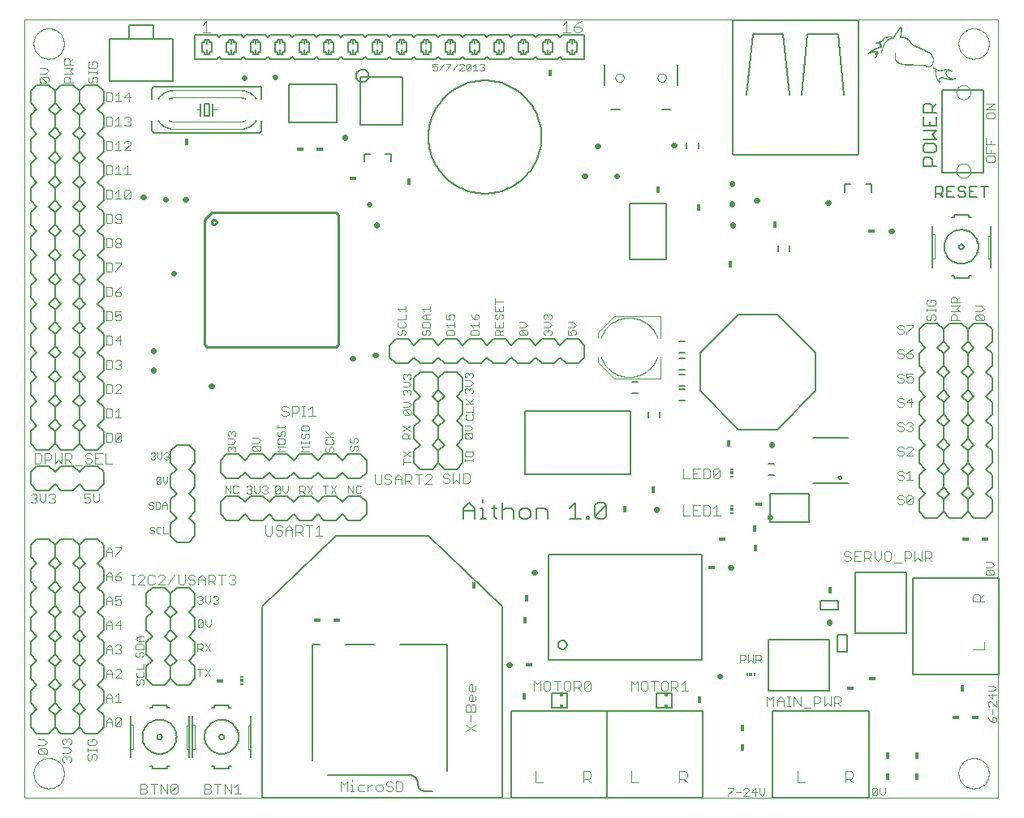
<source format=gto>
G75*
G70*
%OFA0B0*%
%FSLAX24Y24*%
%IPPOS*%
%LPD*%
%AMOC8*
5,1,8,0,0,1.08239X$1,22.5*
%
%ADD10C,0.0000*%
%ADD11C,0.0060*%
%ADD12C,0.0030*%
%ADD13C,0.0040*%
%ADD14C,0.0020*%
%ADD15C,0.0050*%
%ADD16R,0.0004X0.0004*%
%ADD17R,0.0008X0.0004*%
%ADD18R,0.0008X0.0004*%
%ADD19R,0.0012X0.0004*%
%ADD20R,0.0016X0.0004*%
%ADD21R,0.0020X0.0004*%
%ADD22R,0.0024X0.0004*%
%ADD23R,0.0024X0.0004*%
%ADD24R,0.0024X0.0004*%
%ADD25R,0.0028X0.0004*%
%ADD26R,0.0032X0.0004*%
%ADD27R,0.0036X0.0004*%
%ADD28R,0.0036X0.0004*%
%ADD29R,0.0040X0.0004*%
%ADD30R,0.0044X0.0004*%
%ADD31R,0.0044X0.0004*%
%ADD32R,0.0048X0.0004*%
%ADD33R,0.0052X0.0004*%
%ADD34R,0.0028X0.0004*%
%ADD35R,0.0020X0.0004*%
%ADD36R,0.0084X0.0004*%
%ADD37R,0.0140X0.0004*%
%ADD38R,0.0180X0.0004*%
%ADD39R,0.0216X0.0004*%
%ADD40R,0.0244X0.0004*%
%ADD41R,0.0128X0.0004*%
%ADD42R,0.0092X0.0004*%
%ADD43R,0.0108X0.0004*%
%ADD44R,0.0088X0.0004*%
%ADD45R,0.0024X0.0004*%
%ADD46R,0.0100X0.0004*%
%ADD47R,0.0124X0.0004*%
%ADD48R,0.0092X0.0004*%
%ADD49R,0.0148X0.0004*%
%ADD50R,0.0172X0.0004*%
%ADD51R,0.0192X0.0004*%
%ADD52R,0.0084X0.0004*%
%ADD53R,0.0208X0.0004*%
%ADD54R,0.0084X0.0004*%
%ADD55R,0.0076X0.0004*%
%ADD56R,0.0048X0.0004*%
%ADD57R,0.0064X0.0004*%
%ADD58R,0.0060X0.0004*%
%ADD59R,0.0012X0.0004*%
%ADD60R,0.0052X0.0004*%
%ADD61R,0.0092X0.0004*%
%ADD62R,0.0096X0.0004*%
%ADD63R,0.0044X0.0004*%
%ADD64R,0.0056X0.0004*%
%ADD65R,0.0180X0.0004*%
%ADD66R,0.0156X0.0004*%
%ADD67R,0.0136X0.0004*%
%ADD68R,0.0104X0.0004*%
%ADD69R,0.0032X0.0004*%
%ADD70R,0.0032X0.0004*%
%ADD71R,0.0064X0.0004*%
%ADD72R,0.0120X0.0004*%
%ADD73R,0.0040X0.0004*%
%ADD74R,0.0072X0.0004*%
%ADD75R,0.0176X0.0004*%
%ADD76R,0.0164X0.0004*%
%ADD77R,0.0100X0.0004*%
%ADD78R,0.0084X0.0004*%
%ADD79R,0.0132X0.0004*%
%ADD80R,0.0068X0.0004*%
%ADD81R,0.0080X0.0004*%
%ADD82R,0.0112X0.0004*%
%ADD83R,0.0076X0.0004*%
%ADD84R,0.0052X0.0004*%
%ADD85R,0.0080X0.0004*%
%ADD86R,0.0068X0.0004*%
%ADD87R,0.0228X0.0004*%
%ADD88R,0.0204X0.0004*%
%ADD89R,0.0072X0.0004*%
%ADD90R,0.0144X0.0004*%
%ADD91R,0.0012X0.0004*%
%ADD92R,0.0072X0.0004*%
%ADD93R,0.0104X0.0004*%
%ADD94R,0.0052X0.0004*%
%ADD95R,0.0120X0.0004*%
%ADD96R,0.0152X0.0004*%
%ADD97R,0.0200X0.0004*%
%ADD98R,0.0248X0.0004*%
%ADD99R,0.0540X0.0004*%
%ADD100R,0.0640X0.0004*%
%ADD101R,0.0664X0.0004*%
%ADD102R,0.0660X0.0004*%
%ADD103R,0.0620X0.0004*%
%ADD104R,0.0392X0.0004*%
%ADD105R,0.0168X0.0004*%
%ADD106R,0.0144X0.0004*%
%ADD107R,0.0124X0.0004*%
%ADD108R,0.0060X0.0004*%
%ADD109R,0.0064X0.0004*%
%ADD110R,0.0104X0.0004*%
%ADD111R,0.0204X0.0004*%
%ADD112R,0.0184X0.0004*%
%ADD113R,0.0044X0.0004*%
%ADD114R,0.0056X0.0004*%
%ADD115R,0.0032X0.0004*%
%ADD116R,0.0064X0.0004*%
%ADD117R,0.0228X0.0004*%
%ADD118R,0.0144X0.0004*%
%ADD119R,0.0088X0.0004*%
%ADD120R,0.0116X0.0004*%
%ADD121R,0.0188X0.0004*%
%ADD122R,0.0200X0.0004*%
%ADD123R,0.0176X0.0004*%
%ADD124R,0.0016X0.0004*%
%ADD125C,0.0080*%
%ADD126R,0.0100X0.0200*%
%ADD127C,0.0100*%
%ADD128C,0.0220*%
%ADD129R,0.0300X0.0180*%
%ADD130R,0.0180X0.0300*%
%ADD131R,0.0118X0.0059*%
%ADD132R,0.0118X0.0118*%
%ADD133R,0.0059X0.0118*%
%ADD134R,0.0157X0.0138*%
%ADD135C,0.0001*%
D10*
X000247Y001996D02*
X000247Y033996D01*
X040247Y033996D01*
X040247Y001996D01*
X000247Y001996D01*
X000622Y002996D02*
X000624Y003046D01*
X000630Y003095D01*
X000640Y003144D01*
X000653Y003191D01*
X000671Y003238D01*
X000692Y003283D01*
X000716Y003326D01*
X000744Y003367D01*
X000775Y003406D01*
X000809Y003442D01*
X000846Y003476D01*
X000886Y003506D01*
X000927Y003533D01*
X000971Y003557D01*
X001016Y003577D01*
X001063Y003593D01*
X001111Y003606D01*
X001160Y003615D01*
X001210Y003620D01*
X001259Y003621D01*
X001309Y003618D01*
X001358Y003611D01*
X001407Y003600D01*
X001454Y003586D01*
X001500Y003567D01*
X001545Y003545D01*
X001588Y003520D01*
X001628Y003491D01*
X001666Y003459D01*
X001702Y003425D01*
X001735Y003387D01*
X001764Y003347D01*
X001790Y003305D01*
X001813Y003261D01*
X001832Y003215D01*
X001848Y003168D01*
X001860Y003119D01*
X001868Y003070D01*
X001872Y003021D01*
X001872Y002971D01*
X001868Y002922D01*
X001860Y002873D01*
X001848Y002824D01*
X001832Y002777D01*
X001813Y002731D01*
X001790Y002687D01*
X001764Y002645D01*
X001735Y002605D01*
X001702Y002567D01*
X001666Y002533D01*
X001628Y002501D01*
X001588Y002472D01*
X001545Y002447D01*
X001500Y002425D01*
X001454Y002406D01*
X001407Y002392D01*
X001358Y002381D01*
X001309Y002374D01*
X001259Y002371D01*
X001210Y002372D01*
X001160Y002377D01*
X001111Y002386D01*
X001063Y002399D01*
X001016Y002415D01*
X000971Y002435D01*
X000927Y002459D01*
X000886Y002486D01*
X000846Y002516D01*
X000809Y002550D01*
X000775Y002586D01*
X000744Y002625D01*
X000716Y002666D01*
X000692Y002709D01*
X000671Y002754D01*
X000653Y002801D01*
X000640Y002848D01*
X000630Y002897D01*
X000624Y002946D01*
X000622Y002996D01*
X024524Y031596D02*
X024526Y031622D01*
X024532Y031648D01*
X024542Y031673D01*
X024555Y031696D01*
X024571Y031716D01*
X024591Y031734D01*
X024613Y031749D01*
X024636Y031761D01*
X024662Y031769D01*
X024688Y031773D01*
X024714Y031773D01*
X024740Y031769D01*
X024766Y031761D01*
X024790Y031749D01*
X024811Y031734D01*
X024831Y031716D01*
X024847Y031696D01*
X024860Y031673D01*
X024870Y031648D01*
X024876Y031622D01*
X024878Y031596D01*
X024876Y031570D01*
X024870Y031544D01*
X024860Y031519D01*
X024847Y031496D01*
X024831Y031476D01*
X024811Y031458D01*
X024789Y031443D01*
X024766Y031431D01*
X024740Y031423D01*
X024714Y031419D01*
X024688Y031419D01*
X024662Y031423D01*
X024636Y031431D01*
X024612Y031443D01*
X024591Y031458D01*
X024571Y031476D01*
X024555Y031496D01*
X024542Y031519D01*
X024532Y031544D01*
X024526Y031570D01*
X024524Y031596D01*
X026256Y031596D02*
X026258Y031622D01*
X026264Y031648D01*
X026274Y031673D01*
X026287Y031696D01*
X026303Y031716D01*
X026323Y031734D01*
X026345Y031749D01*
X026368Y031761D01*
X026394Y031769D01*
X026420Y031773D01*
X026446Y031773D01*
X026472Y031769D01*
X026498Y031761D01*
X026522Y031749D01*
X026543Y031734D01*
X026563Y031716D01*
X026579Y031696D01*
X026592Y031673D01*
X026602Y031648D01*
X026608Y031622D01*
X026610Y031596D01*
X026608Y031570D01*
X026602Y031544D01*
X026592Y031519D01*
X026579Y031496D01*
X026563Y031476D01*
X026543Y031458D01*
X026521Y031443D01*
X026498Y031431D01*
X026472Y031423D01*
X026446Y031419D01*
X026420Y031419D01*
X026394Y031423D01*
X026368Y031431D01*
X026344Y031443D01*
X026323Y031458D01*
X026303Y031476D01*
X026287Y031496D01*
X026274Y031519D01*
X026264Y031544D01*
X026258Y031570D01*
X026256Y031596D01*
X038528Y031000D02*
X038530Y031034D01*
X038536Y031068D01*
X038546Y031101D01*
X038559Y031132D01*
X038577Y031162D01*
X038597Y031190D01*
X038621Y031215D01*
X038647Y031237D01*
X038675Y031255D01*
X038706Y031271D01*
X038738Y031283D01*
X038772Y031291D01*
X038806Y031295D01*
X038840Y031295D01*
X038874Y031291D01*
X038908Y031283D01*
X038940Y031271D01*
X038970Y031255D01*
X038999Y031237D01*
X039025Y031215D01*
X039049Y031190D01*
X039069Y031162D01*
X039087Y031132D01*
X039100Y031101D01*
X039110Y031068D01*
X039116Y031034D01*
X039118Y031000D01*
X039116Y030966D01*
X039110Y030932D01*
X039100Y030899D01*
X039087Y030868D01*
X039069Y030838D01*
X039049Y030810D01*
X039025Y030785D01*
X038999Y030763D01*
X038971Y030745D01*
X038940Y030729D01*
X038908Y030717D01*
X038874Y030709D01*
X038840Y030705D01*
X038806Y030705D01*
X038772Y030709D01*
X038738Y030717D01*
X038706Y030729D01*
X038675Y030745D01*
X038647Y030763D01*
X038621Y030785D01*
X038597Y030810D01*
X038577Y030838D01*
X038559Y030868D01*
X038546Y030899D01*
X038536Y030932D01*
X038530Y030966D01*
X038528Y031000D01*
X038622Y032996D02*
X038624Y033046D01*
X038630Y033095D01*
X038640Y033144D01*
X038653Y033191D01*
X038671Y033238D01*
X038692Y033283D01*
X038716Y033326D01*
X038744Y033367D01*
X038775Y033406D01*
X038809Y033442D01*
X038846Y033476D01*
X038886Y033506D01*
X038927Y033533D01*
X038971Y033557D01*
X039016Y033577D01*
X039063Y033593D01*
X039111Y033606D01*
X039160Y033615D01*
X039210Y033620D01*
X039259Y033621D01*
X039309Y033618D01*
X039358Y033611D01*
X039407Y033600D01*
X039454Y033586D01*
X039500Y033567D01*
X039545Y033545D01*
X039588Y033520D01*
X039628Y033491D01*
X039666Y033459D01*
X039702Y033425D01*
X039735Y033387D01*
X039764Y033347D01*
X039790Y033305D01*
X039813Y033261D01*
X039832Y033215D01*
X039848Y033168D01*
X039860Y033119D01*
X039868Y033070D01*
X039872Y033021D01*
X039872Y032971D01*
X039868Y032922D01*
X039860Y032873D01*
X039848Y032824D01*
X039832Y032777D01*
X039813Y032731D01*
X039790Y032687D01*
X039764Y032645D01*
X039735Y032605D01*
X039702Y032567D01*
X039666Y032533D01*
X039628Y032501D01*
X039588Y032472D01*
X039545Y032447D01*
X039500Y032425D01*
X039454Y032406D01*
X039407Y032392D01*
X039358Y032381D01*
X039309Y032374D01*
X039259Y032371D01*
X039210Y032372D01*
X039160Y032377D01*
X039111Y032386D01*
X039063Y032399D01*
X039016Y032415D01*
X038971Y032435D01*
X038927Y032459D01*
X038886Y032486D01*
X038846Y032516D01*
X038809Y032550D01*
X038775Y032586D01*
X038744Y032625D01*
X038716Y032666D01*
X038692Y032709D01*
X038671Y032754D01*
X038653Y032801D01*
X038640Y032848D01*
X038630Y032897D01*
X038624Y032946D01*
X038622Y032996D01*
X038528Y027771D02*
X038530Y027805D01*
X038536Y027839D01*
X038546Y027872D01*
X038559Y027903D01*
X038577Y027933D01*
X038597Y027961D01*
X038621Y027986D01*
X038647Y028008D01*
X038675Y028026D01*
X038706Y028042D01*
X038738Y028054D01*
X038772Y028062D01*
X038806Y028066D01*
X038840Y028066D01*
X038874Y028062D01*
X038908Y028054D01*
X038940Y028042D01*
X038970Y028026D01*
X038999Y028008D01*
X039025Y027986D01*
X039049Y027961D01*
X039069Y027933D01*
X039087Y027903D01*
X039100Y027872D01*
X039110Y027839D01*
X039116Y027805D01*
X039118Y027771D01*
X039116Y027737D01*
X039110Y027703D01*
X039100Y027670D01*
X039087Y027639D01*
X039069Y027609D01*
X039049Y027581D01*
X039025Y027556D01*
X038999Y027534D01*
X038971Y027516D01*
X038940Y027500D01*
X038908Y027488D01*
X038874Y027480D01*
X038840Y027476D01*
X038806Y027476D01*
X038772Y027480D01*
X038738Y027488D01*
X038706Y027500D01*
X038675Y027516D01*
X038647Y027534D01*
X038621Y027556D01*
X038597Y027581D01*
X038577Y027609D01*
X038559Y027639D01*
X038546Y027670D01*
X038536Y027703D01*
X038530Y027737D01*
X038528Y027771D01*
X038622Y002996D02*
X038624Y003046D01*
X038630Y003095D01*
X038640Y003144D01*
X038653Y003191D01*
X038671Y003238D01*
X038692Y003283D01*
X038716Y003326D01*
X038744Y003367D01*
X038775Y003406D01*
X038809Y003442D01*
X038846Y003476D01*
X038886Y003506D01*
X038927Y003533D01*
X038971Y003557D01*
X039016Y003577D01*
X039063Y003593D01*
X039111Y003606D01*
X039160Y003615D01*
X039210Y003620D01*
X039259Y003621D01*
X039309Y003618D01*
X039358Y003611D01*
X039407Y003600D01*
X039454Y003586D01*
X039500Y003567D01*
X039545Y003545D01*
X039588Y003520D01*
X039628Y003491D01*
X039666Y003459D01*
X039702Y003425D01*
X039735Y003387D01*
X039764Y003347D01*
X039790Y003305D01*
X039813Y003261D01*
X039832Y003215D01*
X039848Y003168D01*
X039860Y003119D01*
X039868Y003070D01*
X039872Y003021D01*
X039872Y002971D01*
X039868Y002922D01*
X039860Y002873D01*
X039848Y002824D01*
X039832Y002777D01*
X039813Y002731D01*
X039790Y002687D01*
X039764Y002645D01*
X039735Y002605D01*
X039702Y002567D01*
X039666Y002533D01*
X039628Y002501D01*
X039588Y002472D01*
X039545Y002447D01*
X039500Y002425D01*
X039454Y002406D01*
X039407Y002392D01*
X039358Y002381D01*
X039309Y002374D01*
X039259Y002371D01*
X039210Y002372D01*
X039160Y002377D01*
X039111Y002386D01*
X039063Y002399D01*
X039016Y002415D01*
X038971Y002435D01*
X038927Y002459D01*
X038886Y002486D01*
X038846Y002516D01*
X038809Y002550D01*
X038775Y002586D01*
X038744Y002625D01*
X038716Y002666D01*
X038692Y002709D01*
X038671Y002754D01*
X038653Y002801D01*
X038640Y002848D01*
X038630Y002897D01*
X038624Y002946D01*
X038622Y002996D01*
X000622Y032996D02*
X000624Y033046D01*
X000630Y033095D01*
X000640Y033144D01*
X000653Y033191D01*
X000671Y033238D01*
X000692Y033283D01*
X000716Y033326D01*
X000744Y033367D01*
X000775Y033406D01*
X000809Y033442D01*
X000846Y033476D01*
X000886Y033506D01*
X000927Y033533D01*
X000971Y033557D01*
X001016Y033577D01*
X001063Y033593D01*
X001111Y033606D01*
X001160Y033615D01*
X001210Y033620D01*
X001259Y033621D01*
X001309Y033618D01*
X001358Y033611D01*
X001407Y033600D01*
X001454Y033586D01*
X001500Y033567D01*
X001545Y033545D01*
X001588Y033520D01*
X001628Y033491D01*
X001666Y033459D01*
X001702Y033425D01*
X001735Y033387D01*
X001764Y033347D01*
X001790Y033305D01*
X001813Y033261D01*
X001832Y033215D01*
X001848Y033168D01*
X001860Y033119D01*
X001868Y033070D01*
X001872Y033021D01*
X001872Y032971D01*
X001868Y032922D01*
X001860Y032873D01*
X001848Y032824D01*
X001832Y032777D01*
X001813Y032731D01*
X001790Y032687D01*
X001764Y032645D01*
X001735Y032605D01*
X001702Y032567D01*
X001666Y032533D01*
X001628Y032501D01*
X001588Y032472D01*
X001545Y032447D01*
X001500Y032425D01*
X001454Y032406D01*
X001407Y032392D01*
X001358Y032381D01*
X001309Y032374D01*
X001259Y032371D01*
X001210Y032372D01*
X001160Y032377D01*
X001111Y032386D01*
X001063Y032399D01*
X001016Y032415D01*
X000971Y032435D01*
X000927Y032459D01*
X000886Y032486D01*
X000846Y032516D01*
X000809Y032550D01*
X000775Y032586D01*
X000744Y032625D01*
X000716Y032666D01*
X000692Y032709D01*
X000671Y032754D01*
X000653Y032801D01*
X000640Y032848D01*
X000630Y032897D01*
X000624Y032946D01*
X000622Y032996D01*
D11*
X005493Y031138D02*
X005493Y030738D01*
X005493Y031138D02*
X005495Y031155D01*
X005499Y031172D01*
X005506Y031188D01*
X005516Y031202D01*
X005529Y031215D01*
X005543Y031225D01*
X005559Y031232D01*
X005576Y031236D01*
X005593Y031238D01*
X009893Y031238D01*
X009910Y031236D01*
X009927Y031232D01*
X009943Y031225D01*
X009957Y031215D01*
X009970Y031202D01*
X009980Y031188D01*
X009987Y031172D01*
X009991Y031155D01*
X009993Y031138D01*
X009993Y030738D01*
X009993Y029838D02*
X009993Y029438D01*
X009991Y029421D01*
X009987Y029404D01*
X009980Y029388D01*
X009970Y029374D01*
X009957Y029361D01*
X009943Y029351D01*
X009927Y029344D01*
X009910Y029340D01*
X009893Y029338D01*
X005593Y029338D01*
X005576Y029340D01*
X005559Y029344D01*
X005543Y029351D01*
X005529Y029361D01*
X005516Y029374D01*
X005506Y029388D01*
X005499Y029404D01*
X005495Y029421D01*
X005493Y029438D01*
X005493Y029838D01*
X007493Y030038D02*
X007493Y030288D01*
X007493Y030538D01*
X007643Y030538D02*
X007843Y030538D01*
X007843Y030038D01*
X007643Y030038D01*
X007643Y030538D01*
X007993Y030538D02*
X007993Y030288D01*
X007993Y030038D01*
X025222Y019084D02*
X025458Y019084D01*
X025458Y018611D02*
X025222Y018611D01*
X025881Y017864D02*
X025881Y017627D01*
X026353Y017627D02*
X026353Y017864D01*
X027129Y018309D02*
X027365Y018309D01*
X027365Y018782D02*
X027129Y018782D01*
X027129Y018929D02*
X027365Y018929D01*
X027365Y019402D02*
X027129Y019402D01*
X027129Y019579D02*
X027365Y019579D01*
X027365Y020052D02*
X027129Y020052D01*
X027129Y020289D02*
X027365Y020289D01*
X027365Y020762D02*
X027129Y020762D01*
X031208Y024443D02*
X031208Y024680D01*
X031680Y024680D02*
X031680Y024443D01*
X027933Y028677D02*
X027933Y028914D01*
X027461Y028914D02*
X027461Y028677D01*
X037537Y025496D02*
X037537Y025146D01*
X037537Y024146D01*
X037537Y023796D01*
X038337Y023446D02*
X038437Y023446D01*
X038437Y023346D01*
X039037Y023346D01*
X039037Y023446D01*
X039137Y023446D01*
X039937Y023796D02*
X039937Y024146D01*
X039937Y025096D01*
X039937Y025496D01*
X039137Y025846D02*
X039037Y025846D01*
X039037Y025946D01*
X038437Y025946D01*
X038437Y025846D01*
X038337Y025846D01*
X038637Y024646D02*
X038639Y024666D01*
X038645Y024684D01*
X038654Y024702D01*
X038666Y024717D01*
X038681Y024729D01*
X038699Y024738D01*
X038717Y024744D01*
X038737Y024746D01*
X038757Y024744D01*
X038775Y024738D01*
X038793Y024729D01*
X038808Y024717D01*
X038820Y024702D01*
X038829Y024684D01*
X038835Y024666D01*
X038837Y024646D01*
X038835Y024626D01*
X038829Y024608D01*
X038820Y024590D01*
X038808Y024575D01*
X038793Y024563D01*
X038775Y024554D01*
X038757Y024548D01*
X038737Y024546D01*
X038717Y024548D01*
X038699Y024554D01*
X038681Y024563D01*
X038666Y024575D01*
X038654Y024590D01*
X038645Y024608D01*
X038639Y024626D01*
X038637Y024646D01*
X038037Y024646D02*
X038039Y024698D01*
X038045Y024750D01*
X038055Y024802D01*
X038068Y024852D01*
X038085Y024902D01*
X038106Y024950D01*
X038131Y024996D01*
X038159Y025040D01*
X038190Y025082D01*
X038224Y025122D01*
X038261Y025159D01*
X038301Y025193D01*
X038343Y025224D01*
X038387Y025252D01*
X038433Y025277D01*
X038481Y025298D01*
X038531Y025315D01*
X038581Y025328D01*
X038633Y025338D01*
X038685Y025344D01*
X038737Y025346D01*
X038789Y025344D01*
X038841Y025338D01*
X038893Y025328D01*
X038943Y025315D01*
X038993Y025298D01*
X039041Y025277D01*
X039087Y025252D01*
X039131Y025224D01*
X039173Y025193D01*
X039213Y025159D01*
X039250Y025122D01*
X039284Y025082D01*
X039315Y025040D01*
X039343Y024996D01*
X039368Y024950D01*
X039389Y024902D01*
X039406Y024852D01*
X039419Y024802D01*
X039429Y024750D01*
X039435Y024698D01*
X039437Y024646D01*
X039435Y024594D01*
X039429Y024542D01*
X039419Y024490D01*
X039406Y024440D01*
X039389Y024390D01*
X039368Y024342D01*
X039343Y024296D01*
X039315Y024252D01*
X039284Y024210D01*
X039250Y024170D01*
X039213Y024133D01*
X039173Y024099D01*
X039131Y024068D01*
X039087Y024040D01*
X039041Y024015D01*
X038993Y023994D01*
X038943Y023977D01*
X038893Y023964D01*
X038841Y023954D01*
X038789Y023948D01*
X038737Y023946D01*
X038685Y023948D01*
X038633Y023954D01*
X038581Y023964D01*
X038531Y023977D01*
X038481Y023994D01*
X038433Y024015D01*
X038387Y024040D01*
X038343Y024068D01*
X038301Y024099D01*
X038261Y024133D01*
X038224Y024170D01*
X038190Y024210D01*
X038159Y024252D01*
X038131Y024296D01*
X038106Y024342D01*
X038085Y024390D01*
X038068Y024440D01*
X038055Y024490D01*
X038045Y024542D01*
X038039Y024594D01*
X038037Y024646D01*
X034067Y016796D02*
X032647Y016796D01*
X031035Y015722D02*
X030799Y015722D01*
X030799Y015249D02*
X031035Y015249D01*
X032647Y014936D02*
X034067Y014936D01*
X024150Y014016D02*
X024150Y013556D01*
X024035Y013441D01*
X023805Y013441D01*
X023690Y013556D01*
X024150Y014016D01*
X024035Y014131D01*
X023805Y014131D01*
X023690Y014016D01*
X023690Y013556D01*
X023459Y013556D02*
X023459Y013441D01*
X023344Y013441D01*
X023344Y013556D01*
X023459Y013556D01*
X023114Y013441D02*
X022654Y013441D01*
X022884Y013441D02*
X022884Y014131D01*
X022654Y013901D01*
X021733Y013786D02*
X021733Y013441D01*
X021733Y013786D02*
X021618Y013901D01*
X021273Y013901D01*
X021273Y013441D01*
X021042Y013556D02*
X021042Y013786D01*
X020927Y013901D01*
X020697Y013901D01*
X020582Y013786D01*
X020582Y013556D01*
X020697Y013441D01*
X020927Y013441D01*
X021042Y013556D01*
X020352Y013441D02*
X020352Y013786D01*
X020237Y013901D01*
X020006Y013901D01*
X019891Y013786D01*
X019661Y013901D02*
X019431Y013901D01*
X019546Y014016D02*
X019546Y013556D01*
X019661Y013441D01*
X019891Y013441D02*
X019891Y014131D01*
X019086Y014131D02*
X019086Y014246D01*
X019086Y013901D02*
X018971Y013901D01*
X019086Y013901D02*
X019086Y013441D01*
X018971Y013441D02*
X019201Y013441D01*
X018740Y013441D02*
X018740Y013901D01*
X018510Y014131D01*
X018280Y013901D01*
X018280Y013441D01*
X018280Y013786D02*
X018740Y013786D01*
X009547Y005346D02*
X009547Y004946D01*
X009547Y003996D01*
X009547Y003646D01*
X008747Y003296D02*
X008647Y003296D01*
X008647Y003196D01*
X008047Y003196D01*
X008047Y003296D01*
X007947Y003296D01*
X007147Y003646D02*
X007147Y003996D01*
X007147Y004996D01*
X007147Y005346D01*
X006997Y005346D02*
X006997Y004946D01*
X006997Y003996D01*
X006997Y003646D01*
X006197Y003296D02*
X006097Y003296D01*
X006097Y003196D01*
X005497Y003196D01*
X005497Y003296D01*
X005397Y003296D01*
X004597Y003646D02*
X004597Y003996D01*
X004597Y004996D01*
X004597Y005346D01*
X005397Y005696D02*
X005497Y005696D01*
X005497Y005796D01*
X006097Y005796D01*
X006097Y005696D01*
X006197Y005696D01*
X005697Y004496D02*
X005699Y004516D01*
X005705Y004534D01*
X005714Y004552D01*
X005726Y004567D01*
X005741Y004579D01*
X005759Y004588D01*
X005777Y004594D01*
X005797Y004596D01*
X005817Y004594D01*
X005835Y004588D01*
X005853Y004579D01*
X005868Y004567D01*
X005880Y004552D01*
X005889Y004534D01*
X005895Y004516D01*
X005897Y004496D01*
X005895Y004476D01*
X005889Y004458D01*
X005880Y004440D01*
X005868Y004425D01*
X005853Y004413D01*
X005835Y004404D01*
X005817Y004398D01*
X005797Y004396D01*
X005777Y004398D01*
X005759Y004404D01*
X005741Y004413D01*
X005726Y004425D01*
X005714Y004440D01*
X005705Y004458D01*
X005699Y004476D01*
X005697Y004496D01*
X005097Y004496D02*
X005099Y004548D01*
X005105Y004600D01*
X005115Y004652D01*
X005128Y004702D01*
X005145Y004752D01*
X005166Y004800D01*
X005191Y004846D01*
X005219Y004890D01*
X005250Y004932D01*
X005284Y004972D01*
X005321Y005009D01*
X005361Y005043D01*
X005403Y005074D01*
X005447Y005102D01*
X005493Y005127D01*
X005541Y005148D01*
X005591Y005165D01*
X005641Y005178D01*
X005693Y005188D01*
X005745Y005194D01*
X005797Y005196D01*
X005849Y005194D01*
X005901Y005188D01*
X005953Y005178D01*
X006003Y005165D01*
X006053Y005148D01*
X006101Y005127D01*
X006147Y005102D01*
X006191Y005074D01*
X006233Y005043D01*
X006273Y005009D01*
X006310Y004972D01*
X006344Y004932D01*
X006375Y004890D01*
X006403Y004846D01*
X006428Y004800D01*
X006449Y004752D01*
X006466Y004702D01*
X006479Y004652D01*
X006489Y004600D01*
X006495Y004548D01*
X006497Y004496D01*
X006495Y004444D01*
X006489Y004392D01*
X006479Y004340D01*
X006466Y004290D01*
X006449Y004240D01*
X006428Y004192D01*
X006403Y004146D01*
X006375Y004102D01*
X006344Y004060D01*
X006310Y004020D01*
X006273Y003983D01*
X006233Y003949D01*
X006191Y003918D01*
X006147Y003890D01*
X006101Y003865D01*
X006053Y003844D01*
X006003Y003827D01*
X005953Y003814D01*
X005901Y003804D01*
X005849Y003798D01*
X005797Y003796D01*
X005745Y003798D01*
X005693Y003804D01*
X005641Y003814D01*
X005591Y003827D01*
X005541Y003844D01*
X005493Y003865D01*
X005447Y003890D01*
X005403Y003918D01*
X005361Y003949D01*
X005321Y003983D01*
X005284Y004020D01*
X005250Y004060D01*
X005219Y004102D01*
X005191Y004146D01*
X005166Y004192D01*
X005145Y004240D01*
X005128Y004290D01*
X005115Y004340D01*
X005105Y004392D01*
X005099Y004444D01*
X005097Y004496D01*
X007947Y005696D02*
X008047Y005696D01*
X008047Y005796D01*
X008647Y005796D01*
X008647Y005696D01*
X008747Y005696D01*
X008247Y004496D02*
X008249Y004516D01*
X008255Y004534D01*
X008264Y004552D01*
X008276Y004567D01*
X008291Y004579D01*
X008309Y004588D01*
X008327Y004594D01*
X008347Y004596D01*
X008367Y004594D01*
X008385Y004588D01*
X008403Y004579D01*
X008418Y004567D01*
X008430Y004552D01*
X008439Y004534D01*
X008445Y004516D01*
X008447Y004496D01*
X008445Y004476D01*
X008439Y004458D01*
X008430Y004440D01*
X008418Y004425D01*
X008403Y004413D01*
X008385Y004404D01*
X008367Y004398D01*
X008347Y004396D01*
X008327Y004398D01*
X008309Y004404D01*
X008291Y004413D01*
X008276Y004425D01*
X008264Y004440D01*
X008255Y004458D01*
X008249Y004476D01*
X008247Y004496D01*
X007647Y004496D02*
X007649Y004548D01*
X007655Y004600D01*
X007665Y004652D01*
X007678Y004702D01*
X007695Y004752D01*
X007716Y004800D01*
X007741Y004846D01*
X007769Y004890D01*
X007800Y004932D01*
X007834Y004972D01*
X007871Y005009D01*
X007911Y005043D01*
X007953Y005074D01*
X007997Y005102D01*
X008043Y005127D01*
X008091Y005148D01*
X008141Y005165D01*
X008191Y005178D01*
X008243Y005188D01*
X008295Y005194D01*
X008347Y005196D01*
X008399Y005194D01*
X008451Y005188D01*
X008503Y005178D01*
X008553Y005165D01*
X008603Y005148D01*
X008651Y005127D01*
X008697Y005102D01*
X008741Y005074D01*
X008783Y005043D01*
X008823Y005009D01*
X008860Y004972D01*
X008894Y004932D01*
X008925Y004890D01*
X008953Y004846D01*
X008978Y004800D01*
X008999Y004752D01*
X009016Y004702D01*
X009029Y004652D01*
X009039Y004600D01*
X009045Y004548D01*
X009047Y004496D01*
X009045Y004444D01*
X009039Y004392D01*
X009029Y004340D01*
X009016Y004290D01*
X008999Y004240D01*
X008978Y004192D01*
X008953Y004146D01*
X008925Y004102D01*
X008894Y004060D01*
X008860Y004020D01*
X008823Y003983D01*
X008783Y003949D01*
X008741Y003918D01*
X008697Y003890D01*
X008651Y003865D01*
X008603Y003844D01*
X008553Y003827D01*
X008503Y003814D01*
X008451Y003804D01*
X008399Y003798D01*
X008347Y003796D01*
X008295Y003798D01*
X008243Y003804D01*
X008191Y003814D01*
X008141Y003827D01*
X008091Y003844D01*
X008043Y003865D01*
X007997Y003890D01*
X007953Y003918D01*
X007911Y003949D01*
X007871Y003983D01*
X007834Y004020D01*
X007800Y004060D01*
X007769Y004102D01*
X007741Y004146D01*
X007716Y004192D01*
X007695Y004240D01*
X007678Y004290D01*
X007665Y004340D01*
X007655Y004392D01*
X007649Y004444D01*
X007647Y004496D01*
D12*
X005152Y006688D02*
X005099Y006635D01*
X005152Y006688D02*
X005152Y006795D01*
X005099Y006848D01*
X005045Y006848D01*
X004992Y006795D01*
X004992Y006688D01*
X004938Y006635D01*
X004885Y006635D01*
X004832Y006688D01*
X004832Y006795D01*
X004885Y006848D01*
X004885Y006957D02*
X005099Y006957D01*
X005152Y007010D01*
X005152Y007117D01*
X005099Y007171D01*
X005152Y007279D02*
X004832Y007279D01*
X004885Y007171D02*
X004832Y007117D01*
X004832Y007010D01*
X004885Y006957D01*
X005152Y007279D02*
X005152Y007493D01*
X005094Y007777D02*
X005147Y007830D01*
X005147Y007937D01*
X005094Y007990D01*
X005040Y007990D01*
X004987Y007937D01*
X004987Y007830D01*
X004933Y007777D01*
X004880Y007777D01*
X004827Y007830D01*
X004827Y007937D01*
X004880Y007990D01*
X004827Y008099D02*
X005147Y008099D01*
X005147Y008259D01*
X005094Y008313D01*
X004880Y008313D01*
X004827Y008259D01*
X004827Y008099D01*
X004933Y008421D02*
X004827Y008528D01*
X004933Y008635D01*
X005147Y008635D01*
X004987Y008635D02*
X004987Y008421D01*
X004933Y008421D02*
X005147Y008421D01*
X004227Y008219D02*
X004227Y008157D01*
X004165Y008096D01*
X004227Y008034D01*
X004227Y007972D01*
X004165Y007911D01*
X004042Y007911D01*
X003980Y007972D01*
X003859Y007911D02*
X003859Y008157D01*
X003735Y008281D01*
X003612Y008157D01*
X003612Y007911D01*
X003612Y008096D02*
X003859Y008096D01*
X003980Y008219D02*
X004042Y008281D01*
X004165Y008281D01*
X004227Y008219D01*
X004165Y008096D02*
X004104Y008096D01*
X004165Y007281D02*
X004042Y007281D01*
X003980Y007219D01*
X003859Y007157D02*
X003735Y007281D01*
X003612Y007157D01*
X003612Y006911D01*
X003612Y007096D02*
X003859Y007096D01*
X003859Y007157D02*
X003859Y006911D01*
X003980Y006911D02*
X004227Y007157D01*
X004227Y007219D01*
X004165Y007281D01*
X004227Y006911D02*
X003980Y006911D01*
X004104Y006281D02*
X004104Y005911D01*
X004227Y005911D02*
X003980Y005911D01*
X003859Y005911D02*
X003859Y006157D01*
X003735Y006281D01*
X003612Y006157D01*
X003612Y005911D01*
X003612Y006096D02*
X003859Y006096D01*
X003980Y006157D02*
X004104Y006281D01*
X004042Y005281D02*
X004165Y005281D01*
X004227Y005219D01*
X003980Y004972D01*
X004042Y004911D01*
X004165Y004911D01*
X004227Y004972D01*
X004227Y005219D01*
X004042Y005281D02*
X003980Y005219D01*
X003980Y004972D01*
X003859Y004911D02*
X003859Y005157D01*
X003735Y005281D01*
X003612Y005157D01*
X003612Y004911D01*
X003612Y005096D02*
X003859Y005096D01*
X003142Y004397D02*
X003019Y004397D01*
X003019Y004274D01*
X003142Y004397D02*
X003204Y004335D01*
X003204Y004212D01*
X003142Y004150D01*
X002895Y004150D01*
X002834Y004212D01*
X002834Y004335D01*
X002895Y004397D01*
X002834Y004028D02*
X002834Y003905D01*
X002834Y003966D02*
X003204Y003966D01*
X003204Y003905D02*
X003204Y004028D01*
X003142Y003783D02*
X003204Y003722D01*
X003204Y003598D01*
X003142Y003536D01*
X003019Y003598D02*
X003019Y003722D01*
X003081Y003783D01*
X003142Y003783D01*
X003019Y003598D02*
X002957Y003536D01*
X002895Y003536D01*
X002834Y003598D01*
X002834Y003722D01*
X002895Y003783D01*
X002172Y003933D02*
X002049Y004057D01*
X001802Y004057D01*
X001863Y004178D02*
X001802Y004240D01*
X001802Y004363D01*
X001863Y004425D01*
X001925Y004425D01*
X001987Y004363D01*
X002049Y004425D01*
X002110Y004425D01*
X002172Y004363D01*
X002172Y004240D01*
X002110Y004178D01*
X001987Y004302D02*
X001987Y004363D01*
X002172Y003933D02*
X002049Y003810D01*
X001802Y003810D01*
X001863Y003689D02*
X001925Y003689D01*
X001987Y003627D01*
X002049Y003689D01*
X002110Y003689D01*
X002172Y003627D01*
X002172Y003503D01*
X002110Y003442D01*
X001987Y003565D02*
X001987Y003627D01*
X001863Y003689D02*
X001802Y003627D01*
X001802Y003503D01*
X001863Y003442D01*
X001176Y003836D02*
X001114Y003774D01*
X000867Y004021D01*
X001114Y004021D01*
X001176Y003959D01*
X001176Y003836D01*
X001114Y003774D02*
X000867Y003774D01*
X000806Y003836D01*
X000806Y003959D01*
X000867Y004021D01*
X000806Y004142D02*
X001053Y004142D01*
X001176Y004266D01*
X001053Y004389D01*
X000806Y004389D01*
X003612Y008911D02*
X003612Y009157D01*
X003735Y009281D01*
X003859Y009157D01*
X003859Y008911D01*
X003859Y009096D02*
X003612Y009096D01*
X003980Y009096D02*
X004227Y009096D01*
X004165Y008911D02*
X004165Y009281D01*
X003980Y009096D01*
X004042Y009911D02*
X003980Y009972D01*
X004042Y009911D02*
X004165Y009911D01*
X004227Y009972D01*
X004227Y010096D01*
X004165Y010157D01*
X004104Y010157D01*
X003980Y010096D01*
X003980Y010281D01*
X004227Y010281D01*
X003859Y010157D02*
X003859Y009911D01*
X003859Y010096D02*
X003612Y010096D01*
X003612Y010157D02*
X003735Y010281D01*
X003859Y010157D01*
X003612Y010157D02*
X003612Y009911D01*
X003612Y010911D02*
X003612Y011157D01*
X003735Y011281D01*
X003859Y011157D01*
X003859Y010911D01*
X003980Y010972D02*
X004042Y010911D01*
X004165Y010911D01*
X004227Y010972D01*
X004227Y011034D01*
X004165Y011096D01*
X003980Y011096D01*
X003980Y010972D01*
X003980Y011096D02*
X004104Y011219D01*
X004227Y011281D01*
X003859Y011096D02*
X003612Y011096D01*
X003612Y011911D02*
X003612Y012157D01*
X003735Y012281D01*
X003859Y012157D01*
X003859Y011911D01*
X003980Y011911D02*
X003980Y011972D01*
X004227Y012219D01*
X004227Y012281D01*
X003980Y012281D01*
X003859Y012096D02*
X003612Y012096D01*
X003194Y014111D02*
X003317Y014234D01*
X003317Y014481D01*
X003070Y014481D02*
X003070Y014234D01*
X003194Y014111D01*
X002949Y014172D02*
X002887Y014111D01*
X002764Y014111D01*
X002702Y014172D01*
X002702Y014296D02*
X002825Y014357D01*
X002887Y014357D01*
X002949Y014296D01*
X002949Y014172D01*
X002702Y014296D02*
X002702Y014481D01*
X002949Y014481D01*
X001496Y014419D02*
X001496Y014357D01*
X001434Y014296D01*
X001496Y014234D01*
X001496Y014172D01*
X001434Y014111D01*
X001310Y014111D01*
X001249Y014172D01*
X001127Y014234D02*
X001127Y014481D01*
X001249Y014419D02*
X001310Y014481D01*
X001434Y014481D01*
X001496Y014419D01*
X001434Y014296D02*
X001372Y014296D01*
X001127Y014234D02*
X001004Y014111D01*
X000880Y014234D01*
X000880Y014481D01*
X000759Y014419D02*
X000759Y014357D01*
X000697Y014296D01*
X000759Y014234D01*
X000759Y014172D01*
X000697Y014111D01*
X000574Y014111D01*
X000512Y014172D01*
X000635Y014296D02*
X000697Y014296D01*
X000759Y014419D02*
X000697Y014481D01*
X000574Y014481D01*
X000512Y014419D01*
X003612Y016611D02*
X003612Y016981D01*
X003797Y016981D01*
X003859Y016919D01*
X003859Y016672D01*
X003797Y016611D01*
X003612Y016611D01*
X003980Y016672D02*
X003980Y016919D01*
X004042Y016981D01*
X004165Y016981D01*
X004227Y016919D01*
X003980Y016672D01*
X004042Y016611D01*
X004165Y016611D01*
X004227Y016672D01*
X004227Y016919D01*
X004227Y017611D02*
X003980Y017611D01*
X004104Y017611D02*
X004104Y017981D01*
X003980Y017857D01*
X003859Y017919D02*
X003797Y017981D01*
X003612Y017981D01*
X003612Y017611D01*
X003797Y017611D01*
X003859Y017672D01*
X003859Y017919D01*
X003797Y018611D02*
X003612Y018611D01*
X003612Y018981D01*
X003797Y018981D01*
X003859Y018919D01*
X003859Y018672D01*
X003797Y018611D01*
X003980Y018611D02*
X004227Y018857D01*
X004227Y018919D01*
X004165Y018981D01*
X004042Y018981D01*
X003980Y018919D01*
X003980Y018611D02*
X004227Y018611D01*
X004165Y019611D02*
X004042Y019611D01*
X003980Y019672D01*
X003859Y019672D02*
X003859Y019919D01*
X003797Y019981D01*
X003612Y019981D01*
X003612Y019611D01*
X003797Y019611D01*
X003859Y019672D01*
X004104Y019796D02*
X004165Y019796D01*
X004227Y019734D01*
X004227Y019672D01*
X004165Y019611D01*
X004165Y019796D02*
X004227Y019857D01*
X004227Y019919D01*
X004165Y019981D01*
X004042Y019981D01*
X003980Y019919D01*
X003797Y020611D02*
X003612Y020611D01*
X003612Y020981D01*
X003797Y020981D01*
X003859Y020919D01*
X003859Y020672D01*
X003797Y020611D01*
X003980Y020796D02*
X004227Y020796D01*
X004165Y020611D02*
X004165Y020981D01*
X003980Y020796D01*
X004042Y021611D02*
X003980Y021672D01*
X004042Y021611D02*
X004165Y021611D01*
X004227Y021672D01*
X004227Y021796D01*
X004165Y021857D01*
X004104Y021857D01*
X003980Y021796D01*
X003980Y021981D01*
X004227Y021981D01*
X003859Y021919D02*
X003859Y021672D01*
X003797Y021611D01*
X003612Y021611D01*
X003612Y021981D01*
X003797Y021981D01*
X003859Y021919D01*
X003797Y022611D02*
X003612Y022611D01*
X003612Y022981D01*
X003797Y022981D01*
X003859Y022919D01*
X003859Y022672D01*
X003797Y022611D01*
X003980Y022672D02*
X004042Y022611D01*
X004165Y022611D01*
X004227Y022672D01*
X004227Y022734D01*
X004165Y022796D01*
X003980Y022796D01*
X003980Y022672D01*
X003980Y022796D02*
X004104Y022919D01*
X004227Y022981D01*
X003980Y023611D02*
X003980Y023672D01*
X004227Y023919D01*
X004227Y023981D01*
X003980Y023981D01*
X003859Y023919D02*
X003797Y023981D01*
X003612Y023981D01*
X003612Y023611D01*
X003797Y023611D01*
X003859Y023672D01*
X003859Y023919D01*
X003797Y024611D02*
X003612Y024611D01*
X003612Y024981D01*
X003797Y024981D01*
X003859Y024919D01*
X003859Y024672D01*
X003797Y024611D01*
X003980Y024672D02*
X004042Y024611D01*
X004165Y024611D01*
X004227Y024672D01*
X004227Y024734D01*
X004165Y024796D01*
X004042Y024796D01*
X003980Y024857D01*
X003980Y024919D01*
X004042Y024981D01*
X004165Y024981D01*
X004227Y024919D01*
X004227Y024857D01*
X004165Y024796D01*
X004042Y024796D02*
X003980Y024734D01*
X003980Y024672D01*
X004042Y025611D02*
X004165Y025611D01*
X004227Y025672D01*
X004227Y025919D01*
X004165Y025981D01*
X004042Y025981D01*
X003980Y025919D01*
X003980Y025857D01*
X004042Y025796D01*
X004227Y025796D01*
X004042Y025611D02*
X003980Y025672D01*
X003859Y025672D02*
X003859Y025919D01*
X003797Y025981D01*
X003612Y025981D01*
X003612Y025611D01*
X003797Y025611D01*
X003859Y025672D01*
X003797Y026611D02*
X003612Y026611D01*
X003612Y026981D01*
X003797Y026981D01*
X003859Y026919D01*
X003859Y026672D01*
X003797Y026611D01*
X003980Y026611D02*
X004227Y026611D01*
X004104Y026611D02*
X004104Y026981D01*
X003980Y026857D01*
X004349Y026919D02*
X004349Y026672D01*
X004596Y026919D01*
X004596Y026672D01*
X004534Y026611D01*
X004410Y026611D01*
X004349Y026672D01*
X004349Y026919D02*
X004410Y026981D01*
X004534Y026981D01*
X004596Y026919D01*
X004596Y027611D02*
X004349Y027611D01*
X004227Y027611D02*
X003980Y027611D01*
X004104Y027611D02*
X004104Y027981D01*
X003980Y027857D01*
X003859Y027919D02*
X003797Y027981D01*
X003612Y027981D01*
X003612Y027611D01*
X003797Y027611D01*
X003859Y027672D01*
X003859Y027919D01*
X004349Y027857D02*
X004472Y027981D01*
X004472Y027611D01*
X004349Y028611D02*
X004596Y028857D01*
X004596Y028919D01*
X004534Y028981D01*
X004410Y028981D01*
X004349Y028919D01*
X004104Y028981D02*
X004104Y028611D01*
X004227Y028611D02*
X003980Y028611D01*
X003859Y028672D02*
X003859Y028919D01*
X003797Y028981D01*
X003612Y028981D01*
X003612Y028611D01*
X003797Y028611D01*
X003859Y028672D01*
X003980Y028857D02*
X004104Y028981D01*
X004349Y028611D02*
X004596Y028611D01*
X004534Y029611D02*
X004410Y029611D01*
X004349Y029672D01*
X004227Y029611D02*
X003980Y029611D01*
X004104Y029611D02*
X004104Y029981D01*
X003980Y029857D01*
X003859Y029919D02*
X003797Y029981D01*
X003612Y029981D01*
X003612Y029611D01*
X003797Y029611D01*
X003859Y029672D01*
X003859Y029919D01*
X004349Y029919D02*
X004410Y029981D01*
X004534Y029981D01*
X004596Y029919D01*
X004596Y029857D01*
X004534Y029796D01*
X004596Y029734D01*
X004596Y029672D01*
X004534Y029611D01*
X004534Y029796D02*
X004472Y029796D01*
X004534Y030611D02*
X004534Y030981D01*
X004349Y030796D01*
X004596Y030796D01*
X004227Y030611D02*
X003980Y030611D01*
X004104Y030611D02*
X004104Y030981D01*
X003980Y030857D01*
X003859Y030919D02*
X003797Y030981D01*
X003612Y030981D01*
X003612Y030611D01*
X003797Y030611D01*
X003859Y030672D01*
X003859Y030919D01*
X003232Y031452D02*
X003232Y031576D01*
X003170Y031637D01*
X003109Y031637D01*
X003047Y031576D01*
X003047Y031452D01*
X002985Y031391D01*
X002923Y031391D01*
X002862Y031452D01*
X002862Y031576D01*
X002923Y031637D01*
X002862Y031759D02*
X002862Y031882D01*
X002862Y031821D02*
X003232Y031821D01*
X003232Y031882D02*
X003232Y031759D01*
X003170Y032004D02*
X003232Y032066D01*
X003232Y032190D01*
X003170Y032251D01*
X003047Y032251D01*
X003047Y032128D01*
X003170Y032004D02*
X002923Y032004D01*
X002862Y032066D01*
X002862Y032190D01*
X002923Y032251D01*
X002232Y032374D02*
X002109Y032251D01*
X002109Y032312D02*
X002109Y032127D01*
X002232Y032127D02*
X001862Y032127D01*
X001862Y032312D01*
X001923Y032374D01*
X002047Y032374D01*
X002109Y032312D01*
X002232Y032006D02*
X001862Y032006D01*
X001862Y031759D02*
X002232Y031759D01*
X002109Y031882D01*
X002232Y032006D01*
X002047Y031637D02*
X001923Y031637D01*
X001862Y031576D01*
X001862Y031391D01*
X002232Y031391D01*
X002109Y031391D02*
X002109Y031576D01*
X002047Y031637D01*
X001232Y031576D02*
X001232Y031452D01*
X001170Y031391D01*
X000923Y031637D01*
X001170Y031637D01*
X001232Y031576D01*
X001170Y031391D02*
X000923Y031391D01*
X000862Y031452D01*
X000862Y031576D01*
X000923Y031637D01*
X000862Y031759D02*
X001109Y031759D01*
X001232Y031882D01*
X001109Y032006D01*
X000862Y032006D01*
X003170Y031391D02*
X003232Y031452D01*
X015582Y022084D02*
X015902Y022084D01*
X015902Y021977D02*
X015902Y022191D01*
X015688Y021977D02*
X015582Y022084D01*
X015902Y021869D02*
X015902Y021655D01*
X015582Y021655D01*
X015635Y021546D02*
X015582Y021493D01*
X015582Y021386D01*
X015635Y021333D01*
X015849Y021333D01*
X015902Y021386D01*
X015902Y021493D01*
X015849Y021546D01*
X015849Y021224D02*
X015902Y021171D01*
X015902Y021064D01*
X015849Y021011D01*
X015742Y021064D02*
X015742Y021171D01*
X015795Y021224D01*
X015849Y021224D01*
X015742Y021064D02*
X015688Y021011D01*
X015635Y021011D01*
X015582Y021064D01*
X015582Y021171D01*
X015635Y021224D01*
X016582Y021171D02*
X016582Y021064D01*
X016635Y021011D01*
X016688Y021011D01*
X016742Y021064D01*
X016742Y021171D01*
X016795Y021224D01*
X016849Y021224D01*
X016902Y021171D01*
X016902Y021064D01*
X016849Y021011D01*
X016635Y021224D02*
X016582Y021171D01*
X016582Y021333D02*
X016582Y021493D01*
X016635Y021546D01*
X016849Y021546D01*
X016902Y021493D01*
X016902Y021333D01*
X016582Y021333D01*
X016688Y021655D02*
X016582Y021762D01*
X016688Y021869D01*
X016902Y021869D01*
X016902Y021977D02*
X016902Y022191D01*
X016902Y022084D02*
X016582Y022084D01*
X016688Y021977D01*
X016742Y021869D02*
X016742Y021655D01*
X016688Y021655D02*
X016902Y021655D01*
X017582Y021655D02*
X017742Y021655D01*
X017688Y021762D01*
X017688Y021815D01*
X017742Y021869D01*
X017849Y021869D01*
X017902Y021815D01*
X017902Y021709D01*
X017849Y021655D01*
X017902Y021546D02*
X017902Y021333D01*
X017902Y021440D02*
X017582Y021440D01*
X017688Y021333D01*
X017635Y021224D02*
X017582Y021171D01*
X017582Y021011D01*
X017902Y021011D01*
X017902Y021171D01*
X017849Y021224D01*
X017635Y021224D01*
X017582Y021655D02*
X017582Y021869D01*
X018582Y021869D02*
X018635Y021762D01*
X018742Y021655D01*
X018742Y021815D01*
X018795Y021869D01*
X018849Y021869D01*
X018902Y021815D01*
X018902Y021709D01*
X018849Y021655D01*
X018742Y021655D01*
X018902Y021546D02*
X018902Y021333D01*
X018902Y021440D02*
X018582Y021440D01*
X018688Y021333D01*
X018635Y021224D02*
X018582Y021171D01*
X018582Y021011D01*
X018902Y021011D01*
X018902Y021171D01*
X018849Y021224D01*
X018635Y021224D01*
X019582Y021171D02*
X019635Y021224D01*
X019742Y021224D01*
X019795Y021171D01*
X019795Y021011D01*
X019795Y021117D02*
X019902Y021224D01*
X019902Y021333D02*
X019902Y021546D01*
X019849Y021655D02*
X019902Y021709D01*
X019902Y021815D01*
X019849Y021869D01*
X019795Y021869D01*
X019742Y021815D01*
X019742Y021709D01*
X019688Y021655D01*
X019635Y021655D01*
X019582Y021709D01*
X019582Y021815D01*
X019635Y021869D01*
X019582Y021977D02*
X019902Y021977D01*
X019902Y022191D01*
X019742Y022084D02*
X019742Y021977D01*
X019582Y021977D02*
X019582Y022191D01*
X019582Y022300D02*
X019582Y022513D01*
X019582Y022406D02*
X019902Y022406D01*
X019582Y021546D02*
X019582Y021333D01*
X019902Y021333D01*
X019742Y021333D02*
X019742Y021440D01*
X019582Y021171D02*
X019582Y021011D01*
X019902Y021011D01*
X020582Y021064D02*
X020582Y021171D01*
X020635Y021224D01*
X020849Y021011D01*
X020902Y021064D01*
X020902Y021171D01*
X020849Y021224D01*
X020635Y021224D01*
X020582Y021333D02*
X020795Y021333D01*
X020902Y021440D01*
X020795Y021546D01*
X020582Y021546D01*
X020582Y021064D02*
X020635Y021011D01*
X020849Y021011D01*
X021582Y021064D02*
X021582Y021171D01*
X021635Y021224D01*
X021688Y021224D01*
X021742Y021171D01*
X021795Y021224D01*
X021849Y021224D01*
X021902Y021171D01*
X021902Y021064D01*
X021849Y021011D01*
X021742Y021117D02*
X021742Y021171D01*
X021795Y021333D02*
X021902Y021440D01*
X021795Y021546D01*
X021582Y021546D01*
X021635Y021655D02*
X021582Y021709D01*
X021582Y021815D01*
X021635Y021869D01*
X021688Y021869D01*
X021742Y021815D01*
X021795Y021869D01*
X021849Y021869D01*
X021902Y021815D01*
X021902Y021709D01*
X021849Y021655D01*
X021742Y021762D02*
X021742Y021815D01*
X021795Y021333D02*
X021582Y021333D01*
X021582Y021064D02*
X021635Y021011D01*
X022582Y021011D02*
X022742Y021011D01*
X022688Y021117D01*
X022688Y021171D01*
X022742Y021224D01*
X022849Y021224D01*
X022902Y021171D01*
X022902Y021064D01*
X022849Y021011D01*
X022582Y021011D02*
X022582Y021224D01*
X022582Y021333D02*
X022795Y021333D01*
X022902Y021440D01*
X022795Y021546D01*
X022582Y021546D01*
X018662Y019415D02*
X018662Y019309D01*
X018609Y019255D01*
X018555Y019146D02*
X018342Y019146D01*
X018395Y019255D02*
X018342Y019309D01*
X018342Y019415D01*
X018395Y019469D01*
X018448Y019469D01*
X018502Y019415D01*
X018555Y019469D01*
X018609Y019469D01*
X018662Y019415D01*
X018502Y019415D02*
X018502Y019362D01*
X018555Y019146D02*
X018662Y019040D01*
X018555Y018933D01*
X018342Y018933D01*
X018395Y018824D02*
X018448Y018824D01*
X018502Y018771D01*
X018555Y018824D01*
X018609Y018824D01*
X018662Y018771D01*
X018662Y018664D01*
X018609Y018611D01*
X018502Y018717D02*
X018502Y018771D01*
X018395Y018824D02*
X018342Y018771D01*
X018342Y018664D01*
X018395Y018611D01*
X018371Y018392D02*
X018584Y018178D01*
X018531Y018232D02*
X018691Y018392D01*
X018691Y018178D02*
X018371Y018178D01*
X018371Y017856D02*
X018691Y017856D01*
X018691Y018069D01*
X018638Y017747D02*
X018691Y017694D01*
X018691Y017587D01*
X018638Y017534D01*
X018424Y017534D01*
X018371Y017587D01*
X018371Y017694D01*
X018424Y017747D01*
X018332Y017296D02*
X018545Y017296D01*
X018652Y017190D01*
X018545Y017083D01*
X018332Y017083D01*
X018385Y016974D02*
X018599Y016761D01*
X018652Y016814D01*
X018652Y016921D01*
X018599Y016974D01*
X018385Y016974D01*
X018332Y016921D01*
X018332Y016814D01*
X018385Y016761D01*
X018599Y016761D01*
X018609Y016239D02*
X018395Y016239D01*
X018342Y016186D01*
X018342Y016079D01*
X018395Y016025D01*
X018609Y016025D01*
X018662Y016079D01*
X018662Y016186D01*
X018609Y016239D01*
X018662Y015917D02*
X018662Y015811D01*
X018662Y015864D02*
X018342Y015864D01*
X018342Y015811D02*
X018342Y015917D01*
X016122Y016021D02*
X015802Y016235D01*
X015802Y016021D02*
X016122Y016235D01*
X016122Y015806D02*
X015802Y015806D01*
X015802Y015699D02*
X015802Y015913D01*
X015794Y016741D02*
X015794Y016901D01*
X015847Y016955D01*
X015954Y016955D01*
X016007Y016901D01*
X016007Y016741D01*
X016007Y016848D02*
X016114Y016955D01*
X016114Y017063D02*
X015794Y017277D01*
X015794Y017063D02*
X016114Y017277D01*
X016080Y017731D02*
X015866Y017945D01*
X016080Y017945D01*
X016133Y017891D01*
X016133Y017784D01*
X016080Y017731D01*
X015866Y017731D01*
X015813Y017784D01*
X015813Y017891D01*
X015866Y017945D01*
X015813Y018053D02*
X016026Y018053D01*
X016133Y018160D01*
X016026Y018267D01*
X015813Y018267D01*
X015856Y018556D02*
X015803Y018609D01*
X015803Y018716D01*
X015856Y018769D01*
X015909Y018769D01*
X015963Y018716D01*
X016016Y018769D01*
X016070Y018769D01*
X016123Y018716D01*
X016123Y018609D01*
X016070Y018556D01*
X015963Y018663D02*
X015963Y018716D01*
X016016Y018878D02*
X016123Y018985D01*
X016016Y019092D01*
X015803Y019092D01*
X015856Y019200D02*
X015803Y019254D01*
X015803Y019360D01*
X015856Y019414D01*
X015909Y019414D01*
X015963Y019360D01*
X016016Y019414D01*
X016070Y019414D01*
X016123Y019360D01*
X016123Y019254D01*
X016070Y019200D01*
X015963Y019307D02*
X015963Y019360D01*
X016016Y018878D02*
X015803Y018878D01*
X013893Y016790D02*
X013946Y016736D01*
X013946Y016630D01*
X013893Y016576D01*
X013893Y016468D02*
X013946Y016414D01*
X013946Y016307D01*
X013893Y016254D01*
X013786Y016307D02*
X013786Y016414D01*
X013839Y016468D01*
X013893Y016468D01*
X013786Y016307D02*
X013732Y016254D01*
X013679Y016254D01*
X013626Y016307D01*
X013626Y016414D01*
X013679Y016468D01*
X013679Y016576D02*
X013732Y016576D01*
X013786Y016630D01*
X013786Y016736D01*
X013839Y016790D01*
X013893Y016790D01*
X013679Y016790D02*
X013626Y016736D01*
X013626Y016630D01*
X013679Y016576D01*
X012942Y016569D02*
X012942Y016676D01*
X012889Y016730D01*
X012942Y016838D02*
X012622Y016838D01*
X012675Y016730D02*
X012622Y016676D01*
X012622Y016569D01*
X012675Y016516D01*
X012889Y016516D01*
X012942Y016569D01*
X012889Y016407D02*
X012942Y016354D01*
X012942Y016247D01*
X012889Y016194D01*
X012782Y016247D02*
X012782Y016354D01*
X012835Y016407D01*
X012889Y016407D01*
X012782Y016247D02*
X012728Y016194D01*
X012675Y016194D01*
X012622Y016247D01*
X012622Y016354D01*
X012675Y016407D01*
X012835Y016838D02*
X012622Y017052D01*
X012782Y016892D02*
X012942Y017052D01*
X011939Y017133D02*
X011886Y017079D01*
X011672Y017079D01*
X011619Y017133D01*
X011619Y017239D01*
X011672Y017293D01*
X011886Y017293D01*
X011939Y017239D01*
X011939Y017133D01*
X011886Y016971D02*
X011939Y016917D01*
X011939Y016810D01*
X011886Y016757D01*
X011779Y016810D02*
X011779Y016917D01*
X011832Y016971D01*
X011886Y016971D01*
X011779Y016810D02*
X011725Y016757D01*
X011672Y016757D01*
X011619Y016810D01*
X011619Y016917D01*
X011672Y016971D01*
X011619Y016649D02*
X011619Y016542D01*
X011619Y016596D02*
X011939Y016596D01*
X011939Y016649D02*
X011939Y016542D01*
X011939Y016433D02*
X011619Y016433D01*
X011725Y016327D01*
X011619Y016220D01*
X011939Y016220D01*
X010953Y016211D02*
X010633Y016211D01*
X010739Y016318D01*
X010633Y016424D01*
X010953Y016424D01*
X010900Y016533D02*
X010953Y016587D01*
X010953Y016693D01*
X010900Y016747D01*
X010686Y016747D01*
X010633Y016693D01*
X010633Y016587D01*
X010686Y016533D01*
X010900Y016533D01*
X010900Y016855D02*
X010953Y016909D01*
X010953Y017016D01*
X010900Y017069D01*
X010846Y017069D01*
X010793Y017016D01*
X010793Y016909D01*
X010739Y016855D01*
X010686Y016855D01*
X010633Y016909D01*
X010633Y017016D01*
X010686Y017069D01*
X010633Y017178D02*
X010633Y017285D01*
X010633Y017231D02*
X010953Y017231D01*
X010953Y017178D02*
X010953Y017285D01*
X009944Y016679D02*
X009837Y016786D01*
X009624Y016786D01*
X009624Y016572D02*
X009837Y016572D01*
X009944Y016679D01*
X009891Y016464D02*
X009944Y016410D01*
X009944Y016303D01*
X009891Y016250D01*
X009677Y016464D01*
X009891Y016464D01*
X009677Y016464D02*
X009624Y016410D01*
X009624Y016303D01*
X009677Y016250D01*
X009891Y016250D01*
X008921Y016266D02*
X008868Y016213D01*
X008921Y016266D02*
X008921Y016373D01*
X008868Y016426D01*
X008814Y016426D01*
X008761Y016373D01*
X008761Y016320D01*
X008761Y016373D02*
X008707Y016426D01*
X008654Y016426D01*
X008601Y016373D01*
X008601Y016266D01*
X008654Y016213D01*
X008601Y016535D02*
X008814Y016535D01*
X008921Y016642D01*
X008814Y016749D01*
X008601Y016749D01*
X008654Y016857D02*
X008601Y016911D01*
X008601Y017017D01*
X008654Y017071D01*
X008707Y017071D01*
X008761Y017017D01*
X008814Y017071D01*
X008868Y017071D01*
X008921Y017017D01*
X008921Y016911D01*
X008868Y016857D01*
X008761Y016964D02*
X008761Y017017D01*
X008716Y014831D02*
X008716Y014511D01*
X008502Y014831D01*
X008502Y014511D01*
X008824Y014564D02*
X008878Y014511D01*
X008984Y014511D01*
X009038Y014564D01*
X009038Y014778D02*
X008984Y014831D01*
X008878Y014831D01*
X008824Y014778D01*
X008824Y014564D01*
X009372Y014550D02*
X009425Y014497D01*
X009532Y014497D01*
X009586Y014550D01*
X009586Y014603D01*
X009532Y014657D01*
X009479Y014657D01*
X009532Y014657D02*
X009586Y014710D01*
X009586Y014764D01*
X009532Y014817D01*
X009425Y014817D01*
X009372Y014764D01*
X009694Y014817D02*
X009694Y014603D01*
X009801Y014497D01*
X009908Y014603D01*
X009908Y014817D01*
X010017Y014764D02*
X010070Y014817D01*
X010177Y014817D01*
X010230Y014764D01*
X010230Y014710D01*
X010177Y014657D01*
X010230Y014603D01*
X010230Y014550D01*
X010177Y014497D01*
X010070Y014497D01*
X010017Y014550D01*
X010123Y014657D02*
X010177Y014657D01*
X010538Y014557D02*
X010752Y014771D01*
X010752Y014557D01*
X010698Y014504D01*
X010591Y014504D01*
X010538Y014557D01*
X010538Y014771D01*
X010591Y014824D01*
X010698Y014824D01*
X010752Y014771D01*
X010860Y014824D02*
X010860Y014610D01*
X010967Y014504D01*
X011074Y014610D01*
X011074Y014824D01*
X011548Y014817D02*
X011548Y014497D01*
X011548Y014603D02*
X011708Y014603D01*
X011762Y014657D01*
X011762Y014764D01*
X011708Y014817D01*
X011548Y014817D01*
X011655Y014603D02*
X011762Y014497D01*
X011870Y014497D02*
X012084Y014817D01*
X011870Y014817D02*
X012084Y014497D01*
X012512Y014824D02*
X012726Y014824D01*
X012619Y014824D02*
X012619Y014504D01*
X012834Y014504D02*
X013048Y014824D01*
X012834Y014824D02*
X013048Y014504D01*
X013542Y014511D02*
X013542Y014831D01*
X013756Y014511D01*
X013756Y014831D01*
X013864Y014778D02*
X013864Y014564D01*
X013918Y014511D01*
X014024Y014511D01*
X014078Y014564D01*
X014078Y014778D02*
X014024Y014831D01*
X013918Y014831D01*
X013864Y014778D01*
X015794Y016741D02*
X016114Y016741D01*
X008211Y010226D02*
X008211Y010173D01*
X008158Y010120D01*
X008211Y010066D01*
X008211Y010013D01*
X008158Y009960D01*
X008051Y009960D01*
X007998Y010013D01*
X007889Y010066D02*
X007889Y010280D01*
X007998Y010226D02*
X008051Y010280D01*
X008158Y010280D01*
X008211Y010226D01*
X008158Y010120D02*
X008104Y010120D01*
X007889Y010066D02*
X007782Y009960D01*
X007675Y010066D01*
X007675Y010280D01*
X007567Y010226D02*
X007513Y010280D01*
X007406Y010280D01*
X007353Y010226D01*
X007460Y010120D02*
X007513Y010120D01*
X007567Y010066D01*
X007567Y010013D01*
X007513Y009960D01*
X007406Y009960D01*
X007353Y010013D01*
X007513Y010120D02*
X007567Y010173D01*
X007567Y010226D01*
X007528Y009322D02*
X007582Y009269D01*
X007368Y009055D01*
X007421Y009002D01*
X007528Y009002D01*
X007582Y009055D01*
X007582Y009269D01*
X007528Y009322D02*
X007421Y009322D01*
X007368Y009269D01*
X007368Y009055D01*
X007690Y009108D02*
X007690Y009322D01*
X007690Y009108D02*
X007797Y009002D01*
X007904Y009108D01*
X007904Y009322D01*
X007889Y008328D02*
X007675Y008008D01*
X007567Y008008D02*
X007460Y008114D01*
X007513Y008114D02*
X007353Y008114D01*
X007353Y008008D02*
X007353Y008328D01*
X007513Y008328D01*
X007567Y008274D01*
X007567Y008168D01*
X007513Y008114D01*
X007675Y008328D02*
X007889Y008008D01*
X007890Y007300D02*
X007676Y006980D01*
X007890Y006980D02*
X007676Y007300D01*
X007568Y007300D02*
X007354Y007300D01*
X007461Y007300D02*
X007461Y006980D01*
X029151Y002391D02*
X029364Y002391D01*
X029364Y002338D01*
X029151Y002124D01*
X029151Y002071D01*
X029473Y002231D02*
X029686Y002231D01*
X029795Y002338D02*
X029849Y002391D01*
X029955Y002391D01*
X030009Y002338D01*
X030009Y002284D01*
X029795Y002071D01*
X030009Y002071D01*
X030117Y002231D02*
X030331Y002231D01*
X030440Y002177D02*
X030546Y002071D01*
X030653Y002177D01*
X030653Y002391D01*
X030440Y002391D02*
X030440Y002177D01*
X030278Y002071D02*
X030278Y002391D01*
X030117Y002231D01*
X035073Y002134D02*
X035287Y002348D01*
X035287Y002134D01*
X035233Y002081D01*
X035126Y002081D01*
X035073Y002134D01*
X035073Y002348D01*
X035126Y002401D01*
X035233Y002401D01*
X035287Y002348D01*
X035395Y002401D02*
X035395Y002187D01*
X035502Y002081D01*
X035609Y002187D01*
X035609Y002401D01*
X039895Y005196D02*
X040002Y005089D01*
X040002Y005249D01*
X040055Y005303D01*
X040109Y005303D01*
X040162Y005249D01*
X040162Y005143D01*
X040109Y005089D01*
X040002Y005089D01*
X039895Y005196D02*
X039842Y005303D01*
X040002Y005412D02*
X040002Y005625D01*
X039895Y005734D02*
X039842Y005787D01*
X039842Y005894D01*
X039895Y005947D01*
X039948Y005947D01*
X040162Y005734D01*
X040162Y005947D01*
X040002Y006056D02*
X040002Y006270D01*
X040055Y006378D02*
X039842Y006378D01*
X039842Y006216D02*
X040002Y006056D01*
X040162Y006216D02*
X039842Y006216D01*
X040055Y006378D02*
X040162Y006485D01*
X040055Y006592D01*
X039842Y006592D01*
X039805Y011141D02*
X039752Y011194D01*
X039752Y011301D01*
X039805Y011354D01*
X040019Y011141D01*
X040072Y011194D01*
X040072Y011301D01*
X040019Y011354D01*
X039805Y011354D01*
X039752Y011463D02*
X039965Y011463D01*
X040072Y011570D01*
X039965Y011676D01*
X039752Y011676D01*
X039805Y011141D02*
X040019Y011141D01*
X036741Y014122D02*
X036679Y014061D01*
X036555Y014061D01*
X036494Y014122D01*
X036741Y014369D01*
X036741Y014122D01*
X036741Y014369D02*
X036679Y014431D01*
X036555Y014431D01*
X036494Y014369D01*
X036494Y014122D01*
X036372Y014122D02*
X036311Y014061D01*
X036187Y014061D01*
X036125Y014122D01*
X036187Y014246D02*
X036311Y014246D01*
X036372Y014184D01*
X036372Y014122D01*
X036187Y014246D02*
X036125Y014307D01*
X036125Y014369D01*
X036187Y014431D01*
X036311Y014431D01*
X036372Y014369D01*
X036311Y015061D02*
X036187Y015061D01*
X036125Y015122D01*
X036187Y015246D02*
X036311Y015246D01*
X036372Y015184D01*
X036372Y015122D01*
X036311Y015061D01*
X036494Y015061D02*
X036741Y015061D01*
X036617Y015061D02*
X036617Y015431D01*
X036494Y015307D01*
X036372Y015369D02*
X036311Y015431D01*
X036187Y015431D01*
X036125Y015369D01*
X036125Y015307D01*
X036187Y015246D01*
X036187Y016061D02*
X036125Y016122D01*
X036187Y016061D02*
X036311Y016061D01*
X036372Y016122D01*
X036372Y016184D01*
X036311Y016246D01*
X036187Y016246D01*
X036125Y016307D01*
X036125Y016369D01*
X036187Y016431D01*
X036311Y016431D01*
X036372Y016369D01*
X036494Y016369D02*
X036555Y016431D01*
X036679Y016431D01*
X036741Y016369D01*
X036741Y016307D01*
X036494Y016061D01*
X036741Y016061D01*
X036679Y017061D02*
X036555Y017061D01*
X036494Y017122D01*
X036372Y017122D02*
X036311Y017061D01*
X036187Y017061D01*
X036125Y017122D01*
X036187Y017246D02*
X036311Y017246D01*
X036372Y017184D01*
X036372Y017122D01*
X036187Y017246D02*
X036125Y017307D01*
X036125Y017369D01*
X036187Y017431D01*
X036311Y017431D01*
X036372Y017369D01*
X036494Y017369D02*
X036555Y017431D01*
X036679Y017431D01*
X036741Y017369D01*
X036741Y017307D01*
X036679Y017246D01*
X036741Y017184D01*
X036741Y017122D01*
X036679Y017061D01*
X036679Y017246D02*
X036617Y017246D01*
X036679Y018061D02*
X036679Y018431D01*
X036494Y018246D01*
X036741Y018246D01*
X036372Y018184D02*
X036372Y018122D01*
X036311Y018061D01*
X036187Y018061D01*
X036125Y018122D01*
X036187Y018246D02*
X036311Y018246D01*
X036372Y018184D01*
X036372Y018369D02*
X036311Y018431D01*
X036187Y018431D01*
X036125Y018369D01*
X036125Y018307D01*
X036187Y018246D01*
X036187Y019061D02*
X036125Y019122D01*
X036187Y019061D02*
X036311Y019061D01*
X036372Y019122D01*
X036372Y019184D01*
X036311Y019246D01*
X036187Y019246D01*
X036125Y019307D01*
X036125Y019369D01*
X036187Y019431D01*
X036311Y019431D01*
X036372Y019369D01*
X036494Y019431D02*
X036494Y019246D01*
X036617Y019307D01*
X036679Y019307D01*
X036741Y019246D01*
X036741Y019122D01*
X036679Y019061D01*
X036555Y019061D01*
X036494Y019122D01*
X036494Y019431D02*
X036741Y019431D01*
X036679Y020061D02*
X036741Y020122D01*
X036741Y020184D01*
X036679Y020246D01*
X036494Y020246D01*
X036494Y020122D01*
X036555Y020061D01*
X036679Y020061D01*
X036494Y020246D02*
X036617Y020369D01*
X036741Y020431D01*
X036372Y020369D02*
X036311Y020431D01*
X036187Y020431D01*
X036125Y020369D01*
X036125Y020307D01*
X036187Y020246D01*
X036311Y020246D01*
X036372Y020184D01*
X036372Y020122D01*
X036311Y020061D01*
X036187Y020061D01*
X036125Y020122D01*
X036187Y021061D02*
X036125Y021122D01*
X036187Y021061D02*
X036311Y021061D01*
X036372Y021122D01*
X036372Y021184D01*
X036311Y021246D01*
X036187Y021246D01*
X036125Y021307D01*
X036125Y021369D01*
X036187Y021431D01*
X036311Y021431D01*
X036372Y021369D01*
X036494Y021431D02*
X036741Y021431D01*
X036741Y021369D01*
X036494Y021122D01*
X036494Y021061D01*
X037302Y021672D02*
X037363Y021611D01*
X037425Y021611D01*
X037487Y021672D01*
X037487Y021796D01*
X037549Y021857D01*
X037610Y021857D01*
X037672Y021796D01*
X037672Y021672D01*
X037610Y021611D01*
X037302Y021672D02*
X037302Y021796D01*
X037363Y021857D01*
X037302Y021979D02*
X037302Y022102D01*
X037302Y022041D02*
X037672Y022041D01*
X037672Y022102D02*
X037672Y021979D01*
X037610Y022224D02*
X037672Y022286D01*
X037672Y022410D01*
X037610Y022471D01*
X037487Y022471D01*
X037487Y022348D01*
X037610Y022224D02*
X037363Y022224D01*
X037302Y022286D01*
X037302Y022410D01*
X037363Y022471D01*
X038302Y022532D02*
X038363Y022594D01*
X038487Y022594D01*
X038549Y022532D01*
X038549Y022347D01*
X038672Y022347D02*
X038302Y022347D01*
X038302Y022532D01*
X038549Y022471D02*
X038672Y022594D01*
X038672Y022226D02*
X038302Y022226D01*
X038302Y021979D02*
X038672Y021979D01*
X038549Y022102D01*
X038672Y022226D01*
X038487Y021857D02*
X038363Y021857D01*
X038302Y021796D01*
X038302Y021611D01*
X038672Y021611D01*
X038549Y021611D02*
X038549Y021796D01*
X038487Y021857D01*
X039302Y021796D02*
X039363Y021857D01*
X039610Y021611D01*
X039672Y021672D01*
X039672Y021796D01*
X039610Y021857D01*
X039363Y021857D01*
X039302Y021796D02*
X039302Y021672D01*
X039363Y021611D01*
X039610Y021611D01*
X039549Y021979D02*
X039672Y022102D01*
X039549Y022226D01*
X039302Y022226D01*
X039302Y021979D02*
X039549Y021979D01*
X039816Y028131D02*
X040063Y028131D01*
X040125Y028192D01*
X040125Y028316D01*
X040063Y028377D01*
X039816Y028377D01*
X039755Y028316D01*
X039755Y028192D01*
X039816Y028131D01*
X039755Y028499D02*
X039755Y028746D01*
X039755Y028867D02*
X039755Y029114D01*
X039940Y028991D02*
X039940Y028867D01*
X040125Y028867D02*
X039755Y028867D01*
X039940Y028622D02*
X039940Y028499D01*
X040125Y028499D02*
X039755Y028499D01*
X039812Y029921D02*
X040059Y029921D01*
X040121Y029982D01*
X040121Y030106D01*
X040059Y030167D01*
X039812Y030167D01*
X039751Y030106D01*
X039751Y029982D01*
X039812Y029921D01*
X039751Y030289D02*
X040121Y030536D01*
X039751Y030536D01*
X039751Y030289D02*
X040121Y030289D01*
X030454Y007861D02*
X030294Y007861D01*
X030294Y007541D01*
X030294Y007647D02*
X030454Y007647D01*
X030507Y007701D01*
X030507Y007808D01*
X030454Y007861D01*
X030400Y007647D02*
X030507Y007541D01*
X030185Y007541D02*
X030185Y007861D01*
X029971Y007861D02*
X029971Y007541D01*
X030078Y007647D01*
X030185Y007541D01*
X029863Y007701D02*
X029809Y007647D01*
X029649Y007647D01*
X029649Y007541D02*
X029649Y007861D01*
X029809Y007861D01*
X029863Y007808D01*
X029863Y007701D01*
D13*
X030754Y006166D02*
X030891Y006029D01*
X031028Y006166D01*
X031028Y005756D01*
X031168Y005756D02*
X031168Y006029D01*
X031305Y006166D01*
X031442Y006029D01*
X031442Y005756D01*
X031583Y005756D02*
X031719Y005756D01*
X031651Y005756D02*
X031651Y006166D01*
X031583Y006166D02*
X031719Y006166D01*
X031859Y006166D02*
X032133Y005756D01*
X032133Y006166D01*
X031859Y006166D02*
X031859Y005756D01*
X032273Y005687D02*
X032547Y005687D01*
X032688Y005756D02*
X032688Y006166D01*
X032893Y006166D01*
X032961Y006098D01*
X032961Y005961D01*
X032893Y005892D01*
X032688Y005892D01*
X033102Y005756D02*
X033239Y005892D01*
X033376Y005756D01*
X033376Y006166D01*
X033516Y006166D02*
X033722Y006166D01*
X033790Y006098D01*
X033790Y005961D01*
X033722Y005892D01*
X033516Y005892D01*
X033516Y005756D02*
X033516Y006166D01*
X033653Y005892D02*
X033790Y005756D01*
X033102Y005756D02*
X033102Y006166D01*
X031442Y005961D02*
X031168Y005961D01*
X030754Y005756D02*
X030754Y006166D01*
X027507Y006377D02*
X027234Y006377D01*
X027370Y006377D02*
X027370Y006787D01*
X027234Y006650D01*
X027093Y006582D02*
X027024Y006513D01*
X026819Y006513D01*
X026819Y006377D02*
X026819Y006787D01*
X027024Y006787D01*
X027093Y006719D01*
X027093Y006582D01*
X026956Y006513D02*
X027093Y006377D01*
X026679Y006445D02*
X026679Y006719D01*
X026610Y006787D01*
X026473Y006787D01*
X026405Y006719D01*
X026405Y006445D01*
X026473Y006377D01*
X026610Y006377D01*
X026679Y006445D01*
X026264Y006787D02*
X025991Y006787D01*
X026127Y006787D02*
X026127Y006377D01*
X025850Y006445D02*
X025850Y006719D01*
X025781Y006787D01*
X025645Y006787D01*
X025576Y006719D01*
X025576Y006445D01*
X025645Y006377D01*
X025781Y006377D01*
X025850Y006445D01*
X025435Y006377D02*
X025435Y006787D01*
X025299Y006650D01*
X025162Y006787D01*
X025162Y006377D01*
X023513Y006455D02*
X023445Y006387D01*
X023308Y006387D01*
X023240Y006455D01*
X023513Y006729D01*
X023513Y006455D01*
X023240Y006455D02*
X023240Y006729D01*
X023308Y006797D01*
X023445Y006797D01*
X023513Y006729D01*
X023099Y006729D02*
X023099Y006592D01*
X023030Y006523D01*
X022825Y006523D01*
X022825Y006387D02*
X022825Y006797D01*
X023030Y006797D01*
X023099Y006729D01*
X022962Y006523D02*
X023099Y006387D01*
X022685Y006455D02*
X022685Y006729D01*
X022616Y006797D01*
X022479Y006797D01*
X022411Y006729D01*
X022411Y006455D01*
X022479Y006387D01*
X022616Y006387D01*
X022685Y006455D01*
X022270Y006797D02*
X021997Y006797D01*
X022133Y006797D02*
X022133Y006387D01*
X021856Y006455D02*
X021856Y006729D01*
X021787Y006797D01*
X021651Y006797D01*
X021582Y006729D01*
X021582Y006455D01*
X021651Y006387D01*
X021787Y006387D01*
X021856Y006455D01*
X021441Y006387D02*
X021441Y006797D01*
X021305Y006660D01*
X021168Y006797D01*
X021168Y006387D01*
X018787Y006437D02*
X018719Y006369D01*
X018582Y006369D01*
X018513Y006437D01*
X018513Y006574D01*
X018582Y006643D01*
X018650Y006643D01*
X018650Y006369D01*
X018650Y006228D02*
X018650Y005955D01*
X018582Y005955D02*
X018719Y005955D01*
X018787Y006023D01*
X018787Y006160D01*
X018650Y006228D02*
X018582Y006228D01*
X018513Y006160D01*
X018513Y006023D01*
X018582Y005955D01*
X018650Y005814D02*
X018582Y005745D01*
X018582Y005540D01*
X018582Y005400D02*
X018582Y005126D01*
X018787Y004985D02*
X018377Y004712D01*
X018377Y004985D02*
X018787Y004712D01*
X018787Y005540D02*
X018377Y005540D01*
X018377Y005745D01*
X018445Y005814D01*
X018513Y005814D01*
X018582Y005745D01*
X018650Y005814D02*
X018719Y005814D01*
X018787Y005745D01*
X018787Y005540D01*
X018787Y006437D02*
X018787Y006574D01*
X021248Y003075D02*
X021248Y002615D01*
X021555Y002615D01*
X023217Y002615D02*
X023217Y003075D01*
X023447Y003075D01*
X023524Y002998D01*
X023524Y002845D01*
X023447Y002768D01*
X023217Y002768D01*
X023370Y002768D02*
X023524Y002615D01*
X025188Y002615D02*
X025495Y002615D01*
X025188Y002615D02*
X025188Y003075D01*
X027157Y003075D02*
X027157Y002615D01*
X027157Y002768D02*
X027387Y002768D01*
X027464Y002845D01*
X027464Y002998D01*
X027387Y003075D01*
X027157Y003075D01*
X027310Y002768D02*
X027464Y002615D01*
X031998Y002615D02*
X032305Y002615D01*
X031998Y002615D02*
X031998Y003075D01*
X033967Y003075D02*
X033967Y002615D01*
X033967Y002768D02*
X034197Y002768D01*
X034274Y002845D01*
X034274Y002998D01*
X034197Y003075D01*
X033967Y003075D01*
X034120Y002768D02*
X034274Y002615D01*
X039208Y008077D02*
X039668Y008077D01*
X039668Y008384D01*
X039668Y010046D02*
X039208Y010046D01*
X039208Y010276D01*
X039284Y010353D01*
X039438Y010353D01*
X039515Y010276D01*
X039515Y010046D01*
X039515Y010199D02*
X039668Y010353D01*
X037510Y011713D02*
X037374Y011849D01*
X037442Y011849D02*
X037237Y011849D01*
X037237Y011713D02*
X037237Y012123D01*
X037442Y012123D01*
X037510Y012055D01*
X037510Y011918D01*
X037442Y011849D01*
X037096Y011713D02*
X037096Y012123D01*
X036822Y012123D02*
X036822Y011713D01*
X036959Y011849D01*
X037096Y011713D01*
X036682Y011918D02*
X036682Y012055D01*
X036613Y012123D01*
X036408Y012123D01*
X036408Y011713D01*
X036408Y011849D02*
X036613Y011849D01*
X036682Y011918D01*
X036267Y011644D02*
X035994Y011644D01*
X035853Y011781D02*
X035853Y012055D01*
X035785Y012123D01*
X035648Y012123D01*
X035579Y012055D01*
X035579Y011781D01*
X035648Y011713D01*
X035785Y011713D01*
X035853Y011781D01*
X035439Y011849D02*
X035439Y012123D01*
X035439Y011849D02*
X035302Y011713D01*
X035165Y011849D01*
X035165Y012123D01*
X035024Y012055D02*
X035024Y011918D01*
X034956Y011849D01*
X034751Y011849D01*
X034751Y011713D02*
X034751Y012123D01*
X034956Y012123D01*
X035024Y012055D01*
X034887Y011849D02*
X035024Y011713D01*
X034610Y011713D02*
X034336Y011713D01*
X034336Y012123D01*
X034610Y012123D01*
X034473Y011918D02*
X034336Y011918D01*
X034196Y011849D02*
X034196Y011781D01*
X034127Y011713D01*
X033990Y011713D01*
X033922Y011781D01*
X033990Y011918D02*
X033922Y011986D01*
X033922Y012055D01*
X033990Y012123D01*
X034127Y012123D01*
X034196Y012055D01*
X034127Y011918D02*
X034196Y011849D01*
X034127Y011918D02*
X033990Y011918D01*
X028830Y013604D02*
X028557Y013604D01*
X028693Y013604D02*
X028693Y014014D01*
X028557Y013877D01*
X028416Y013946D02*
X028347Y014014D01*
X028142Y014014D01*
X028142Y013604D01*
X028347Y013604D01*
X028416Y013672D01*
X028416Y013946D01*
X028002Y014014D02*
X027728Y014014D01*
X027728Y013604D01*
X028002Y013604D01*
X027865Y013809D02*
X027728Y013809D01*
X027587Y013604D02*
X027314Y013604D01*
X027314Y014014D01*
X027311Y015128D02*
X027584Y015128D01*
X027725Y015128D02*
X027999Y015128D01*
X028139Y015128D02*
X028344Y015128D01*
X028413Y015196D01*
X028413Y015470D01*
X028344Y015538D01*
X028139Y015538D01*
X028139Y015128D01*
X027862Y015333D02*
X027725Y015333D01*
X027725Y015538D02*
X027725Y015128D01*
X027725Y015538D02*
X027999Y015538D01*
X028554Y015470D02*
X028554Y015196D01*
X028827Y015470D01*
X028827Y015196D01*
X028759Y015128D01*
X028622Y015128D01*
X028554Y015196D01*
X028554Y015470D02*
X028622Y015538D01*
X028759Y015538D01*
X028827Y015470D01*
X027311Y015538D02*
X027311Y015128D01*
X026371Y019228D02*
X024481Y019228D01*
X023811Y019897D01*
X023811Y020134D01*
X023811Y020882D02*
X023811Y021118D01*
X024481Y021787D01*
X026371Y021787D01*
X026371Y020882D01*
X026371Y020134D02*
X026371Y019228D01*
X026252Y020882D02*
X026230Y020946D01*
X026203Y021009D01*
X026173Y021071D01*
X026140Y021130D01*
X026104Y021188D01*
X026064Y021244D01*
X026021Y021297D01*
X025976Y021348D01*
X025928Y021396D01*
X025877Y021441D01*
X025823Y021484D01*
X025767Y021523D01*
X025710Y021560D01*
X025650Y021593D01*
X025588Y021622D01*
X025525Y021648D01*
X025461Y021671D01*
X025395Y021690D01*
X025328Y021705D01*
X025261Y021716D01*
X025193Y021724D01*
X025125Y021728D01*
X025057Y021728D01*
X024989Y021724D01*
X024921Y021716D01*
X024854Y021705D01*
X024787Y021690D01*
X024721Y021671D01*
X024657Y021648D01*
X024594Y021622D01*
X024532Y021593D01*
X024472Y021560D01*
X024415Y021523D01*
X024359Y021484D01*
X024305Y021441D01*
X024254Y021396D01*
X024206Y021348D01*
X024161Y021297D01*
X024118Y021244D01*
X024078Y021188D01*
X024042Y021130D01*
X024009Y021071D01*
X023979Y021009D01*
X023952Y020946D01*
X023930Y020882D01*
X023930Y020134D02*
X023952Y020070D01*
X023979Y020007D01*
X024009Y019945D01*
X024042Y019886D01*
X024078Y019828D01*
X024118Y019772D01*
X024161Y019719D01*
X024206Y019668D01*
X024254Y019620D01*
X024305Y019575D01*
X024359Y019532D01*
X024415Y019493D01*
X024472Y019456D01*
X024532Y019423D01*
X024594Y019394D01*
X024657Y019368D01*
X024721Y019345D01*
X024787Y019326D01*
X024854Y019311D01*
X024921Y019300D01*
X024989Y019292D01*
X025057Y019288D01*
X025125Y019288D01*
X025193Y019292D01*
X025261Y019300D01*
X025328Y019311D01*
X025395Y019326D01*
X025461Y019345D01*
X025525Y019368D01*
X025588Y019394D01*
X025650Y019423D01*
X025710Y019456D01*
X025767Y019493D01*
X025823Y019532D01*
X025877Y019575D01*
X025928Y019620D01*
X025976Y019668D01*
X026021Y019719D01*
X026064Y019772D01*
X026104Y019828D01*
X026140Y019886D01*
X026173Y019945D01*
X026203Y020007D01*
X026230Y020070D01*
X026252Y020134D01*
X018541Y015257D02*
X018541Y014983D01*
X018473Y014915D01*
X018268Y014915D01*
X018268Y015325D01*
X018473Y015325D01*
X018541Y015257D01*
X018127Y015325D02*
X018127Y014915D01*
X017990Y015051D01*
X017853Y014915D01*
X017853Y015325D01*
X017713Y015257D02*
X017644Y015325D01*
X017507Y015325D01*
X017439Y015257D01*
X017439Y015188D01*
X017507Y015120D01*
X017644Y015120D01*
X017713Y015051D01*
X017713Y014983D01*
X017644Y014915D01*
X017507Y014915D01*
X017439Y014983D01*
X016985Y014878D02*
X016712Y014878D01*
X016985Y015151D01*
X016985Y015220D01*
X016917Y015288D01*
X016780Y015288D01*
X016712Y015220D01*
X016571Y015288D02*
X016297Y015288D01*
X016434Y015288D02*
X016434Y014878D01*
X016157Y014878D02*
X016020Y015014D01*
X016088Y015014D02*
X015883Y015014D01*
X015883Y014878D02*
X015883Y015288D01*
X016088Y015288D01*
X016157Y015220D01*
X016157Y015083D01*
X016088Y015014D01*
X015742Y015083D02*
X015469Y015083D01*
X015469Y015151D02*
X015605Y015288D01*
X015742Y015151D01*
X015742Y014878D01*
X015469Y014878D02*
X015469Y015151D01*
X015328Y015220D02*
X015259Y015288D01*
X015123Y015288D01*
X015054Y015220D01*
X015054Y015151D01*
X015123Y015083D01*
X015259Y015083D01*
X015328Y015014D01*
X015328Y014946D01*
X015259Y014878D01*
X015123Y014878D01*
X015054Y014946D01*
X014913Y014946D02*
X014913Y015288D01*
X014640Y015288D02*
X014640Y014946D01*
X014708Y014878D01*
X014845Y014878D01*
X014913Y014946D01*
X012357Y013183D02*
X012357Y012773D01*
X012493Y012773D02*
X012220Y012773D01*
X012220Y013046D02*
X012357Y013183D01*
X012079Y013183D02*
X011805Y013183D01*
X011942Y013183D02*
X011942Y012773D01*
X011665Y012773D02*
X011528Y012909D01*
X011596Y012909D02*
X011391Y012909D01*
X011391Y012773D02*
X011391Y013183D01*
X011596Y013183D01*
X011665Y013115D01*
X011665Y012978D01*
X011596Y012909D01*
X011250Y012978D02*
X010977Y012978D01*
X010977Y013046D02*
X010977Y012773D01*
X010836Y012841D02*
X010768Y012773D01*
X010631Y012773D01*
X010562Y012841D01*
X010422Y012841D02*
X010422Y013183D01*
X010562Y013115D02*
X010562Y013046D01*
X010631Y012978D01*
X010768Y012978D01*
X010836Y012909D01*
X010836Y012841D01*
X010977Y013046D02*
X011113Y013183D01*
X011250Y013046D01*
X011250Y012773D01*
X010836Y013115D02*
X010768Y013183D01*
X010631Y013183D01*
X010562Y013115D01*
X010422Y012841D02*
X010353Y012773D01*
X010216Y012773D01*
X010148Y012841D01*
X010148Y013183D01*
X008843Y011173D02*
X008911Y011105D01*
X008911Y011036D01*
X008843Y010968D01*
X008911Y010899D01*
X008911Y010831D01*
X008843Y010763D01*
X008706Y010763D01*
X008637Y010831D01*
X008774Y010968D02*
X008843Y010968D01*
X008843Y011173D02*
X008706Y011173D01*
X008637Y011105D01*
X008497Y011173D02*
X008223Y011173D01*
X008360Y011173D02*
X008360Y010763D01*
X008082Y010763D02*
X007945Y010899D01*
X008014Y010899D02*
X007809Y010899D01*
X007809Y010763D02*
X007809Y011173D01*
X008014Y011173D01*
X008082Y011105D01*
X008082Y010968D01*
X008014Y010899D01*
X007668Y010968D02*
X007394Y010968D01*
X007394Y011036D02*
X007531Y011173D01*
X007668Y011036D01*
X007668Y010763D01*
X007394Y010763D02*
X007394Y011036D01*
X007254Y011105D02*
X007185Y011173D01*
X007048Y011173D01*
X006980Y011105D01*
X006980Y011036D01*
X007048Y010968D01*
X007185Y010968D01*
X007254Y010899D01*
X007254Y010831D01*
X007185Y010763D01*
X007048Y010763D01*
X006980Y010831D01*
X006839Y010831D02*
X006839Y011173D01*
X006566Y011173D02*
X006566Y010831D01*
X006634Y010763D01*
X006771Y010763D01*
X006839Y010831D01*
X006425Y011173D02*
X006151Y010763D01*
X006011Y010763D02*
X005737Y010763D01*
X006011Y011036D01*
X006011Y011105D01*
X005942Y011173D01*
X005805Y011173D01*
X005737Y011105D01*
X005596Y011105D02*
X005528Y011173D01*
X005391Y011173D01*
X005323Y011105D01*
X005323Y010831D01*
X005391Y010763D01*
X005528Y010763D01*
X005596Y010831D01*
X005182Y010763D02*
X004908Y010763D01*
X005182Y011036D01*
X005182Y011105D01*
X005113Y011173D01*
X004977Y011173D01*
X004908Y011105D01*
X004769Y011173D02*
X004632Y011173D01*
X004700Y011173D02*
X004700Y010763D01*
X004632Y010763D02*
X004769Y010763D01*
X002603Y015671D02*
X002329Y015671D01*
X002189Y015740D02*
X002052Y015876D01*
X002120Y015876D02*
X001915Y015876D01*
X001915Y015740D02*
X001915Y016150D01*
X002120Y016150D01*
X002189Y016082D01*
X002189Y015945D01*
X002120Y015876D01*
X001774Y015740D02*
X001774Y016150D01*
X001501Y016150D02*
X001501Y015740D01*
X001637Y015876D01*
X001774Y015740D01*
X001360Y015945D02*
X001360Y016082D01*
X001292Y016150D01*
X001086Y016150D01*
X001086Y015740D01*
X001086Y015876D02*
X001292Y015876D01*
X001360Y015945D01*
X000946Y016082D02*
X000877Y016150D01*
X000672Y016150D01*
X000672Y015740D01*
X000877Y015740D01*
X000946Y015808D01*
X000946Y016082D01*
X002744Y016082D02*
X002744Y016013D01*
X002812Y015945D01*
X002949Y015945D01*
X003017Y015876D01*
X003017Y015808D01*
X002949Y015740D01*
X002812Y015740D01*
X002744Y015808D01*
X002744Y016082D02*
X002812Y016150D01*
X002949Y016150D01*
X003017Y016082D01*
X003158Y016150D02*
X003158Y015740D01*
X003432Y015740D01*
X003572Y015740D02*
X003846Y015740D01*
X003572Y015740D02*
X003572Y016150D01*
X003432Y016150D02*
X003158Y016150D01*
X003158Y015945D02*
X003295Y015945D01*
X010822Y017749D02*
X010890Y017681D01*
X011027Y017681D01*
X011096Y017749D01*
X011096Y017817D01*
X011027Y017886D01*
X010890Y017886D01*
X010822Y017954D01*
X010822Y018023D01*
X010890Y018091D01*
X011027Y018091D01*
X011096Y018023D01*
X011236Y018091D02*
X011442Y018091D01*
X011510Y018023D01*
X011510Y017886D01*
X011442Y017817D01*
X011236Y017817D01*
X011236Y017681D02*
X011236Y018091D01*
X011651Y018091D02*
X011787Y018091D01*
X011719Y018091D02*
X011719Y017681D01*
X011651Y017681D02*
X011787Y017681D01*
X011927Y017681D02*
X012201Y017681D01*
X012064Y017681D02*
X012064Y018091D01*
X011927Y017954D01*
X013724Y002728D02*
X013724Y002660D01*
X013724Y002523D02*
X013724Y002250D01*
X013792Y002250D02*
X013655Y002250D01*
X013515Y002250D02*
X013515Y002660D01*
X013378Y002523D01*
X013241Y002660D01*
X013241Y002250D01*
X013655Y002523D02*
X013724Y002523D01*
X013932Y002455D02*
X013932Y002318D01*
X014000Y002250D01*
X014205Y002250D01*
X014346Y002250D02*
X014346Y002523D01*
X014346Y002386D02*
X014483Y002523D01*
X014551Y002523D01*
X014691Y002455D02*
X014691Y002318D01*
X014760Y002250D01*
X014896Y002250D01*
X014965Y002318D01*
X014965Y002455D01*
X014896Y002523D01*
X014760Y002523D01*
X014691Y002455D01*
X015106Y002523D02*
X015174Y002455D01*
X015311Y002455D01*
X015379Y002386D01*
X015379Y002318D01*
X015311Y002250D01*
X015174Y002250D01*
X015106Y002318D01*
X015106Y002523D02*
X015106Y002592D01*
X015174Y002660D01*
X015311Y002660D01*
X015379Y002592D01*
X015520Y002660D02*
X015725Y002660D01*
X015794Y002592D01*
X015794Y002318D01*
X015725Y002250D01*
X015520Y002250D01*
X015520Y002660D01*
X014205Y002523D02*
X014000Y002523D01*
X013932Y002455D01*
X009154Y002146D02*
X008880Y002146D01*
X009017Y002146D02*
X009017Y002556D01*
X008880Y002419D01*
X008739Y002556D02*
X008739Y002146D01*
X008466Y002556D01*
X008466Y002146D01*
X008188Y002146D02*
X008188Y002556D01*
X008051Y002556D02*
X008325Y002556D01*
X007911Y002488D02*
X007911Y002419D01*
X007842Y002351D01*
X007637Y002351D01*
X007637Y002146D02*
X007637Y002556D01*
X007842Y002556D01*
X007911Y002488D01*
X007842Y002351D02*
X007911Y002282D01*
X007911Y002214D01*
X007842Y002146D01*
X007637Y002146D01*
X006534Y002214D02*
X006465Y002146D01*
X006328Y002146D01*
X006260Y002214D01*
X006534Y002488D01*
X006534Y002214D01*
X006534Y002488D02*
X006465Y002556D01*
X006328Y002556D01*
X006260Y002488D01*
X006260Y002214D01*
X006119Y002146D02*
X006119Y002556D01*
X005846Y002556D02*
X005846Y002146D01*
X006119Y002146D02*
X005846Y002556D01*
X005705Y002556D02*
X005431Y002556D01*
X005568Y002556D02*
X005568Y002146D01*
X005291Y002214D02*
X005222Y002146D01*
X005017Y002146D01*
X005017Y002556D01*
X005222Y002556D01*
X005291Y002488D01*
X005291Y002419D01*
X005222Y002351D01*
X005017Y002351D01*
X005222Y002351D02*
X005291Y002282D01*
X005291Y002214D01*
X007567Y033466D02*
X007874Y033466D01*
X007720Y033466D02*
X007720Y033926D01*
X007567Y033773D01*
X022367Y033773D02*
X022520Y033926D01*
X022520Y033466D01*
X022367Y033466D02*
X022674Y033466D01*
X022827Y033542D02*
X022904Y033466D01*
X023058Y033466D01*
X023134Y033542D01*
X023134Y033619D01*
X023058Y033696D01*
X022827Y033696D01*
X022827Y033542D01*
X022827Y033696D02*
X022981Y033849D01*
X023134Y033926D01*
D14*
X019135Y032123D02*
X019135Y032076D01*
X019089Y032030D01*
X019135Y031983D01*
X019135Y031936D01*
X019089Y031890D01*
X018995Y031890D01*
X018949Y031936D01*
X018859Y031890D02*
X018672Y031890D01*
X018766Y031890D02*
X018766Y032170D01*
X018672Y032076D01*
X018583Y032123D02*
X018536Y032170D01*
X018443Y032170D01*
X018396Y032123D01*
X018396Y031936D01*
X018583Y032123D01*
X018583Y031936D01*
X018536Y031890D01*
X018443Y031890D01*
X018396Y031936D01*
X018307Y031890D02*
X018120Y031890D01*
X018307Y032076D01*
X018307Y032123D01*
X018260Y032170D01*
X018167Y032170D01*
X018120Y032123D01*
X018031Y032170D02*
X017844Y031890D01*
X017754Y032123D02*
X017754Y032170D01*
X017567Y032170D01*
X017478Y032170D02*
X017291Y031890D01*
X017202Y031936D02*
X017155Y031890D01*
X017062Y031890D01*
X017015Y031936D01*
X017015Y032030D02*
X017108Y032076D01*
X017155Y032076D01*
X017202Y032030D01*
X017202Y031936D01*
X017015Y032030D02*
X017015Y032170D01*
X017202Y032170D01*
X017567Y031936D02*
X017567Y031890D01*
X017567Y031936D02*
X017754Y032123D01*
X018949Y032123D02*
X018995Y032170D01*
X019089Y032170D01*
X019135Y032123D01*
X019089Y032030D02*
X019042Y032030D01*
X009093Y031088D02*
X006393Y031088D01*
X006393Y030788D02*
X009093Y030788D01*
X009093Y029788D02*
X006393Y029788D01*
X006393Y029488D02*
X009093Y029488D01*
X008143Y030288D02*
X007993Y030288D01*
X007493Y030288D02*
X007343Y030288D01*
X006124Y016179D02*
X006030Y016179D01*
X005984Y016132D01*
X005894Y016179D02*
X005894Y015992D01*
X005801Y015899D01*
X005708Y015992D01*
X005708Y016179D01*
X005618Y016132D02*
X005618Y016085D01*
X005571Y016039D01*
X005618Y015992D01*
X005618Y015945D01*
X005571Y015899D01*
X005478Y015899D01*
X005431Y015945D01*
X005525Y016039D02*
X005571Y016039D01*
X005618Y016132D02*
X005571Y016179D01*
X005478Y016179D01*
X005431Y016132D01*
X005984Y015945D02*
X006030Y015899D01*
X006124Y015899D01*
X006171Y015945D01*
X006171Y015992D01*
X006124Y016039D01*
X006077Y016039D01*
X006124Y016039D02*
X006171Y016085D01*
X006171Y016132D01*
X006124Y016179D01*
X006127Y015178D02*
X006127Y014991D01*
X006033Y014898D01*
X005940Y014991D01*
X005940Y015178D01*
X005850Y015131D02*
X005664Y014944D01*
X005710Y014898D01*
X005804Y014898D01*
X005850Y014944D01*
X005850Y015131D01*
X005804Y015178D01*
X005710Y015178D01*
X005664Y015131D01*
X005664Y014944D01*
X005637Y014149D02*
X005777Y014149D01*
X005823Y014102D01*
X005823Y013915D01*
X005777Y013869D01*
X005637Y013869D01*
X005637Y014149D01*
X005547Y014102D02*
X005500Y014149D01*
X005407Y014149D01*
X005360Y014102D01*
X005360Y014055D01*
X005407Y014009D01*
X005500Y014009D01*
X005547Y013962D01*
X005547Y013915D01*
X005500Y013869D01*
X005407Y013869D01*
X005360Y013915D01*
X005913Y013869D02*
X005913Y014055D01*
X006006Y014149D01*
X006100Y014055D01*
X006100Y013869D01*
X006100Y014009D02*
X005913Y014009D01*
X005951Y013123D02*
X005951Y012843D01*
X006138Y012843D01*
X005861Y012889D02*
X005815Y012843D01*
X005721Y012843D01*
X005675Y012889D01*
X005675Y013076D01*
X005721Y013123D01*
X005815Y013123D01*
X005861Y013076D01*
X005585Y013076D02*
X005538Y013123D01*
X005445Y013123D01*
X005398Y013076D01*
X005398Y013029D01*
X005445Y012983D01*
X005538Y012983D01*
X005585Y012936D01*
X005585Y012889D01*
X005538Y012843D01*
X005445Y012843D01*
X005398Y012889D01*
X004697Y004996D02*
X004597Y004996D01*
X004697Y004996D02*
X004697Y003996D01*
X004597Y003996D01*
X006897Y003996D02*
X006997Y003996D01*
X006897Y003996D02*
X006897Y004946D01*
X006997Y004946D01*
X007147Y004996D02*
X007247Y004996D01*
X007247Y003996D01*
X007147Y003996D01*
X009447Y003996D02*
X009547Y003996D01*
X009447Y003996D02*
X009447Y004946D01*
X009547Y004946D01*
X037537Y024146D02*
X037637Y024146D01*
X037637Y025146D01*
X037537Y025146D01*
X039837Y025096D02*
X039837Y024146D01*
X039937Y024146D01*
X039937Y025096D02*
X039837Y025096D01*
D15*
X039684Y026683D02*
X039684Y027133D01*
X039534Y027133D02*
X039834Y027133D01*
X039373Y027133D02*
X039073Y027133D01*
X039073Y026683D01*
X039373Y026683D01*
X039223Y026908D02*
X039073Y026908D01*
X038913Y026833D02*
X038913Y026758D01*
X038838Y026683D01*
X038688Y026683D01*
X038613Y026758D01*
X038688Y026908D02*
X038838Y026908D01*
X038913Y026833D01*
X038913Y027058D02*
X038838Y027133D01*
X038688Y027133D01*
X038613Y027058D01*
X038613Y026983D01*
X038688Y026908D01*
X038453Y027133D02*
X038152Y027133D01*
X038152Y026683D01*
X038453Y026683D01*
X038303Y026908D02*
X038152Y026908D01*
X037992Y026908D02*
X037992Y027058D01*
X037917Y027133D01*
X037692Y027133D01*
X037692Y026683D01*
X037692Y026833D02*
X037917Y026833D01*
X037992Y026908D01*
X037842Y026833D02*
X037992Y026683D01*
X037961Y027693D02*
X037961Y031079D01*
X039653Y031079D01*
X039653Y027693D01*
X037961Y027693D01*
X037715Y027959D02*
X037165Y027959D01*
X037165Y028234D01*
X037256Y028326D01*
X037440Y028326D01*
X037532Y028234D01*
X037532Y027959D01*
X037623Y028511D02*
X037256Y028511D01*
X037165Y028603D01*
X037165Y028786D01*
X037256Y028878D01*
X037623Y028878D01*
X037715Y028786D01*
X037715Y028603D01*
X037623Y028511D01*
X037715Y029064D02*
X037532Y029247D01*
X037715Y029431D01*
X037165Y029431D01*
X037165Y029616D02*
X037715Y029616D01*
X037715Y029983D01*
X037715Y030168D02*
X037165Y030168D01*
X037165Y030444D01*
X037256Y030535D01*
X037440Y030535D01*
X037532Y030444D01*
X037532Y030168D01*
X037532Y030352D02*
X037715Y030535D01*
X037165Y029983D02*
X037165Y029616D01*
X037440Y029616D02*
X037440Y029800D01*
X037165Y029064D02*
X037715Y029064D01*
X034512Y028441D02*
X034512Y033946D01*
X034477Y033946D02*
X029377Y033946D01*
X029342Y033946D02*
X029342Y028441D01*
X029367Y028436D02*
X034487Y028436D01*
X033927Y030896D02*
X033677Y033396D01*
X032427Y033396D01*
X032177Y030896D01*
X031677Y030896D02*
X031427Y033396D01*
X030177Y033396D01*
X029927Y030896D01*
X026622Y026435D02*
X025122Y026435D01*
X025122Y024135D01*
X026622Y024135D01*
X026622Y026435D01*
X029591Y021858D02*
X028016Y020283D01*
X028016Y018708D01*
X029591Y017133D01*
X031166Y017133D01*
X032741Y018708D01*
X032741Y020283D01*
X031166Y021858D01*
X029591Y021858D01*
X025136Y017880D02*
X025136Y015281D01*
X020805Y015281D01*
X020805Y017880D01*
X025136Y017880D01*
X030890Y014496D02*
X030890Y013315D01*
X032464Y013315D01*
X032464Y014496D01*
X030890Y014496D01*
X030811Y013512D02*
X030813Y013530D01*
X030819Y013546D01*
X030828Y013561D01*
X030841Y013574D01*
X030856Y013583D01*
X030872Y013589D01*
X030890Y013591D01*
X030908Y013589D01*
X030924Y013583D01*
X030939Y013574D01*
X030952Y013561D01*
X030961Y013546D01*
X030967Y013530D01*
X030969Y013512D01*
X030967Y013494D01*
X030961Y013478D01*
X030952Y013463D01*
X030939Y013450D01*
X030924Y013441D01*
X030908Y013435D01*
X030890Y013433D01*
X030872Y013435D01*
X030856Y013441D01*
X030841Y013450D01*
X030828Y013463D01*
X030819Y013478D01*
X030813Y013494D01*
X030811Y013512D01*
X028077Y011981D02*
X028077Y007650D01*
X021777Y007650D01*
X021777Y011981D01*
X028077Y011981D01*
X030797Y008476D02*
X030797Y006376D01*
X033297Y006376D01*
X033297Y008476D01*
X030797Y008476D01*
X032958Y009709D02*
X032958Y010102D01*
X033667Y010102D01*
X033667Y009709D01*
X032958Y009709D01*
X033650Y008695D02*
X034044Y008695D01*
X034044Y007986D01*
X033650Y007986D01*
X033650Y008695D01*
X034367Y008766D02*
X036467Y008766D01*
X036467Y011266D01*
X034367Y011266D01*
X034367Y008766D01*
X036735Y007073D02*
X036735Y011010D01*
X040279Y011010D01*
X040279Y007073D01*
X036735Y007073D01*
X034931Y005547D02*
X030994Y005547D01*
X030994Y002004D01*
X034931Y002004D01*
X034931Y005547D01*
X028121Y005547D02*
X028121Y002004D01*
X024184Y002004D01*
X024184Y005547D01*
X028121Y005547D01*
X026832Y005700D02*
X026202Y005700D01*
X026202Y006291D01*
X026832Y006291D01*
X026832Y005700D01*
X024181Y005547D02*
X020244Y005547D01*
X020244Y002004D01*
X024181Y002004D01*
X024181Y005547D01*
X022552Y005700D02*
X021922Y005700D01*
X021922Y006291D01*
X022552Y006291D01*
X022552Y005700D01*
X022167Y008280D02*
X022169Y008306D01*
X022175Y008332D01*
X022184Y008357D01*
X022197Y008380D01*
X022213Y008401D01*
X022232Y008419D01*
X022254Y008435D01*
X022277Y008447D01*
X022302Y008455D01*
X022328Y008460D01*
X022355Y008461D01*
X022381Y008458D01*
X022406Y008451D01*
X022431Y008441D01*
X022453Y008427D01*
X022474Y008410D01*
X022491Y008391D01*
X022506Y008369D01*
X022517Y008345D01*
X022525Y008319D01*
X022529Y008293D01*
X022529Y008267D01*
X022525Y008241D01*
X022517Y008215D01*
X022506Y008191D01*
X022491Y008169D01*
X022474Y008150D01*
X022453Y008133D01*
X022431Y008119D01*
X022406Y008109D01*
X022381Y008102D01*
X022355Y008099D01*
X022328Y008100D01*
X022302Y008105D01*
X022277Y008113D01*
X022254Y008125D01*
X022232Y008141D01*
X022213Y008159D01*
X022197Y008180D01*
X022184Y008203D01*
X022175Y008228D01*
X022169Y008254D01*
X022167Y008280D01*
X019868Y009857D02*
X016837Y012770D01*
X013057Y012770D01*
X010026Y009857D01*
X010026Y001983D01*
X019868Y001983D01*
X019868Y009857D01*
X015768Y029665D02*
X014036Y029665D01*
X014036Y031634D01*
X015768Y031634D01*
X015768Y029665D01*
X013878Y031673D02*
X013880Y031704D01*
X013886Y031735D01*
X013895Y031765D01*
X013908Y031794D01*
X013925Y031821D01*
X013945Y031845D01*
X013967Y031867D01*
X013993Y031886D01*
X014020Y031902D01*
X014049Y031914D01*
X014079Y031923D01*
X014110Y031928D01*
X014142Y031929D01*
X014173Y031926D01*
X014204Y031919D01*
X014234Y031909D01*
X014262Y031895D01*
X014288Y031877D01*
X014312Y031857D01*
X014333Y031833D01*
X014352Y031808D01*
X014367Y031780D01*
X014378Y031751D01*
X014386Y031720D01*
X014390Y031689D01*
X014390Y031657D01*
X014386Y031626D01*
X014378Y031595D01*
X014367Y031566D01*
X014352Y031538D01*
X014333Y031513D01*
X014312Y031489D01*
X014288Y031469D01*
X014262Y031451D01*
X014234Y031437D01*
X014204Y031427D01*
X014173Y031420D01*
X014142Y031417D01*
X014110Y031418D01*
X014079Y031423D01*
X014049Y031432D01*
X014020Y031444D01*
X013993Y031460D01*
X013967Y031479D01*
X013945Y031501D01*
X013925Y031525D01*
X013908Y031552D01*
X013895Y031581D01*
X013886Y031611D01*
X013880Y031642D01*
X013878Y031673D01*
X014147Y032346D02*
X013347Y032346D01*
X013247Y032446D01*
X013147Y032346D01*
X012347Y032346D01*
X012247Y032446D01*
X012147Y032346D01*
X011347Y032346D01*
X011247Y032446D01*
X011147Y032346D01*
X010347Y032346D01*
X010247Y032446D01*
X010147Y032346D01*
X009347Y032346D01*
X009247Y032446D01*
X009147Y032346D01*
X008347Y032346D01*
X008247Y032446D01*
X008147Y032346D01*
X007247Y032346D01*
X007247Y033346D01*
X008147Y033346D01*
X008247Y033246D01*
X008347Y033346D01*
X009147Y033346D01*
X009247Y033246D01*
X009347Y033346D01*
X010147Y033346D01*
X010247Y033246D01*
X010347Y033346D01*
X011147Y033346D01*
X011247Y033246D01*
X011347Y033346D01*
X012147Y033346D01*
X012247Y033246D01*
X012347Y033346D01*
X013147Y033346D01*
X013247Y033246D01*
X013347Y033346D01*
X014147Y033346D01*
X014247Y033246D01*
X014347Y033346D01*
X015147Y033346D01*
X015247Y033246D01*
X015347Y033346D01*
X016147Y033346D01*
X016247Y033246D01*
X016347Y033346D01*
X017147Y033346D01*
X017247Y033246D01*
X017347Y033346D01*
X018147Y033346D01*
X018247Y033246D01*
X018347Y033346D01*
X019147Y033346D01*
X019247Y033246D01*
X019347Y033346D01*
X020147Y033346D01*
X020247Y033246D01*
X020347Y033346D01*
X021147Y033346D01*
X021247Y033246D01*
X021347Y033346D01*
X022147Y033346D01*
X022247Y033246D01*
X022347Y033346D01*
X023247Y033346D01*
X023247Y032346D01*
X022347Y032346D01*
X022247Y032446D01*
X022147Y032346D01*
X021347Y032346D01*
X021247Y032446D01*
X021147Y032346D01*
X020347Y032346D01*
X020247Y032446D01*
X020147Y032346D01*
X019347Y032346D01*
X019247Y032446D01*
X019147Y032346D01*
X018347Y032346D01*
X018247Y032446D01*
X018147Y032346D01*
X017347Y032346D01*
X017247Y032446D01*
X017147Y032346D01*
X016347Y032346D01*
X016247Y032446D01*
X016147Y032346D01*
X015347Y032346D01*
X015247Y032446D01*
X015147Y032346D01*
X014347Y032346D01*
X014247Y032446D01*
X014147Y032346D01*
X013947Y032646D02*
X013847Y032646D01*
X013847Y032546D01*
X013647Y032546D01*
X013647Y032646D01*
X013547Y032646D01*
X013547Y033046D01*
X013647Y033046D01*
X013647Y033146D01*
X013847Y033146D01*
X013847Y033046D01*
X013947Y033046D01*
X013947Y032646D01*
X014547Y032646D02*
X014547Y033046D01*
X014647Y033046D01*
X014647Y033146D01*
X014847Y033146D01*
X014847Y033046D01*
X014947Y033046D01*
X014947Y032646D01*
X014847Y032646D01*
X014847Y032546D01*
X014647Y032546D01*
X014647Y032646D01*
X014547Y032646D01*
X015547Y032646D02*
X015547Y033046D01*
X015647Y033046D01*
X015647Y033146D01*
X015847Y033146D01*
X015847Y033046D01*
X015947Y033046D01*
X015947Y032646D01*
X015847Y032646D01*
X015847Y032546D01*
X015647Y032546D01*
X015647Y032646D01*
X015547Y032646D01*
X016547Y032646D02*
X016547Y033046D01*
X016647Y033046D01*
X016647Y033146D01*
X016847Y033146D01*
X016847Y033046D01*
X016947Y033046D01*
X016947Y032646D01*
X016847Y032646D01*
X016847Y032546D01*
X016647Y032546D01*
X016647Y032646D01*
X016547Y032646D01*
X017547Y032646D02*
X017547Y033046D01*
X017647Y033046D01*
X017647Y033146D01*
X017847Y033146D01*
X017847Y033046D01*
X017947Y033046D01*
X017947Y032646D01*
X017847Y032646D01*
X017847Y032546D01*
X017647Y032546D01*
X017647Y032646D01*
X017547Y032646D01*
X018547Y032646D02*
X018547Y033046D01*
X018647Y033046D01*
X018647Y033146D01*
X018847Y033146D01*
X018847Y033046D01*
X018947Y033046D01*
X018947Y032646D01*
X018847Y032646D01*
X018847Y032546D01*
X018647Y032546D01*
X018647Y032646D01*
X018547Y032646D01*
X019547Y032646D02*
X019547Y033046D01*
X019647Y033046D01*
X019647Y033146D01*
X019847Y033146D01*
X019847Y033046D01*
X019947Y033046D01*
X019947Y032646D01*
X019847Y032646D01*
X019847Y032546D01*
X019647Y032546D01*
X019647Y032646D01*
X019547Y032646D01*
X020547Y032646D02*
X020547Y033046D01*
X020647Y033046D01*
X020647Y033146D01*
X020847Y033146D01*
X020847Y033046D01*
X020947Y033046D01*
X020947Y032646D01*
X020847Y032646D01*
X020847Y032546D01*
X020647Y032546D01*
X020647Y032646D01*
X020547Y032646D01*
X021547Y032646D02*
X021547Y033046D01*
X021647Y033046D01*
X021647Y033146D01*
X021847Y033146D01*
X021847Y033046D01*
X021947Y033046D01*
X021947Y032646D01*
X021847Y032646D01*
X021847Y032546D01*
X021647Y032546D01*
X021647Y032646D01*
X021547Y032646D01*
X022547Y032646D02*
X022547Y033046D01*
X022647Y033046D01*
X022647Y033146D01*
X022847Y033146D01*
X022847Y033046D01*
X022947Y033046D01*
X022947Y032646D01*
X022847Y032646D01*
X022847Y032546D01*
X022647Y032546D01*
X022647Y032646D01*
X022547Y032646D01*
X013070Y031319D02*
X013070Y029744D01*
X011102Y029744D01*
X011102Y031319D01*
X013070Y031319D01*
X012847Y032546D02*
X012647Y032546D01*
X012647Y032646D01*
X012547Y032646D01*
X012547Y033046D01*
X012647Y033046D01*
X012647Y033146D01*
X012847Y033146D01*
X012847Y033046D01*
X012947Y033046D01*
X012947Y032646D01*
X012847Y032646D01*
X012847Y032546D01*
X011947Y032646D02*
X011847Y032646D01*
X011847Y032546D01*
X011647Y032546D01*
X011647Y032646D01*
X011547Y032646D01*
X011547Y033046D01*
X011647Y033046D01*
X011647Y033146D01*
X011847Y033146D01*
X011847Y033046D01*
X011947Y033046D01*
X011947Y032646D01*
X010947Y032646D02*
X010847Y032646D01*
X010847Y032546D01*
X010647Y032546D01*
X010647Y032646D01*
X010547Y032646D01*
X010547Y033046D01*
X010647Y033046D01*
X010647Y033146D01*
X010847Y033146D01*
X010847Y033046D01*
X010947Y033046D01*
X010947Y032646D01*
X009947Y032646D02*
X009847Y032646D01*
X009847Y032546D01*
X009647Y032546D01*
X009647Y032646D01*
X009547Y032646D01*
X009547Y033046D01*
X009647Y033046D01*
X009647Y033146D01*
X009847Y033146D01*
X009847Y033046D01*
X009947Y033046D01*
X009947Y032646D01*
X008947Y032646D02*
X008847Y032646D01*
X008847Y032546D01*
X008647Y032546D01*
X008647Y032646D01*
X008547Y032646D01*
X008547Y033046D01*
X008647Y033046D01*
X008647Y033146D01*
X008847Y033146D01*
X008847Y033046D01*
X008947Y033046D01*
X008947Y032646D01*
X007947Y032646D02*
X007847Y032646D01*
X007847Y032546D01*
X007647Y032546D01*
X007647Y032646D01*
X007547Y032646D01*
X007547Y033046D01*
X007647Y033046D01*
X007647Y033146D01*
X007847Y033146D01*
X007847Y033046D01*
X007947Y033046D01*
X007947Y032646D01*
X006358Y033206D02*
X006358Y031446D01*
X003758Y031446D01*
X003758Y033206D01*
X006358Y033206D01*
X005558Y033246D02*
X005558Y033746D01*
X004558Y033746D01*
X004558Y033246D01*
D16*
X034923Y032544D03*
X035215Y032524D03*
X035963Y033184D03*
X036259Y033228D03*
X037855Y031372D03*
D17*
X037853Y031376D03*
X038353Y031832D03*
X037269Y032092D03*
X036053Y032588D03*
X036241Y033664D03*
X034925Y032548D03*
D18*
X037853Y031380D03*
D19*
X037851Y031384D03*
X037847Y031388D03*
X034931Y032552D03*
D20*
X035957Y033188D03*
X036289Y033656D03*
X037845Y031392D03*
D21*
X037843Y031396D03*
X037831Y031452D03*
X037831Y031456D03*
X037831Y031464D03*
X037831Y031468D03*
X037831Y031472D03*
X037831Y031476D03*
X037831Y031484D03*
X037831Y031488D03*
X037831Y031492D03*
X037831Y031496D03*
X037831Y031504D03*
X037831Y031508D03*
X037835Y031524D03*
X037743Y031568D03*
X037735Y031592D03*
X037731Y031604D03*
X037727Y031624D03*
X037723Y031636D03*
X037723Y031644D03*
X037719Y031664D03*
X037719Y031668D03*
X037719Y031672D03*
X037715Y031692D03*
X037715Y031696D03*
X037715Y031704D03*
X037715Y031708D03*
X037715Y031712D03*
X037715Y031716D03*
X037715Y031724D03*
X037711Y031748D03*
X037711Y031752D03*
X037711Y031756D03*
X037711Y031764D03*
X037711Y031768D03*
X037711Y031772D03*
X037711Y031776D03*
X037711Y031784D03*
X037707Y031804D03*
X037707Y031808D03*
X037707Y031812D03*
X037707Y031816D03*
X037703Y031832D03*
X037703Y031836D03*
X037699Y031848D03*
X037699Y031852D03*
X037695Y031864D03*
X037627Y031976D03*
X037587Y032184D03*
X037595Y032208D03*
X037599Y032224D03*
X037603Y032244D03*
X037603Y032248D03*
X037607Y032264D03*
X037607Y032268D03*
X037607Y032272D03*
X037607Y032276D03*
X037607Y032284D03*
X037607Y032288D03*
X037607Y032292D03*
X037607Y032296D03*
X037607Y032304D03*
X037607Y032308D03*
X037607Y032312D03*
X037607Y032316D03*
X037607Y032324D03*
X037603Y032344D03*
X037603Y032348D03*
X037599Y032364D03*
X037599Y032368D03*
X037595Y032384D03*
X037591Y032396D03*
X037587Y032408D03*
X037267Y032088D03*
X038123Y031784D03*
X038123Y031776D03*
X038123Y031772D03*
X038123Y031768D03*
X038123Y031764D03*
X038123Y031756D03*
X038123Y031752D03*
X038127Y031732D03*
X038127Y031728D03*
X038131Y031716D03*
X038351Y031836D03*
X036055Y032316D03*
X036051Y032328D03*
X036043Y032356D03*
X036039Y032376D03*
X036039Y032384D03*
X036039Y032388D03*
X036035Y032412D03*
X036035Y032416D03*
X036035Y032424D03*
X036035Y032428D03*
X036035Y032432D03*
X036035Y032436D03*
X036035Y032444D03*
X036035Y032448D03*
X036035Y032452D03*
X036039Y032476D03*
X036039Y032484D03*
X036039Y032488D03*
X036039Y032492D03*
X036043Y032508D03*
X036043Y032512D03*
X036043Y032516D03*
X036047Y032532D03*
X036047Y032536D03*
X036051Y032552D03*
X036051Y032556D03*
X036055Y032572D03*
X035495Y032664D03*
X035495Y032668D03*
X035495Y032672D03*
X035495Y032676D03*
X035499Y032688D03*
X035499Y032692D03*
X035499Y032696D03*
X035503Y032712D03*
X035503Y032716D03*
X035507Y032732D03*
X035511Y032748D03*
X035515Y032764D03*
X035523Y032792D03*
X035491Y032648D03*
X035491Y032644D03*
X035491Y032636D03*
X035487Y032616D03*
X035487Y032612D03*
X035487Y032608D03*
X035487Y032604D03*
X035487Y032596D03*
X035487Y032592D03*
X035311Y032536D03*
X035223Y032528D03*
X035203Y032384D03*
X034935Y032556D03*
X036259Y033264D03*
X036259Y033268D03*
X036259Y033272D03*
X036263Y033288D03*
X036263Y033292D03*
X036263Y033296D03*
X036267Y033316D03*
X036267Y033324D03*
X036267Y033328D03*
X036267Y033332D03*
X036271Y033352D03*
X036271Y033356D03*
X036271Y033364D03*
X036271Y033368D03*
X036271Y033512D03*
X036271Y033516D03*
X036271Y033524D03*
X036271Y033528D03*
X036271Y033532D03*
X036271Y033536D03*
X036267Y033556D03*
X036267Y033564D03*
X036267Y033568D03*
X036263Y033584D03*
X036263Y033588D03*
X036299Y033588D03*
X036299Y033592D03*
X036299Y033596D03*
X036299Y033604D03*
X036299Y033584D03*
X036299Y033576D03*
X036299Y033572D03*
X036299Y033568D03*
X036299Y033564D03*
X036299Y033556D03*
X036299Y033552D03*
X036299Y033548D03*
X036299Y033544D03*
X036299Y033536D03*
X036295Y033516D03*
X036295Y033512D03*
D22*
X036261Y033600D03*
X036181Y033540D03*
X036261Y033280D03*
X036001Y033280D03*
X035961Y033200D03*
X035501Y032700D03*
X035281Y032620D03*
X036041Y032500D03*
X036061Y032300D03*
X036721Y032960D03*
X037581Y032420D03*
X037601Y032360D03*
X037681Y031900D03*
X037701Y031840D03*
X037841Y031540D03*
X037841Y031400D03*
D23*
X037841Y031404D03*
X037781Y031488D03*
X037761Y031524D03*
X037761Y031528D03*
X037741Y031572D03*
X037741Y031576D03*
X037721Y031648D03*
X037721Y031652D03*
X037721Y031656D03*
X037841Y031536D03*
X038141Y031684D03*
X038141Y031688D03*
X038161Y031648D03*
X038141Y031832D03*
X037701Y031844D03*
X037681Y031896D03*
X037561Y032132D03*
X037581Y032168D03*
X037581Y032172D03*
X037601Y032228D03*
X037601Y032232D03*
X037601Y032236D03*
X037601Y032352D03*
X037601Y032356D03*
X037581Y032424D03*
X037581Y032428D03*
X037561Y032468D03*
X036741Y032924D03*
X036741Y032928D03*
X036261Y033276D03*
X036261Y033284D03*
X036041Y033348D03*
X036021Y033316D03*
X036001Y033284D03*
X035981Y033248D03*
X035961Y033204D03*
X035561Y033172D03*
X035601Y032972D03*
X035581Y032936D03*
X035561Y032896D03*
X035561Y032892D03*
X035541Y032848D03*
X035541Y032844D03*
X035521Y032788D03*
X035521Y032784D03*
X035501Y032708D03*
X035501Y032704D03*
X035301Y032516D03*
X036041Y032504D03*
X036041Y032496D03*
X036041Y032372D03*
X036041Y032368D03*
X036041Y032364D03*
X036061Y032304D03*
X036261Y033592D03*
X036261Y033596D03*
X036261Y033604D03*
X036221Y033604D03*
X036221Y033608D03*
X036241Y033656D03*
D24*
X036225Y033616D03*
X036225Y033612D03*
X036217Y033596D03*
X036213Y033592D03*
X036209Y033584D03*
X036205Y033576D03*
X036197Y033564D03*
X036193Y033556D03*
X036189Y033552D03*
X036173Y033528D03*
X036165Y033516D03*
X036269Y033544D03*
X036269Y033548D03*
X036269Y033552D03*
X036265Y033572D03*
X036265Y033576D03*
X036297Y033608D03*
X036297Y033612D03*
X036297Y033616D03*
X036289Y033648D03*
X036289Y033652D03*
X036297Y033532D03*
X036297Y033528D03*
X036297Y033524D03*
X036273Y033388D03*
X036273Y033384D03*
X036273Y033376D03*
X036273Y033372D03*
X036269Y033348D03*
X036269Y033344D03*
X036269Y033336D03*
X036265Y033312D03*
X036265Y033308D03*
X036265Y033304D03*
X036253Y033236D03*
X036253Y033232D03*
X036057Y033372D03*
X036065Y033384D03*
X036033Y033336D03*
X036029Y033328D03*
X036025Y033324D03*
X036017Y033308D03*
X036013Y033304D03*
X036009Y033296D03*
X036005Y033288D03*
X035997Y033276D03*
X035993Y033268D03*
X035985Y033252D03*
X035965Y033216D03*
X035965Y033212D03*
X035957Y033196D03*
X035957Y033192D03*
X035625Y033008D03*
X035617Y032996D03*
X035609Y032984D03*
X035597Y032964D03*
X035593Y032956D03*
X035589Y032952D03*
X035589Y032948D03*
X035585Y032944D03*
X035577Y032928D03*
X035569Y032912D03*
X035565Y032904D03*
X035557Y032888D03*
X035557Y032884D03*
X035553Y032876D03*
X035553Y032872D03*
X035549Y032868D03*
X035549Y032864D03*
X035545Y032856D03*
X035545Y032852D03*
X035537Y032836D03*
X035537Y032832D03*
X035533Y032828D03*
X035533Y032824D03*
X035529Y032816D03*
X035529Y032812D03*
X035529Y032808D03*
X035525Y032804D03*
X035525Y032796D03*
X035517Y032776D03*
X035517Y032772D03*
X035517Y032768D03*
X035513Y032756D03*
X035513Y032752D03*
X035509Y032744D03*
X035509Y032736D03*
X035505Y032728D03*
X035505Y032724D03*
X035497Y032684D03*
X035493Y032656D03*
X035493Y032652D03*
X035489Y032632D03*
X035489Y032628D03*
X035489Y032624D03*
X035485Y032588D03*
X035485Y032584D03*
X035485Y032576D03*
X035309Y032532D03*
X035309Y032528D03*
X035305Y032524D03*
X035293Y032504D03*
X035225Y032556D03*
X035229Y032564D03*
X035233Y032572D03*
X035285Y032624D03*
X035285Y032628D03*
X035285Y032632D03*
X035213Y032404D03*
X035209Y032396D03*
X035205Y032392D03*
X035205Y032388D03*
X034945Y032564D03*
X035429Y032968D03*
X035429Y032972D03*
X035433Y032976D03*
X035433Y032984D03*
X035433Y032988D03*
X035549Y033152D03*
X035557Y033164D03*
X035565Y033176D03*
X035569Y033184D03*
X036057Y032584D03*
X036057Y032576D03*
X036053Y032568D03*
X036053Y032564D03*
X036049Y032548D03*
X036049Y032544D03*
X036045Y032528D03*
X036045Y032524D03*
X036037Y032472D03*
X036037Y032468D03*
X036037Y032464D03*
X036037Y032456D03*
X036037Y032408D03*
X036037Y032404D03*
X036037Y032396D03*
X036037Y032392D03*
X036045Y032352D03*
X036045Y032348D03*
X036045Y032344D03*
X036049Y032336D03*
X036049Y032332D03*
X036053Y032324D03*
X036057Y032312D03*
X036057Y032308D03*
X036065Y032296D03*
X036065Y032292D03*
X036069Y032288D03*
X036069Y032284D03*
X036077Y032272D03*
X036737Y032932D03*
X036729Y032948D03*
X036725Y032952D03*
X036713Y032972D03*
X036705Y032984D03*
X037545Y032496D03*
X037549Y032488D03*
X037553Y032484D03*
X037557Y032476D03*
X037569Y032452D03*
X037569Y032448D03*
X037573Y032444D03*
X037577Y032436D03*
X037577Y032432D03*
X037585Y032416D03*
X037585Y032412D03*
X037589Y032404D03*
X037593Y032392D03*
X037593Y032388D03*
X037597Y032376D03*
X037597Y032372D03*
X037605Y032336D03*
X037605Y032332D03*
X037605Y032328D03*
X037605Y032256D03*
X037605Y032252D03*
X037597Y032216D03*
X037597Y032212D03*
X037593Y032204D03*
X037593Y032196D03*
X037589Y032192D03*
X037589Y032188D03*
X037585Y032176D03*
X037577Y032164D03*
X037573Y032156D03*
X037573Y032152D03*
X037569Y032148D03*
X037569Y032144D03*
X037673Y031912D03*
X037677Y031904D03*
X037685Y031892D03*
X037685Y031888D03*
X037689Y031884D03*
X037689Y031876D03*
X037693Y031872D03*
X037693Y031868D03*
X037697Y031856D03*
X037705Y031828D03*
X037705Y031824D03*
X037709Y031796D03*
X037709Y031792D03*
X037709Y031788D03*
X037713Y031744D03*
X037713Y031736D03*
X037713Y031732D03*
X037713Y031728D03*
X037717Y031688D03*
X037717Y031684D03*
X037717Y031676D03*
X037725Y031632D03*
X037725Y031628D03*
X037729Y031616D03*
X037729Y031612D03*
X037729Y031608D03*
X037733Y031596D03*
X037737Y031588D03*
X037737Y031584D03*
X037745Y031564D03*
X037749Y031556D03*
X037749Y031552D03*
X037749Y031548D03*
X037753Y031544D03*
X037757Y031536D03*
X037757Y031532D03*
X037765Y031516D03*
X037769Y031512D03*
X037769Y031508D03*
X037773Y031504D03*
X037777Y031496D03*
X037785Y031484D03*
X037789Y031476D03*
X037797Y031464D03*
X037805Y031452D03*
X037837Y031408D03*
X037833Y031512D03*
X037833Y031516D03*
X037837Y031528D03*
X037837Y031532D03*
X038137Y031692D03*
X038137Y031696D03*
X038133Y031704D03*
X038133Y031708D03*
X038133Y031712D03*
X038129Y031724D03*
X038125Y031736D03*
X038125Y031744D03*
X038125Y031748D03*
X038125Y031788D03*
X038125Y031792D03*
X038125Y031796D03*
X038129Y031804D03*
X038129Y031808D03*
X038129Y031812D03*
X038133Y031816D03*
X038137Y031824D03*
X038137Y031828D03*
X038145Y031676D03*
X038149Y031672D03*
X038149Y031668D03*
X038153Y031664D03*
X038157Y031656D03*
D25*
X038159Y031652D03*
X038163Y031644D03*
X038171Y031636D03*
X038171Y031632D03*
X038175Y031628D03*
X038179Y031624D03*
X038187Y031616D03*
X038143Y031836D03*
X037851Y031552D03*
X037847Y031548D03*
X037843Y031544D03*
X037779Y031492D03*
X037791Y031472D03*
X037795Y031468D03*
X037803Y031456D03*
X037835Y031412D03*
X037675Y031908D03*
X037627Y031972D03*
X037539Y032104D03*
X037543Y032108D03*
X037547Y032112D03*
X037551Y032116D03*
X037555Y032124D03*
X037559Y032128D03*
X037563Y032136D03*
X037267Y032084D03*
X037567Y032456D03*
X037563Y032464D03*
X037559Y032472D03*
X037547Y032492D03*
X037539Y032504D03*
X037535Y032508D03*
X037531Y032512D03*
X036747Y032916D03*
X036735Y032936D03*
X036731Y032944D03*
X036723Y032956D03*
X036719Y032964D03*
X036715Y032968D03*
X036711Y032976D03*
X036703Y032988D03*
X036699Y032992D03*
X036695Y032996D03*
X036691Y033004D03*
X036687Y033008D03*
X036683Y033012D03*
X036675Y033024D03*
X036671Y033028D03*
X036667Y033032D03*
X036659Y033044D03*
X036655Y033048D03*
X036651Y033052D03*
X036647Y033056D03*
X036275Y033392D03*
X036275Y033396D03*
X036275Y033404D03*
X036279Y033408D03*
X036279Y033412D03*
X036279Y033416D03*
X036279Y033424D03*
X036163Y033512D03*
X036159Y033508D03*
X036155Y033504D03*
X036151Y033496D03*
X036147Y033492D03*
X036143Y033488D03*
X036143Y033484D03*
X036135Y033476D03*
X036131Y033472D03*
X036127Y033468D03*
X036127Y033464D03*
X036119Y033456D03*
X036115Y033452D03*
X036111Y033444D03*
X036103Y033436D03*
X036099Y033432D03*
X036099Y033428D03*
X036095Y033424D03*
X036087Y033416D03*
X036087Y033412D03*
X036083Y033408D03*
X036079Y033404D03*
X036075Y033396D03*
X036071Y033392D03*
X036067Y033388D03*
X036059Y033376D03*
X036055Y033368D03*
X036051Y033364D03*
X036047Y033356D03*
X036043Y033352D03*
X036039Y033344D03*
X036031Y033332D03*
X036019Y033312D03*
X036007Y033292D03*
X035995Y033272D03*
X035991Y033264D03*
X035987Y033256D03*
X035963Y033208D03*
X035663Y033056D03*
X035659Y033052D03*
X035655Y033048D03*
X035651Y033044D03*
X035647Y033036D03*
X035643Y033032D03*
X035639Y033028D03*
X035635Y033024D03*
X035631Y033016D03*
X035627Y033012D03*
X035623Y033004D03*
X035615Y032992D03*
X035611Y032988D03*
X035603Y032976D03*
X035599Y032968D03*
X035579Y032932D03*
X035575Y032924D03*
X035571Y032916D03*
X035567Y032908D03*
X035455Y032856D03*
X035419Y032956D03*
X035427Y032964D03*
X035427Y032992D03*
X035543Y033144D03*
X035547Y033148D03*
X035551Y033156D03*
X035559Y033168D03*
X035571Y033188D03*
X035575Y033192D03*
X035579Y033196D03*
X035283Y032636D03*
X035243Y032584D03*
X035235Y032576D03*
X035231Y032568D03*
X035295Y032508D03*
X035299Y032512D03*
X035287Y032496D03*
X035283Y032492D03*
X035279Y032484D03*
X035271Y032476D03*
X035267Y032472D03*
X035255Y032456D03*
X035251Y032452D03*
X035247Y032448D03*
X035243Y032444D03*
X035239Y032436D03*
X035235Y032432D03*
X035231Y032428D03*
X035227Y032424D03*
X035223Y032416D03*
X035219Y032412D03*
X035215Y032408D03*
X034983Y032616D03*
X034979Y032612D03*
X034947Y032568D03*
X036075Y032276D03*
X036079Y032268D03*
X036083Y032264D03*
X036087Y032256D03*
X036091Y032252D03*
X036095Y032248D03*
X036099Y032244D03*
X036171Y033524D03*
X036175Y033532D03*
X036179Y033536D03*
X036183Y033544D03*
X036187Y033548D03*
X036199Y033568D03*
X036203Y033572D03*
X036211Y033588D03*
X036263Y033608D03*
X036287Y033644D03*
X036243Y033652D03*
D26*
X036113Y033448D03*
X035713Y033108D03*
X035709Y033104D03*
X035693Y033088D03*
X035689Y033084D03*
X035673Y033068D03*
X035669Y033064D03*
X035533Y033132D03*
X035529Y033128D03*
X035513Y033112D03*
X035413Y032948D03*
X035409Y032944D03*
X035453Y032852D03*
X035273Y032612D03*
X035269Y032608D03*
X035249Y032592D03*
X035229Y032532D03*
X034993Y032628D03*
X034989Y032624D03*
X034953Y032572D03*
X036109Y032232D03*
X036113Y032228D03*
X036753Y032912D03*
X036633Y033072D03*
X036629Y033076D03*
X036613Y033092D03*
X036609Y033096D03*
X036589Y033112D03*
X037509Y032536D03*
X037513Y032532D03*
X037529Y032516D03*
X037533Y032096D03*
X037529Y032092D03*
X037513Y032076D03*
X037509Y032072D03*
X037293Y032052D03*
X037853Y031556D03*
X037829Y031424D03*
X037833Y031416D03*
X038189Y031612D03*
X038193Y031608D03*
X038149Y031844D03*
X038153Y031848D03*
X038489Y031544D03*
D27*
X038227Y031580D03*
X037859Y031560D03*
X037831Y031420D03*
X037503Y032540D03*
X037479Y032560D03*
X037451Y032580D03*
X036603Y033100D03*
X036579Y033120D03*
X036555Y033140D03*
X036283Y033460D03*
X036243Y033640D03*
X035751Y033140D03*
X035727Y033120D03*
X035279Y032640D03*
X035259Y032600D03*
X035031Y032660D03*
X035007Y032640D03*
X036123Y032220D03*
X036147Y032200D03*
D28*
X036143Y032204D03*
X036135Y032208D03*
X036131Y032212D03*
X036127Y032216D03*
X035255Y032596D03*
X035047Y032672D03*
X035035Y032664D03*
X035027Y032656D03*
X035015Y032648D03*
X035011Y032644D03*
X035391Y032928D03*
X035395Y032932D03*
X035399Y032936D03*
X035435Y032896D03*
X035431Y032892D03*
X035503Y033104D03*
X035507Y033108D03*
X035591Y033208D03*
X035595Y033212D03*
X035723Y033116D03*
X035731Y033124D03*
X035735Y033128D03*
X035743Y033132D03*
X035747Y033136D03*
X035763Y033148D03*
X036283Y033452D03*
X036283Y033456D03*
X036283Y033464D03*
X036283Y033468D03*
X036283Y033472D03*
X036283Y033476D03*
X036263Y033612D03*
X036263Y033616D03*
X036287Y033636D03*
X036243Y033644D03*
X036543Y033148D03*
X036559Y033136D03*
X036571Y033128D03*
X036575Y033124D03*
X036595Y033108D03*
X036599Y033104D03*
X037463Y032572D03*
X037475Y032564D03*
X037483Y032556D03*
X037491Y032552D03*
X037495Y032548D03*
X037499Y032544D03*
X037503Y032068D03*
X037499Y032064D03*
X037487Y032056D03*
X037631Y031968D03*
X037635Y031964D03*
X037303Y032044D03*
X037299Y032048D03*
X037287Y032056D03*
X037827Y031428D03*
X038207Y031596D03*
X038211Y031592D03*
X038215Y031588D03*
X038219Y031584D03*
X038163Y031856D03*
X038143Y031928D03*
D29*
X038233Y031576D03*
X038237Y031572D03*
X038245Y031568D03*
X037865Y031564D03*
X037825Y031432D03*
X037649Y031952D03*
X037645Y031956D03*
X037481Y032052D03*
X037469Y032568D03*
X037457Y032576D03*
X037445Y032584D03*
X037441Y032588D03*
X037433Y032592D03*
X037401Y032612D03*
X037381Y032624D03*
X036757Y032908D03*
X036565Y033132D03*
X036549Y033144D03*
X036537Y033152D03*
X036533Y033156D03*
X036513Y033168D03*
X036285Y033484D03*
X036285Y033488D03*
X036241Y033636D03*
X035601Y033216D03*
X035493Y033096D03*
X035485Y033092D03*
X035425Y032888D03*
X035265Y032604D03*
X035077Y032692D03*
X035065Y032684D03*
X035053Y032676D03*
X035041Y032668D03*
X034957Y032576D03*
X035757Y033144D03*
X035769Y033152D03*
X035773Y033156D03*
X036153Y032196D03*
X036161Y032192D03*
D30*
X036167Y032188D03*
X035447Y032848D03*
X035419Y032884D03*
X035419Y032996D03*
X035479Y033088D03*
X035787Y033164D03*
X035795Y033168D03*
X035799Y033172D03*
X035807Y033176D03*
X036267Y033256D03*
X036283Y033492D03*
X036283Y033496D03*
X036283Y033504D03*
X036283Y033508D03*
X036499Y033176D03*
X036507Y033172D03*
X036519Y033164D03*
X037323Y032656D03*
X037339Y032648D03*
X037359Y032636D03*
X037367Y032632D03*
X037375Y032628D03*
X037395Y032616D03*
X037407Y032608D03*
X037415Y032604D03*
X037427Y032596D03*
X037475Y032048D03*
X037467Y032044D03*
X037655Y031948D03*
X037715Y031912D03*
X037723Y031908D03*
X038343Y031844D03*
X037823Y031436D03*
X035223Y032664D03*
X035099Y032704D03*
X035083Y032696D03*
D31*
X034963Y032580D03*
X035287Y032560D03*
X035815Y033180D03*
X036283Y033500D03*
X037387Y032620D03*
X038259Y031560D03*
X037823Y031440D03*
D32*
X037821Y031444D03*
X037657Y031944D03*
X037317Y032036D03*
X037345Y032644D03*
X037309Y032664D03*
X037301Y032668D03*
X037293Y032672D03*
X037285Y032676D03*
X037269Y032684D03*
X037261Y032688D03*
X037253Y032692D03*
X037245Y032696D03*
X037229Y032704D03*
X037221Y032708D03*
X037213Y032712D03*
X037205Y032716D03*
X036765Y032904D03*
X036485Y033184D03*
X036477Y033188D03*
X036469Y033192D03*
X035853Y033272D03*
X035829Y033188D03*
X035821Y033184D03*
X035457Y033076D03*
X035449Y033072D03*
X035441Y033068D03*
X035441Y032844D03*
X035137Y032724D03*
X035121Y032716D03*
X035113Y032712D03*
X035105Y032708D03*
X034969Y032584D03*
X035237Y032536D03*
X036189Y032176D03*
D33*
X035443Y032864D03*
X035179Y032744D03*
X035159Y032736D03*
X035143Y032728D03*
X035619Y033224D03*
X035839Y033192D03*
X036459Y033196D03*
X037119Y032756D03*
X037143Y032744D03*
X037163Y032736D03*
X037179Y032728D03*
X038179Y031864D03*
X038339Y031848D03*
X037819Y031448D03*
D34*
X037799Y031460D03*
X037787Y031480D03*
X037775Y031500D03*
X038167Y031640D03*
X038183Y031620D03*
X038147Y031840D03*
X038347Y031840D03*
X037551Y032120D03*
X037543Y032500D03*
X036707Y032980D03*
X036679Y033020D03*
X036643Y033060D03*
X036275Y033400D03*
X036279Y033420D03*
X036167Y033520D03*
X036195Y033560D03*
X036207Y033580D03*
X036139Y033480D03*
X036123Y033460D03*
X036107Y033440D03*
X036091Y033420D03*
X036075Y033400D03*
X036063Y033380D03*
X036035Y033340D03*
X036023Y033320D03*
X036011Y033300D03*
X035647Y033040D03*
X035635Y033020D03*
X035619Y033000D03*
X035607Y032980D03*
X035595Y032960D03*
X035583Y032940D03*
X035439Y032900D03*
X035423Y032960D03*
X035539Y033140D03*
X035555Y033160D03*
X035567Y033180D03*
X035239Y032580D03*
X035303Y032520D03*
X035291Y032500D03*
X035275Y032480D03*
X035259Y032460D03*
X035211Y032400D03*
X036087Y032260D03*
D35*
X036047Y032340D03*
X036043Y032360D03*
X036039Y032380D03*
X036035Y032420D03*
X036035Y032440D03*
X036039Y032480D03*
X036047Y032540D03*
X035487Y032600D03*
X035491Y032640D03*
X035519Y032780D03*
X035539Y032840D03*
X034939Y032560D03*
X036263Y033300D03*
X036267Y033320D03*
X036271Y033360D03*
X036271Y033520D03*
X036299Y033540D03*
X036299Y033560D03*
X036299Y033580D03*
X036299Y033600D03*
X036267Y033560D03*
X037603Y032340D03*
X037607Y032320D03*
X037607Y032300D03*
X037607Y032280D03*
X037603Y032240D03*
X037599Y032220D03*
X037711Y031780D03*
X037711Y031760D03*
X037715Y031720D03*
X037715Y031700D03*
X037719Y031660D03*
X037723Y031640D03*
X037727Y031620D03*
X037831Y031500D03*
X037831Y031480D03*
X037831Y031460D03*
X038123Y031760D03*
X038123Y031780D03*
X038127Y031800D03*
D36*
X038331Y031492D03*
X035411Y032904D03*
X035091Y032632D03*
D37*
X035211Y032656D03*
X037383Y032024D03*
X038327Y031496D03*
D38*
X038323Y031500D03*
D39*
X038321Y031504D03*
X036461Y032112D03*
D40*
X038315Y031508D03*
D41*
X038241Y031512D03*
D42*
X038159Y031528D03*
X038403Y031512D03*
X036299Y032136D03*
X035419Y032872D03*
D43*
X035399Y032908D03*
X035267Y032548D03*
X035267Y032544D03*
X036335Y032128D03*
X037995Y031568D03*
X038215Y031516D03*
X038143Y031924D03*
D44*
X038057Y031904D03*
X038053Y031556D03*
X038097Y031544D03*
X038141Y031532D03*
X038413Y031516D03*
X035941Y033228D03*
X036261Y033624D03*
X035005Y032608D03*
D45*
X035225Y032560D03*
X035309Y032540D03*
X035225Y032420D03*
X035485Y032580D03*
X035489Y032620D03*
X035493Y032660D03*
X035497Y032680D03*
X035505Y032720D03*
X035509Y032740D03*
X035513Y032760D03*
X035525Y032800D03*
X035533Y032820D03*
X035545Y032860D03*
X035553Y032880D03*
X035565Y032900D03*
X035573Y032920D03*
X035433Y032980D03*
X035969Y033220D03*
X035989Y033260D03*
X036049Y033360D03*
X036153Y033500D03*
X036217Y033600D03*
X036229Y033620D03*
X036265Y033580D03*
X036269Y033540D03*
X036297Y033520D03*
X036273Y033380D03*
X036269Y033340D03*
X036257Y033260D03*
X036693Y033000D03*
X036733Y032940D03*
X036745Y032920D03*
X036057Y032580D03*
X036053Y032560D03*
X036045Y032520D03*
X036037Y032460D03*
X036037Y032400D03*
X036053Y032320D03*
X036073Y032280D03*
X037553Y032480D03*
X037565Y032460D03*
X037573Y032440D03*
X037589Y032400D03*
X037597Y032380D03*
X037605Y032260D03*
X037593Y032200D03*
X037585Y032180D03*
X037577Y032160D03*
X037565Y032140D03*
X037689Y031880D03*
X037697Y031860D03*
X037705Y031820D03*
X037709Y031800D03*
X037713Y031740D03*
X037717Y031680D03*
X037733Y031600D03*
X037737Y031580D03*
X037745Y031560D03*
X037753Y031540D03*
X037765Y031520D03*
X037833Y031520D03*
X038153Y031660D03*
X038145Y031680D03*
X038137Y031700D03*
X038129Y031720D03*
X038125Y031740D03*
X038133Y031820D03*
D46*
X038195Y031520D03*
X035671Y033240D03*
D47*
X037383Y032020D03*
X038399Y031520D03*
D48*
X038175Y031524D03*
X037811Y031876D03*
X037247Y032068D03*
X036355Y033232D03*
X035107Y032636D03*
D49*
X035719Y033248D03*
X038247Y031876D03*
X038395Y031524D03*
D50*
X038391Y031528D03*
D51*
X038389Y031532D03*
X035333Y033008D03*
D52*
X036263Y033628D03*
X036263Y033632D03*
X038299Y031864D03*
X038127Y031536D03*
X038083Y031548D03*
X038067Y031552D03*
D53*
X038385Y031536D03*
X037881Y031872D03*
X035329Y033004D03*
D54*
X038111Y031540D03*
D55*
X038311Y031540D03*
X034991Y032600D03*
D56*
X035129Y032720D03*
X035465Y033080D03*
X035609Y033220D03*
X036181Y032180D03*
X037237Y032700D03*
X037277Y032680D03*
X037317Y032660D03*
X037353Y032640D03*
X038473Y031540D03*
D57*
X038297Y031544D03*
X038249Y031896D03*
X037877Y031856D03*
X037685Y031924D03*
X037437Y032032D03*
X036789Y032892D03*
X035897Y033216D03*
X035885Y033212D03*
X035365Y033036D03*
X035413Y032832D03*
X035405Y032828D03*
X035393Y032824D03*
X035289Y032788D03*
X035277Y032784D03*
X035257Y032776D03*
X034985Y032596D03*
X036233Y032156D03*
X036245Y032152D03*
D58*
X036911Y032844D03*
X036903Y032848D03*
X036891Y032852D03*
X036883Y032856D03*
X036863Y032864D03*
X036851Y032868D03*
X036831Y032876D03*
X036811Y032884D03*
X036799Y032888D03*
X036779Y032896D03*
X036931Y032836D03*
X036951Y032828D03*
X036979Y032816D03*
X036423Y033212D03*
X035875Y033208D03*
X035627Y033228D03*
X035395Y033048D03*
X035387Y033044D03*
X035423Y032836D03*
X035247Y032772D03*
X035235Y032768D03*
X035227Y032764D03*
X035031Y032612D03*
X034979Y032592D03*
X037679Y031928D03*
X037767Y031888D03*
X037923Y031588D03*
X038287Y031548D03*
X038331Y031852D03*
X038267Y031888D03*
D59*
X038503Y031548D03*
X035259Y032992D03*
D60*
X035435Y033064D03*
X035187Y032748D03*
X035151Y032732D03*
X035847Y033196D03*
X036195Y032172D03*
X037055Y032784D03*
X037091Y032768D03*
X037127Y032752D03*
X037135Y032748D03*
X037171Y032732D03*
X037187Y032724D03*
X037731Y031904D03*
X037747Y031896D03*
X038267Y031556D03*
X038275Y031552D03*
D61*
X038035Y031560D03*
D62*
X038017Y031564D03*
X036317Y032132D03*
X035401Y032916D03*
X035933Y033224D03*
X036293Y033248D03*
D63*
X035971Y033244D03*
X035471Y033084D03*
X035071Y032688D03*
X036171Y032184D03*
X037331Y032652D03*
X038251Y031564D03*
D64*
X038261Y031892D03*
X037877Y031568D03*
X037757Y031892D03*
X037673Y031932D03*
X037669Y031936D03*
X037449Y032036D03*
X037329Y032032D03*
X037101Y032764D03*
X037081Y032772D03*
X037073Y032776D03*
X037045Y032788D03*
X037037Y032792D03*
X037025Y032796D03*
X037009Y032804D03*
X036997Y032808D03*
X036989Y032812D03*
X036961Y032824D03*
X036941Y032832D03*
X036441Y033204D03*
X036433Y033208D03*
X035865Y033204D03*
X035417Y033056D03*
X035405Y033052D03*
X035393Y032924D03*
X035205Y032756D03*
X035197Y032752D03*
X034973Y032588D03*
X036205Y032168D03*
X036213Y032164D03*
D65*
X037879Y031868D03*
X037943Y031572D03*
D66*
X037939Y031576D03*
X037879Y031864D03*
X037383Y032028D03*
D67*
X037933Y031580D03*
D68*
X037929Y031584D03*
X035265Y032552D03*
D69*
X035241Y032440D03*
X034985Y032620D03*
X035405Y032940D03*
X035521Y033120D03*
X035581Y033200D03*
X035685Y033080D03*
X035705Y033100D03*
X035665Y033060D03*
X036281Y033440D03*
X036625Y033080D03*
X036661Y033040D03*
X036101Y032240D03*
X037517Y032080D03*
X037537Y032100D03*
X037525Y032520D03*
X038201Y031600D03*
D70*
X038197Y031604D03*
X038157Y031852D03*
X037525Y032088D03*
X037521Y032084D03*
X037521Y032524D03*
X037517Y032528D03*
X036681Y033016D03*
X036665Y033036D03*
X036641Y033064D03*
X036637Y033068D03*
X036621Y033084D03*
X036617Y033088D03*
X036585Y033116D03*
X036281Y033428D03*
X036281Y033432D03*
X036281Y033436D03*
X036281Y033444D03*
X036281Y033448D03*
X036241Y033648D03*
X035717Y033112D03*
X035701Y033096D03*
X035697Y033092D03*
X035681Y033076D03*
X035677Y033072D03*
X035537Y033136D03*
X035525Y033124D03*
X035517Y033116D03*
X035585Y033204D03*
X035417Y032952D03*
X035277Y032616D03*
X035245Y032588D03*
X035281Y032488D03*
X035265Y032468D03*
X035261Y032464D03*
X035021Y032652D03*
X035001Y032636D03*
X034997Y032632D03*
X036105Y032236D03*
X036117Y032224D03*
D71*
X035281Y032556D03*
X035301Y032792D03*
X035041Y032616D03*
X036841Y032872D03*
X038321Y031856D03*
D72*
X037877Y031860D03*
D73*
X037641Y031960D03*
X037493Y032060D03*
X037309Y032040D03*
X037421Y032600D03*
X038169Y031860D03*
X036525Y033160D03*
X036285Y033480D03*
X035781Y033160D03*
X035497Y033100D03*
X035057Y032680D03*
D74*
X035909Y033220D03*
X037793Y031880D03*
X038313Y031860D03*
D75*
X038245Y031868D03*
X038141Y031916D03*
D76*
X038247Y031872D03*
X035203Y032652D03*
D77*
X035827Y033268D03*
X037947Y031876D03*
D78*
X037967Y031880D03*
X036283Y032140D03*
D79*
X036311Y033240D03*
X038247Y031880D03*
D80*
X037779Y031884D03*
X037263Y032064D03*
X036411Y033216D03*
X035955Y033236D03*
X035639Y033232D03*
X035355Y033032D03*
X035343Y033028D03*
X035371Y032816D03*
X035359Y032812D03*
X035347Y032808D03*
X035335Y032804D03*
X035311Y032796D03*
D81*
X034997Y032604D03*
X035653Y033236D03*
X036373Y033228D03*
X037985Y031884D03*
X038225Y031904D03*
D82*
X038249Y031884D03*
D83*
X038027Y031896D03*
X038011Y031892D03*
X037999Y031888D03*
X036271Y032144D03*
X035431Y032868D03*
X035419Y032876D03*
X035263Y032996D03*
X035075Y032628D03*
X035947Y033232D03*
X036283Y033252D03*
X036387Y033224D03*
D84*
X037459Y032040D03*
X037663Y031940D03*
X037739Y031900D03*
D85*
X038041Y031900D03*
X035401Y032920D03*
D86*
X035383Y032820D03*
X035323Y032800D03*
X035051Y032620D03*
X036399Y033220D03*
X037687Y031920D03*
X038239Y031900D03*
D87*
X038139Y031908D03*
D88*
X038139Y031912D03*
D89*
X037693Y031916D03*
X035329Y033024D03*
D90*
X038141Y031920D03*
D91*
X037627Y031980D03*
D92*
X037381Y032012D03*
X036257Y032148D03*
X035065Y032624D03*
D93*
X035401Y032912D03*
X037381Y032016D03*
D94*
X037275Y032060D03*
X037195Y032720D03*
X036451Y033200D03*
D95*
X037229Y032072D03*
D96*
X037209Y032076D03*
D97*
X037181Y032080D03*
D98*
X037117Y032084D03*
D99*
X036943Y032088D03*
D100*
X036865Y032092D03*
D101*
X036817Y032096D03*
D102*
X036771Y032100D03*
D103*
X036715Y032104D03*
D104*
X036573Y032108D03*
D105*
X036417Y032116D03*
X035337Y033012D03*
D106*
X036385Y032120D03*
D107*
X036359Y032124D03*
D108*
X036223Y032160D03*
X036871Y032860D03*
X035215Y032760D03*
D109*
X035269Y032780D03*
X035245Y032540D03*
X035377Y033040D03*
X036277Y033620D03*
D110*
X035217Y032660D03*
X035125Y032640D03*
D111*
X035191Y032644D03*
D112*
X035197Y032648D03*
D113*
X035091Y032700D03*
X036491Y033180D03*
D114*
X036773Y032900D03*
X036921Y032840D03*
X036969Y032820D03*
X037017Y032800D03*
X037065Y032780D03*
X037109Y032760D03*
X037153Y032740D03*
X035961Y033240D03*
X035857Y033200D03*
X035425Y033060D03*
X035417Y032880D03*
X035433Y032840D03*
X035169Y032740D03*
D115*
X035453Y032860D03*
X036289Y033640D03*
D116*
X036821Y032880D03*
D117*
X035323Y033000D03*
D118*
X035337Y033016D03*
X035809Y033264D03*
D119*
X035325Y033020D03*
D120*
X035691Y033244D03*
X036303Y033244D03*
X036331Y033236D03*
D121*
X035755Y033252D03*
D122*
X035781Y033256D03*
D123*
X035793Y033260D03*
D124*
X036241Y033660D03*
D125*
X035038Y027211D02*
X035038Y026896D01*
X035038Y027211D02*
X034802Y027211D01*
X034172Y027211D02*
X033936Y027211D01*
X033936Y026896D01*
X037247Y021496D02*
X036997Y021246D01*
X036997Y020746D01*
X037247Y020496D01*
X036997Y020246D01*
X036997Y019746D01*
X037247Y019496D01*
X036997Y019246D01*
X036997Y018746D01*
X037247Y018496D01*
X036997Y018246D01*
X036997Y017746D01*
X037247Y017496D01*
X036997Y017246D01*
X036997Y016746D01*
X037247Y016496D01*
X036997Y016246D01*
X036997Y015746D01*
X037247Y015496D01*
X036997Y015246D01*
X036997Y014746D01*
X037247Y014496D01*
X036997Y014246D01*
X036997Y013746D01*
X037247Y013496D01*
X037747Y013496D01*
X037997Y013746D01*
X037997Y014246D01*
X037747Y014496D01*
X037997Y014746D01*
X037997Y015246D01*
X037747Y015496D01*
X037997Y015746D01*
X037997Y016246D01*
X037747Y016496D01*
X037997Y016746D01*
X037997Y017246D01*
X037747Y017496D01*
X037997Y017746D01*
X037997Y018246D01*
X037747Y018496D01*
X037997Y018746D01*
X037997Y019246D01*
X037747Y019496D01*
X037997Y019746D01*
X037997Y020246D01*
X037747Y020496D01*
X037997Y020746D01*
X037997Y021246D01*
X037747Y021496D01*
X037247Y021496D01*
X037997Y021246D02*
X037997Y020746D01*
X038247Y020496D01*
X037997Y020246D01*
X037997Y019746D01*
X038247Y019496D01*
X037997Y019246D01*
X037997Y018746D01*
X038247Y018496D01*
X037997Y018246D01*
X037997Y017746D01*
X038247Y017496D01*
X037997Y017246D01*
X037997Y016746D01*
X038247Y016496D01*
X037997Y016246D01*
X037997Y015746D01*
X038247Y015496D01*
X037997Y015246D01*
X037997Y014746D01*
X038247Y014496D01*
X037997Y014246D01*
X037997Y013746D01*
X038247Y013496D01*
X038747Y013496D01*
X038997Y013746D01*
X038997Y014246D01*
X038747Y014496D01*
X038997Y014746D01*
X038997Y015246D01*
X038747Y015496D01*
X038997Y015746D01*
X038997Y016246D01*
X038747Y016496D01*
X038997Y016746D01*
X038997Y017246D01*
X038747Y017496D01*
X038997Y017746D01*
X038997Y018246D01*
X038747Y018496D01*
X038997Y018746D01*
X038997Y019246D01*
X038747Y019496D01*
X038997Y019746D01*
X038997Y020246D01*
X038747Y020496D01*
X038997Y020746D01*
X038997Y021246D01*
X038747Y021496D01*
X038247Y021496D01*
X037997Y021246D01*
X038997Y021246D02*
X038997Y020746D01*
X039247Y020496D01*
X038997Y020246D01*
X038997Y019746D01*
X039247Y019496D01*
X038997Y019246D01*
X038997Y018746D01*
X039247Y018496D01*
X038997Y018246D01*
X038997Y017746D01*
X039247Y017496D01*
X038997Y017246D01*
X038997Y016746D01*
X039247Y016496D01*
X038997Y016246D01*
X038997Y015746D01*
X039247Y015496D01*
X038997Y015246D01*
X038997Y014746D01*
X039247Y014496D01*
X038997Y014246D01*
X038997Y013746D01*
X039247Y013496D01*
X039747Y013496D01*
X039997Y013746D01*
X039997Y014246D01*
X039747Y014496D01*
X039997Y014746D01*
X039997Y015246D01*
X039747Y015496D01*
X039997Y015746D01*
X039997Y016246D01*
X039747Y016496D01*
X039997Y016746D01*
X039997Y017246D01*
X039747Y017496D01*
X039997Y017746D01*
X039997Y018246D01*
X039747Y018496D01*
X039997Y018746D01*
X039997Y019246D01*
X039747Y019496D01*
X039997Y019746D01*
X039997Y020246D01*
X039747Y020496D01*
X039997Y020746D01*
X039997Y021246D01*
X039747Y021496D01*
X039247Y021496D01*
X038997Y021246D01*
X033690Y015156D02*
X033692Y015171D01*
X033698Y015184D01*
X033707Y015196D01*
X033718Y015205D01*
X033732Y015211D01*
X033747Y015213D01*
X033762Y015211D01*
X033775Y015205D01*
X033787Y015196D01*
X033796Y015185D01*
X033802Y015171D01*
X033804Y015156D01*
X033802Y015141D01*
X033796Y015128D01*
X033787Y015116D01*
X033776Y015107D01*
X033762Y015101D01*
X033747Y015099D01*
X033732Y015101D01*
X033719Y015107D01*
X033707Y015116D01*
X033698Y015127D01*
X033692Y015141D01*
X033690Y015156D01*
X023247Y020096D02*
X022997Y019846D01*
X022497Y019846D01*
X022247Y020096D01*
X021997Y019846D01*
X021497Y019846D01*
X021247Y020096D01*
X020997Y019846D01*
X020497Y019846D01*
X020247Y020096D01*
X019997Y019846D01*
X019497Y019846D01*
X019247Y020096D01*
X018997Y019846D01*
X018497Y019846D01*
X018247Y020096D01*
X017997Y019846D01*
X017497Y019846D01*
X017247Y020096D01*
X016997Y019846D01*
X016497Y019846D01*
X016247Y020096D01*
X015997Y019846D01*
X015497Y019846D01*
X015247Y020096D01*
X015247Y020596D01*
X015497Y020846D01*
X015997Y020846D01*
X016247Y020596D01*
X016497Y020846D01*
X016997Y020846D01*
X017247Y020596D01*
X017497Y020846D01*
X017997Y020846D01*
X018247Y020596D01*
X018497Y020846D01*
X018997Y020846D01*
X019247Y020596D01*
X019497Y020846D01*
X019997Y020846D01*
X020247Y020596D01*
X020497Y020846D01*
X020997Y020846D01*
X021247Y020596D01*
X021497Y020846D01*
X021997Y020846D01*
X022247Y020596D01*
X022497Y020846D01*
X022997Y020846D01*
X023247Y020596D01*
X023247Y020096D01*
X018247Y019246D02*
X018247Y018746D01*
X017997Y018496D01*
X018247Y018246D01*
X018247Y017746D01*
X017997Y017496D01*
X018247Y017246D01*
X018247Y016746D01*
X017997Y016496D01*
X018247Y016246D01*
X018247Y015746D01*
X017997Y015496D01*
X017497Y015496D01*
X017247Y015746D01*
X017247Y016246D01*
X016997Y016496D01*
X017247Y016746D01*
X017247Y017246D01*
X016997Y017496D01*
X017247Y017746D01*
X017247Y018246D01*
X016997Y018496D01*
X017247Y018746D01*
X017247Y019246D01*
X016997Y019496D01*
X016497Y019496D01*
X016247Y019246D01*
X016247Y018746D01*
X016497Y018496D01*
X016247Y018246D01*
X016247Y017746D01*
X016497Y017496D01*
X016247Y017246D01*
X016247Y016746D01*
X016497Y016496D01*
X016247Y016246D01*
X016247Y015746D01*
X016497Y015496D01*
X016997Y015496D01*
X017247Y015746D01*
X017247Y016246D01*
X017497Y016496D01*
X017247Y016746D01*
X017247Y017246D01*
X017497Y017496D01*
X017247Y017746D01*
X017247Y018246D01*
X017497Y018496D01*
X017247Y018746D01*
X017247Y019246D01*
X017497Y019496D01*
X017997Y019496D01*
X018247Y019246D01*
X014297Y015866D02*
X014297Y015366D01*
X014047Y015116D01*
X013547Y015116D01*
X013297Y015366D01*
X013047Y015116D01*
X012547Y015116D01*
X012297Y015366D01*
X012047Y015116D01*
X011547Y015116D01*
X011297Y015366D01*
X011047Y015116D01*
X010547Y015116D01*
X010297Y015366D01*
X010047Y015116D01*
X009547Y015116D01*
X009297Y015366D01*
X009047Y015116D01*
X008547Y015116D01*
X008297Y015366D01*
X008297Y015866D01*
X008547Y016116D01*
X009047Y016116D01*
X009297Y015866D01*
X009547Y016116D01*
X010047Y016116D01*
X010297Y015866D01*
X010547Y016116D01*
X011047Y016116D01*
X011297Y015866D01*
X011547Y016116D01*
X012047Y016116D01*
X012297Y015866D01*
X012547Y016116D01*
X013047Y016116D01*
X013297Y015866D01*
X013547Y016116D01*
X014047Y016116D01*
X014297Y015866D01*
X014047Y014396D02*
X013547Y014396D01*
X013297Y014146D01*
X013047Y014396D01*
X012547Y014396D01*
X012297Y014146D01*
X012047Y014396D01*
X011547Y014396D01*
X011297Y014146D01*
X011047Y014396D01*
X010547Y014396D01*
X010297Y014146D01*
X010047Y014396D01*
X009547Y014396D01*
X009297Y014146D01*
X009047Y014396D01*
X008547Y014396D01*
X008297Y014146D01*
X008297Y013646D01*
X008547Y013396D01*
X009047Y013396D01*
X009297Y013646D01*
X009547Y013396D01*
X010047Y013396D01*
X010297Y013646D01*
X010547Y013396D01*
X011047Y013396D01*
X011297Y013646D01*
X011547Y013396D01*
X012047Y013396D01*
X012297Y013646D01*
X012547Y013396D01*
X013047Y013396D01*
X013297Y013646D01*
X013547Y013396D01*
X014047Y013396D01*
X014297Y013646D01*
X014297Y014146D01*
X014047Y014396D01*
X007247Y014246D02*
X007247Y013746D01*
X006997Y013496D01*
X007247Y013246D01*
X007247Y012746D01*
X006997Y012496D01*
X006497Y012496D01*
X006247Y012746D01*
X006247Y013246D01*
X006497Y013496D01*
X006247Y013746D01*
X006247Y014246D01*
X006497Y014496D01*
X006247Y014746D01*
X006247Y015246D01*
X006497Y015496D01*
X006247Y015746D01*
X006247Y016246D01*
X006497Y016496D01*
X006997Y016496D01*
X007247Y016246D01*
X007247Y015746D01*
X006997Y015496D01*
X007247Y015246D01*
X007247Y014746D01*
X006997Y014496D01*
X007247Y014246D01*
X003497Y014887D02*
X003247Y014637D01*
X002747Y014637D01*
X002497Y014887D01*
X002247Y014637D01*
X001747Y014637D01*
X001497Y014887D01*
X001247Y014637D01*
X000747Y014637D01*
X000497Y014887D01*
X000497Y015387D01*
X000747Y015637D01*
X001247Y015637D01*
X001497Y015387D01*
X001747Y015637D01*
X002247Y015637D01*
X002497Y015387D01*
X002747Y015637D01*
X003247Y015637D01*
X003497Y015387D01*
X003497Y014887D01*
X003247Y016296D02*
X002747Y016296D01*
X002497Y016546D01*
X002497Y017046D01*
X002747Y017296D01*
X002497Y017546D01*
X002497Y018046D01*
X002747Y018296D01*
X002497Y018546D01*
X002497Y019046D01*
X002747Y019296D01*
X002497Y019546D01*
X002497Y020046D01*
X002747Y020296D01*
X002497Y020546D01*
X002497Y021046D01*
X002747Y021296D01*
X002497Y021546D01*
X002497Y022046D01*
X002747Y022296D01*
X002497Y022546D01*
X002497Y023046D01*
X002747Y023296D01*
X002497Y023546D01*
X002497Y024046D01*
X002747Y024296D01*
X002497Y024546D01*
X002497Y025046D01*
X002747Y025296D01*
X002497Y025546D01*
X002497Y026046D01*
X002747Y026296D01*
X002497Y026546D01*
X002497Y027046D01*
X002747Y027296D01*
X002497Y027546D01*
X002497Y028046D01*
X002747Y028296D01*
X002497Y028546D01*
X002497Y029046D01*
X002747Y029296D01*
X002497Y029546D01*
X002497Y030046D01*
X002747Y030296D01*
X002497Y030546D01*
X002497Y031046D01*
X002747Y031296D01*
X003247Y031296D01*
X003497Y031046D01*
X003497Y030546D01*
X003247Y030296D01*
X003497Y030046D01*
X003497Y029546D01*
X003247Y029296D01*
X003497Y029046D01*
X003497Y028546D01*
X003247Y028296D01*
X003497Y028046D01*
X003497Y027546D01*
X003247Y027296D01*
X003497Y027046D01*
X003497Y026546D01*
X003247Y026296D01*
X003497Y026046D01*
X003497Y025546D01*
X003247Y025296D01*
X003497Y025046D01*
X003497Y024546D01*
X003247Y024296D01*
X003497Y024046D01*
X003497Y023546D01*
X003247Y023296D01*
X003497Y023046D01*
X003497Y022546D01*
X003247Y022296D01*
X003497Y022046D01*
X003497Y021546D01*
X003247Y021296D01*
X003497Y021046D01*
X003497Y020546D01*
X003247Y020296D01*
X003497Y020046D01*
X003497Y019546D01*
X003247Y019296D01*
X003497Y019046D01*
X003497Y018546D01*
X003247Y018296D01*
X003497Y018046D01*
X003497Y017546D01*
X003247Y017296D01*
X003497Y017046D01*
X003497Y016546D01*
X003247Y016296D01*
X002497Y016546D02*
X002497Y017046D01*
X002247Y017296D01*
X002497Y017546D01*
X002497Y018046D01*
X002247Y018296D01*
X002497Y018546D01*
X002497Y019046D01*
X002247Y019296D01*
X002497Y019546D01*
X002497Y020046D01*
X002247Y020296D01*
X002497Y020546D01*
X002497Y021046D01*
X002247Y021296D01*
X002497Y021546D01*
X002497Y022046D01*
X002247Y022296D01*
X002497Y022546D01*
X002497Y023046D01*
X002247Y023296D01*
X002497Y023546D01*
X002497Y024046D01*
X002247Y024296D01*
X002497Y024546D01*
X002497Y025046D01*
X002247Y025296D01*
X002497Y025546D01*
X002497Y026046D01*
X002247Y026296D01*
X002497Y026546D01*
X002497Y027046D01*
X002247Y027296D01*
X002497Y027546D01*
X002497Y028046D01*
X002247Y028296D01*
X002497Y028546D01*
X002497Y029046D01*
X002247Y029296D01*
X002497Y029546D01*
X002497Y030046D01*
X002247Y030296D01*
X002497Y030546D01*
X002497Y031046D01*
X002247Y031296D01*
X001747Y031296D01*
X001497Y031046D01*
X001497Y030546D01*
X001747Y030296D01*
X001497Y030046D01*
X001497Y029546D01*
X001747Y029296D01*
X001497Y029046D01*
X001497Y028546D01*
X001747Y028296D01*
X001497Y028046D01*
X001497Y027546D01*
X001747Y027296D01*
X001497Y027046D01*
X001497Y026546D01*
X001747Y026296D01*
X001497Y026046D01*
X001497Y025546D01*
X001747Y025296D01*
X001497Y025046D01*
X001497Y024546D01*
X001747Y024296D01*
X001497Y024046D01*
X001497Y023546D01*
X001747Y023296D01*
X001497Y023046D01*
X001497Y022546D01*
X001747Y022296D01*
X001497Y022046D01*
X001497Y021546D01*
X001747Y021296D01*
X001497Y021046D01*
X001497Y020546D01*
X001747Y020296D01*
X001497Y020046D01*
X001497Y019546D01*
X001747Y019296D01*
X001497Y019046D01*
X001497Y018546D01*
X001747Y018296D01*
X001497Y018046D01*
X001497Y017546D01*
X001747Y017296D01*
X001497Y017046D01*
X001497Y016546D01*
X001747Y016296D01*
X002247Y016296D01*
X002497Y016546D01*
X001497Y016546D02*
X001247Y016296D01*
X000747Y016296D01*
X000497Y016546D01*
X000497Y017046D01*
X000747Y017296D01*
X000497Y017546D01*
X000497Y018046D01*
X000747Y018296D01*
X000497Y018546D01*
X000497Y019046D01*
X000747Y019296D01*
X000497Y019546D01*
X000497Y020046D01*
X000747Y020296D01*
X000497Y020546D01*
X000497Y021046D01*
X000747Y021296D01*
X000497Y021546D01*
X000497Y022046D01*
X000747Y022296D01*
X000497Y022546D01*
X000497Y023046D01*
X000747Y023296D01*
X000497Y023546D01*
X000497Y024046D01*
X000747Y024296D01*
X000497Y024546D01*
X000497Y025046D01*
X000747Y025296D01*
X000497Y025546D01*
X000497Y026046D01*
X000747Y026296D01*
X000497Y026546D01*
X000497Y027046D01*
X000747Y027296D01*
X000497Y027546D01*
X000497Y028046D01*
X000747Y028296D01*
X000497Y028546D01*
X000497Y029046D01*
X000747Y029296D01*
X000497Y029546D01*
X000497Y030046D01*
X000747Y030296D01*
X000497Y030546D01*
X000497Y031046D01*
X000747Y031296D01*
X001247Y031296D01*
X001497Y031046D01*
X001497Y030546D01*
X001247Y030296D01*
X001497Y030046D01*
X001497Y029546D01*
X001247Y029296D01*
X001497Y029046D01*
X001497Y028546D01*
X001247Y028296D01*
X001497Y028046D01*
X001497Y027546D01*
X001247Y027296D01*
X001497Y027046D01*
X001497Y026546D01*
X001247Y026296D01*
X001497Y026046D01*
X001497Y025546D01*
X001247Y025296D01*
X001497Y025046D01*
X001497Y024546D01*
X001247Y024296D01*
X001497Y024046D01*
X001497Y023546D01*
X001247Y023296D01*
X001497Y023046D01*
X001497Y022546D01*
X001247Y022296D01*
X001497Y022046D01*
X001497Y021546D01*
X001247Y021296D01*
X001497Y021046D01*
X001497Y020546D01*
X001247Y020296D01*
X001497Y020046D01*
X001497Y019546D01*
X001247Y019296D01*
X001497Y019046D01*
X001497Y018546D01*
X001247Y018296D01*
X001497Y018046D01*
X001497Y017546D01*
X001247Y017296D01*
X001497Y017046D01*
X001497Y016546D01*
X001247Y012636D02*
X000747Y012636D01*
X000497Y012386D01*
X000497Y011886D01*
X000747Y011636D01*
X000497Y011386D01*
X000497Y010886D01*
X000747Y010636D01*
X000497Y010386D01*
X000497Y009886D01*
X000747Y009636D01*
X000497Y009386D01*
X000497Y008886D01*
X000747Y008636D01*
X000497Y008386D01*
X000497Y007886D01*
X000747Y007636D01*
X000497Y007386D01*
X000497Y006886D01*
X000747Y006636D01*
X000497Y006386D01*
X000497Y005886D01*
X000747Y005636D01*
X000497Y005386D01*
X000497Y004886D01*
X000747Y004636D01*
X001247Y004636D01*
X001497Y004886D01*
X001747Y004636D01*
X002247Y004636D01*
X002497Y004886D01*
X002747Y004636D01*
X003247Y004636D01*
X003497Y004886D01*
X003497Y005386D01*
X003247Y005636D01*
X003497Y005886D01*
X003497Y006386D01*
X003247Y006636D01*
X003497Y006886D01*
X003497Y007386D01*
X003247Y007636D01*
X003497Y007886D01*
X003497Y008386D01*
X003247Y008636D01*
X003497Y008886D01*
X003497Y009386D01*
X003247Y009636D01*
X003497Y009886D01*
X003497Y010386D01*
X003247Y010636D01*
X003497Y010886D01*
X003497Y011386D01*
X003247Y011636D01*
X003497Y011886D01*
X003497Y012386D01*
X003247Y012636D01*
X002747Y012636D01*
X002497Y012386D01*
X002497Y011886D01*
X002747Y011636D01*
X002497Y011386D01*
X002497Y010886D01*
X002747Y010636D01*
X002497Y010386D01*
X002497Y009886D01*
X002747Y009636D01*
X002497Y009386D01*
X002497Y008886D01*
X002747Y008636D01*
X002497Y008386D01*
X002497Y007886D01*
X002747Y007636D01*
X002497Y007386D01*
X002497Y006886D01*
X002747Y006636D01*
X002497Y006386D01*
X002497Y005886D01*
X002747Y005636D01*
X002497Y005386D01*
X002497Y004886D01*
X002497Y005386D01*
X002247Y005636D01*
X002497Y005886D01*
X002497Y006386D01*
X002247Y006636D01*
X002497Y006886D01*
X002497Y007386D01*
X002247Y007636D01*
X002497Y007886D01*
X002497Y008386D01*
X002247Y008636D01*
X002497Y008886D01*
X002497Y009386D01*
X002247Y009636D01*
X002497Y009886D01*
X002497Y010386D01*
X002247Y010636D01*
X002497Y010886D01*
X002497Y011386D01*
X002247Y011636D01*
X002497Y011886D01*
X002497Y012386D01*
X002247Y012636D01*
X001747Y012636D01*
X001497Y012386D01*
X001497Y011886D01*
X001747Y011636D01*
X001497Y011386D01*
X001497Y010886D01*
X001747Y010636D01*
X001497Y010386D01*
X001497Y009886D01*
X001747Y009636D01*
X001497Y009386D01*
X001497Y008886D01*
X001747Y008636D01*
X001497Y008386D01*
X001497Y007886D01*
X001747Y007636D01*
X001497Y007386D01*
X001497Y006886D01*
X001747Y006636D01*
X001497Y006386D01*
X001497Y005886D01*
X001747Y005636D01*
X001497Y005386D01*
X001497Y004886D01*
X001497Y005386D01*
X001247Y005636D01*
X001497Y005886D01*
X001497Y006386D01*
X001247Y006636D01*
X001497Y006886D01*
X001497Y007386D01*
X001247Y007636D01*
X001497Y007886D01*
X001497Y008386D01*
X001247Y008636D01*
X001497Y008886D01*
X001497Y009386D01*
X001247Y009636D01*
X001497Y009886D01*
X001497Y010386D01*
X001247Y010636D01*
X001497Y010886D01*
X001497Y011386D01*
X001247Y011636D01*
X001497Y011886D01*
X001497Y012386D01*
X001247Y012636D01*
X005247Y010386D02*
X005247Y009886D01*
X005497Y009636D01*
X005247Y009386D01*
X005247Y008886D01*
X005497Y008636D01*
X005247Y008386D01*
X005247Y007886D01*
X005497Y007636D01*
X005247Y007386D01*
X005247Y006886D01*
X005497Y006636D01*
X005997Y006636D01*
X006247Y006886D01*
X006497Y006636D01*
X006997Y006636D01*
X007247Y006886D01*
X007247Y007386D01*
X006997Y007636D01*
X007247Y007886D01*
X007247Y008386D01*
X006997Y008636D01*
X007247Y008886D01*
X007247Y009386D01*
X006997Y009636D01*
X007247Y009886D01*
X007247Y010386D01*
X006997Y010636D01*
X006497Y010636D01*
X006247Y010386D01*
X006247Y009886D01*
X006497Y009636D01*
X006247Y009386D01*
X006247Y008886D01*
X006497Y008636D01*
X006247Y008386D01*
X006247Y007886D01*
X006497Y007636D01*
X006247Y007386D01*
X006247Y006886D01*
X006247Y007386D01*
X005997Y007636D01*
X006247Y007886D01*
X006247Y008386D01*
X005997Y008636D01*
X006247Y008886D01*
X006247Y009386D01*
X005997Y009636D01*
X006247Y009886D01*
X006247Y010386D01*
X005997Y010636D01*
X005497Y010636D01*
X005247Y010386D01*
X012094Y008290D02*
X012370Y008290D01*
X012094Y008290D02*
X012094Y003526D01*
X012724Y002935D02*
X016031Y002935D01*
X016031Y002936D02*
X016069Y002933D01*
X016107Y002927D01*
X016144Y002917D01*
X016180Y002903D01*
X016215Y002887D01*
X016247Y002867D01*
X016278Y002844D01*
X016307Y002818D01*
X016333Y002789D01*
X016356Y002758D01*
X016376Y002726D01*
X016392Y002691D01*
X016406Y002655D01*
X016416Y002618D01*
X016422Y002580D01*
X016425Y002542D01*
X016424Y002510D01*
X016428Y002479D01*
X016435Y002448D01*
X016446Y002418D01*
X016460Y002390D01*
X016478Y002364D01*
X016499Y002340D01*
X016523Y002319D01*
X016549Y002301D01*
X016577Y002287D01*
X016607Y002276D01*
X016638Y002269D01*
X016669Y002265D01*
X016701Y002266D01*
X016700Y002266D02*
X017015Y002266D01*
X017606Y003093D02*
X017606Y008290D01*
X015677Y008290D01*
X014614Y008290D02*
X013433Y008290D01*
X014206Y028156D02*
X014206Y028471D01*
X014442Y028471D01*
X015072Y028471D02*
X015308Y028471D01*
X015308Y028156D01*
X016841Y029154D02*
X016844Y029268D01*
X016852Y029382D01*
X016866Y029495D01*
X016886Y029607D01*
X016911Y029718D01*
X016941Y029828D01*
X016977Y029937D01*
X017018Y030043D01*
X017064Y030147D01*
X017115Y030249D01*
X017171Y030348D01*
X017232Y030445D01*
X017298Y030538D01*
X017368Y030628D01*
X017443Y030714D01*
X017521Y030797D01*
X017604Y030875D01*
X017690Y030950D01*
X017780Y031020D01*
X017873Y031086D01*
X017970Y031147D01*
X018069Y031203D01*
X018171Y031254D01*
X018275Y031300D01*
X018381Y031341D01*
X018490Y031377D01*
X018600Y031407D01*
X018711Y031432D01*
X018823Y031452D01*
X018936Y031466D01*
X019050Y031474D01*
X019164Y031477D01*
X019278Y031474D01*
X019392Y031466D01*
X019505Y031452D01*
X019617Y031432D01*
X019728Y031407D01*
X019838Y031377D01*
X019947Y031341D01*
X020053Y031300D01*
X020157Y031254D01*
X020259Y031203D01*
X020358Y031147D01*
X020455Y031086D01*
X020548Y031020D01*
X020638Y030950D01*
X020724Y030875D01*
X020807Y030797D01*
X020885Y030714D01*
X020960Y030628D01*
X021030Y030538D01*
X021096Y030445D01*
X021157Y030348D01*
X021213Y030249D01*
X021264Y030147D01*
X021310Y030043D01*
X021351Y029937D01*
X021387Y029828D01*
X021417Y029718D01*
X021442Y029607D01*
X021462Y029495D01*
X021476Y029382D01*
X021484Y029268D01*
X021487Y029154D01*
X021484Y029040D01*
X021476Y028926D01*
X021462Y028813D01*
X021442Y028701D01*
X021417Y028590D01*
X021387Y028480D01*
X021351Y028371D01*
X021310Y028265D01*
X021264Y028161D01*
X021213Y028059D01*
X021157Y027960D01*
X021096Y027863D01*
X021030Y027770D01*
X020960Y027680D01*
X020885Y027594D01*
X020807Y027511D01*
X020724Y027433D01*
X020638Y027358D01*
X020548Y027288D01*
X020455Y027222D01*
X020358Y027161D01*
X020259Y027105D01*
X020157Y027054D01*
X020053Y027008D01*
X019947Y026967D01*
X019838Y026931D01*
X019728Y026901D01*
X019617Y026876D01*
X019505Y026856D01*
X019392Y026842D01*
X019278Y026834D01*
X019164Y026831D01*
X019050Y026834D01*
X018936Y026842D01*
X018823Y026856D01*
X018711Y026876D01*
X018600Y026901D01*
X018490Y026931D01*
X018381Y026967D01*
X018275Y027008D01*
X018171Y027054D01*
X018069Y027105D01*
X017970Y027161D01*
X017873Y027222D01*
X017780Y027288D01*
X017690Y027358D01*
X017604Y027433D01*
X017521Y027511D01*
X017443Y027594D01*
X017368Y027680D01*
X017298Y027770D01*
X017232Y027863D01*
X017171Y027960D01*
X017115Y028059D01*
X017064Y028161D01*
X017018Y028265D01*
X016977Y028371D01*
X016941Y028480D01*
X016911Y028590D01*
X016886Y028701D01*
X016866Y028813D01*
X016852Y028926D01*
X016844Y029040D01*
X016841Y029154D01*
X024071Y031281D02*
X024071Y032107D01*
X024347Y030296D02*
X024701Y030296D01*
X026433Y030296D02*
X026787Y030296D01*
X027063Y031281D02*
X027063Y032107D01*
D126*
X022747Y032646D03*
X022747Y033046D03*
X021747Y033046D03*
X021747Y032646D03*
X020747Y032646D03*
X020747Y033046D03*
X019747Y033046D03*
X019747Y032646D03*
X018747Y032646D03*
X018747Y033046D03*
X017747Y033046D03*
X017747Y032646D03*
X016747Y032646D03*
X016747Y033046D03*
X015747Y033046D03*
X015747Y032646D03*
X014747Y032646D03*
X014747Y033046D03*
X013747Y033046D03*
X013747Y032646D03*
X012747Y032646D03*
X012747Y033046D03*
X011747Y033046D03*
X011747Y032646D03*
X010747Y032646D03*
X010747Y033046D03*
X009747Y033046D03*
X009747Y032646D03*
X008747Y032646D03*
X008747Y033046D03*
X007747Y033046D03*
X007747Y032646D03*
D127*
X007936Y026052D02*
X013054Y026052D01*
X013153Y025953D01*
X013153Y020638D01*
X013054Y020540D01*
X007740Y020540D01*
X007641Y020638D01*
X007641Y025756D01*
X007936Y026052D01*
X007937Y025658D02*
X007939Y025677D01*
X007944Y025696D01*
X007954Y025712D01*
X007966Y025727D01*
X007981Y025739D01*
X007997Y025749D01*
X008016Y025754D01*
X008035Y025756D01*
X008054Y025754D01*
X008073Y025749D01*
X008089Y025739D01*
X008104Y025727D01*
X008116Y025712D01*
X008126Y025696D01*
X008131Y025677D01*
X008133Y025658D01*
X008131Y025639D01*
X008126Y025620D01*
X008116Y025604D01*
X008104Y025589D01*
X008089Y025577D01*
X008073Y025567D01*
X008054Y025562D01*
X008035Y025560D01*
X008016Y025562D01*
X007997Y025567D01*
X007981Y025577D01*
X007966Y025589D01*
X007954Y025604D01*
X007944Y025620D01*
X007939Y025639D01*
X007937Y025658D01*
D128*
X006875Y026589D02*
X006851Y026589D01*
X006056Y026590D02*
X006032Y026590D01*
X005132Y026699D02*
X005108Y026699D01*
X006367Y023567D02*
X006391Y023567D01*
X005560Y020386D02*
X005560Y020362D01*
X005561Y019584D02*
X005561Y019560D01*
X007907Y018911D02*
X007931Y018911D01*
X013724Y020067D02*
X013748Y020067D01*
X014652Y020189D02*
X014676Y020189D01*
X014728Y025535D02*
X014728Y025559D01*
X014403Y026377D02*
X014403Y026401D01*
X013416Y029117D02*
X013416Y029141D01*
X010559Y031618D02*
X010535Y031618D01*
X009291Y031576D02*
X009291Y031600D01*
X023252Y027565D02*
X023276Y027565D01*
X024564Y027566D02*
X024588Y027566D01*
X023809Y028796D02*
X023785Y028796D01*
X026905Y028816D02*
X026929Y028816D01*
X029317Y027248D02*
X029317Y027224D01*
X029327Y026408D02*
X029327Y026384D01*
X030311Y026568D02*
X030335Y026568D01*
X029337Y025558D02*
X029337Y025534D01*
X033249Y026467D02*
X033273Y026467D01*
X035855Y025286D02*
X035879Y025286D01*
X030957Y016528D02*
X030957Y016504D01*
X026228Y013863D02*
X026228Y013839D01*
X029255Y011446D02*
X029279Y011446D01*
X033307Y009218D02*
X033307Y009194D01*
X028797Y006998D02*
X028797Y006974D01*
X021219Y011266D02*
X021195Y011266D01*
X020179Y007450D02*
X020155Y007450D01*
D129*
X020969Y007450D03*
X013074Y009300D03*
X012268Y009303D03*
X008278Y006786D03*
X028467Y011456D03*
X028912Y012638D03*
X030417Y014046D03*
X035077Y006896D03*
X034187Y006506D03*
X038517Y005296D03*
X039327Y005306D03*
X039712Y012616D03*
X038917Y012616D03*
X035057Y025306D03*
X013757Y027446D03*
X012382Y028654D03*
X011574Y028652D03*
D130*
X006926Y028956D03*
X016047Y027336D03*
X021855Y031802D03*
X026267Y027000D03*
X027943Y026257D03*
X029251Y023927D03*
X031093Y025569D03*
X029174Y016545D03*
X026090Y014650D03*
X024909Y013842D03*
X020877Y010186D03*
X020797Y009286D03*
X018726Y010734D03*
X020767Y006146D03*
X027967Y006036D03*
X029731Y004868D03*
X029729Y004052D03*
X035719Y003734D03*
X035719Y002855D03*
X036907Y002856D03*
X036907Y003736D03*
X038787Y006476D03*
X033347Y010536D03*
X030283Y012247D03*
X030244Y013046D03*
D131*
X029318Y013698D03*
X029318Y013993D03*
X029318Y015198D03*
X029318Y015493D03*
X009192Y006960D03*
X009192Y006665D03*
D132*
X009192Y006813D03*
X029318Y013846D03*
X029318Y015346D03*
X030083Y007056D03*
D133*
X030231Y007056D03*
X029935Y007056D03*
D134*
X026596Y006222D03*
X026596Y005769D03*
X022316Y005769D03*
X022316Y006222D03*
D135*
X009762Y030744D02*
X009746Y030733D01*
X009747Y030733D02*
X009714Y030778D01*
X009679Y030820D01*
X009640Y030859D01*
X009600Y030896D01*
X009556Y030929D01*
X009511Y030960D01*
X009463Y030987D01*
X009414Y031011D01*
X009363Y031032D01*
X009310Y031049D01*
X009257Y031062D01*
X009203Y031071D01*
X009148Y031077D01*
X009093Y031079D01*
X009093Y031097D01*
X009093Y031098D01*
X009150Y031096D01*
X009206Y031090D01*
X009261Y031080D01*
X009316Y031067D01*
X009369Y031050D01*
X009421Y031029D01*
X009472Y031004D01*
X009521Y030976D01*
X009567Y030945D01*
X009612Y030910D01*
X009654Y030873D01*
X009693Y030832D01*
X009729Y030789D01*
X009762Y030744D01*
X009762Y030743D01*
X009728Y030789D01*
X009692Y030832D01*
X009653Y030872D01*
X009611Y030909D01*
X009567Y030944D01*
X009520Y030975D01*
X009471Y031003D01*
X009421Y031028D01*
X009369Y031049D01*
X009315Y031066D01*
X009261Y031079D01*
X009205Y031089D01*
X009150Y031095D01*
X009093Y031097D01*
X009093Y031096D01*
X009150Y031094D01*
X009205Y031088D01*
X009261Y031078D01*
X009315Y031065D01*
X009368Y031048D01*
X009420Y031027D01*
X009471Y031002D01*
X009520Y030974D01*
X009566Y030943D01*
X009610Y030909D01*
X009652Y030871D01*
X009691Y030831D01*
X009728Y030788D01*
X009761Y030743D01*
X009760Y030742D01*
X009727Y030788D01*
X009691Y030830D01*
X009652Y030870D01*
X009610Y030908D01*
X009566Y030942D01*
X009519Y030973D01*
X009470Y031001D01*
X009420Y031026D01*
X009368Y031047D01*
X009315Y031064D01*
X009260Y031077D01*
X009205Y031087D01*
X009149Y031093D01*
X009093Y031095D01*
X009093Y031094D01*
X009149Y031092D01*
X009205Y031086D01*
X009260Y031076D01*
X009314Y031063D01*
X009368Y031046D01*
X009420Y031025D01*
X009470Y031000D01*
X009518Y030973D01*
X009565Y030941D01*
X009609Y030907D01*
X009651Y030870D01*
X009690Y030830D01*
X009726Y030787D01*
X009759Y030742D01*
X009758Y030741D01*
X009725Y030786D01*
X009689Y030829D01*
X009650Y030869D01*
X009609Y030906D01*
X009564Y030941D01*
X009518Y030972D01*
X009469Y031000D01*
X009419Y031024D01*
X009367Y031045D01*
X009314Y031062D01*
X009260Y031075D01*
X009205Y031085D01*
X009149Y031091D01*
X009093Y031093D01*
X009093Y031092D01*
X009149Y031090D01*
X009205Y031084D01*
X009260Y031075D01*
X009314Y031061D01*
X009367Y031044D01*
X009419Y031023D01*
X009469Y030999D01*
X009517Y030971D01*
X009564Y030940D01*
X009608Y030906D01*
X009649Y030868D01*
X009688Y030828D01*
X009724Y030786D01*
X009757Y030741D01*
X009757Y030740D01*
X009724Y030785D01*
X009688Y030828D01*
X009649Y030868D01*
X009607Y030905D01*
X009563Y030939D01*
X009517Y030970D01*
X009469Y030998D01*
X009418Y031022D01*
X009367Y031043D01*
X009314Y031060D01*
X009260Y031074D01*
X009205Y031083D01*
X009149Y031089D01*
X009093Y031091D01*
X009093Y031090D01*
X009149Y031088D01*
X009205Y031082D01*
X009259Y031073D01*
X009313Y031059D01*
X009366Y031042D01*
X009418Y031021D01*
X009468Y030997D01*
X009516Y030969D01*
X009563Y030938D01*
X009607Y030904D01*
X009648Y030867D01*
X009687Y030827D01*
X009723Y030784D01*
X009756Y030740D01*
X009755Y030739D01*
X009722Y030784D01*
X009686Y030826D01*
X009647Y030866D01*
X009606Y030903D01*
X009562Y030937D01*
X009516Y030968D01*
X009468Y030996D01*
X009418Y031020D01*
X009366Y031041D01*
X009313Y031058D01*
X009259Y031072D01*
X009204Y031081D01*
X009149Y031087D01*
X009093Y031089D01*
X009093Y031088D01*
X009149Y031086D01*
X009204Y031080D01*
X009259Y031071D01*
X009313Y031057D01*
X009366Y031040D01*
X009417Y031019D01*
X009467Y030995D01*
X009515Y030967D01*
X009561Y030937D01*
X009605Y030902D01*
X009647Y030865D01*
X009685Y030826D01*
X009721Y030783D01*
X009754Y030738D01*
X009753Y030738D01*
X009721Y030783D01*
X009685Y030825D01*
X009646Y030865D01*
X009605Y030902D01*
X009561Y030936D01*
X009515Y030967D01*
X009467Y030994D01*
X009417Y031018D01*
X009365Y031039D01*
X009313Y031056D01*
X009259Y031070D01*
X009204Y031079D01*
X009149Y031085D01*
X009093Y031087D01*
X009093Y031086D01*
X009149Y031084D01*
X009204Y031078D01*
X009259Y031069D01*
X009312Y031055D01*
X009365Y031038D01*
X009416Y031018D01*
X009466Y030993D01*
X009514Y030966D01*
X009560Y030935D01*
X009604Y030901D01*
X009645Y030864D01*
X009684Y030824D01*
X009720Y030782D01*
X009753Y030737D01*
X009752Y030737D01*
X009719Y030781D01*
X009683Y030824D01*
X009645Y030863D01*
X009603Y030900D01*
X009560Y030934D01*
X009514Y030965D01*
X009466Y030992D01*
X009416Y031017D01*
X009365Y031037D01*
X009312Y031054D01*
X009258Y031068D01*
X009204Y031077D01*
X009149Y031083D01*
X009093Y031085D01*
X009093Y031084D01*
X009149Y031082D01*
X009204Y031076D01*
X009258Y031067D01*
X009312Y031053D01*
X009364Y031036D01*
X009416Y031016D01*
X009465Y030992D01*
X009513Y030964D01*
X009559Y030933D01*
X009603Y030899D01*
X009644Y030863D01*
X009682Y030823D01*
X009718Y030781D01*
X009751Y030736D01*
X009750Y030736D01*
X009717Y030780D01*
X009682Y030822D01*
X009643Y030862D01*
X009602Y030899D01*
X009559Y030932D01*
X009513Y030963D01*
X009465Y030991D01*
X009415Y031015D01*
X009364Y031035D01*
X009311Y031052D01*
X009258Y031066D01*
X009204Y031075D01*
X009149Y031081D01*
X009093Y031083D01*
X009093Y031082D01*
X009149Y031080D01*
X009203Y031074D01*
X009258Y031065D01*
X009311Y031051D01*
X009364Y031034D01*
X009415Y031014D01*
X009464Y030990D01*
X009512Y030962D01*
X009558Y030932D01*
X009601Y030898D01*
X009643Y030861D01*
X009681Y030822D01*
X009717Y030779D01*
X009749Y030735D01*
X009748Y030734D01*
X009716Y030779D01*
X009680Y030821D01*
X009642Y030860D01*
X009601Y030897D01*
X009557Y030931D01*
X009512Y030962D01*
X009464Y030989D01*
X009414Y031013D01*
X009363Y031034D01*
X009311Y031050D01*
X009257Y031064D01*
X009203Y031073D01*
X009149Y031079D01*
X009093Y031081D01*
X009093Y031080D01*
X009148Y031078D01*
X009203Y031072D01*
X009257Y031063D01*
X009311Y031050D01*
X009363Y031033D01*
X009414Y031012D01*
X009463Y030988D01*
X009511Y030961D01*
X009557Y030930D01*
X009600Y030896D01*
X009641Y030860D01*
X009680Y030820D01*
X009715Y030778D01*
X009748Y030734D01*
X009314Y030747D02*
X009306Y030730D01*
X009307Y030730D02*
X009273Y030745D01*
X009238Y030757D01*
X009203Y030767D01*
X009167Y030773D01*
X009130Y030778D01*
X009093Y030779D01*
X009093Y030797D01*
X009093Y030798D01*
X009132Y030797D01*
X009170Y030792D01*
X009207Y030785D01*
X009244Y030775D01*
X009280Y030763D01*
X009315Y030747D01*
X009314Y030746D01*
X009280Y030762D01*
X009244Y030774D01*
X009207Y030784D01*
X009169Y030791D01*
X009132Y030796D01*
X009093Y030797D01*
X009093Y030796D01*
X009131Y030795D01*
X009169Y030790D01*
X009207Y030783D01*
X009243Y030773D01*
X009279Y030761D01*
X009314Y030745D01*
X009279Y030760D01*
X009243Y030772D01*
X009206Y030782D01*
X009169Y030789D01*
X009131Y030794D01*
X009093Y030795D01*
X009093Y030794D01*
X009131Y030793D01*
X009169Y030788D01*
X009206Y030781D01*
X009243Y030771D01*
X009278Y030759D01*
X009313Y030744D01*
X009313Y030743D01*
X009278Y030758D01*
X009242Y030770D01*
X009206Y030780D01*
X009169Y030787D01*
X009131Y030792D01*
X009093Y030793D01*
X009093Y030792D01*
X009131Y030791D01*
X009169Y030786D01*
X009206Y030779D01*
X009242Y030769D01*
X009278Y030757D01*
X009312Y030742D01*
X009312Y030741D01*
X009277Y030756D01*
X009242Y030768D01*
X009205Y030778D01*
X009168Y030785D01*
X009131Y030790D01*
X009093Y030791D01*
X009093Y030790D01*
X009131Y030789D01*
X009168Y030784D01*
X009205Y030777D01*
X009242Y030768D01*
X009277Y030755D01*
X009311Y030740D01*
X009311Y030739D01*
X009277Y030754D01*
X009241Y030767D01*
X009205Y030776D01*
X009168Y030783D01*
X009131Y030788D01*
X009093Y030789D01*
X009093Y030788D01*
X009131Y030787D01*
X009168Y030782D01*
X009205Y030775D01*
X009241Y030766D01*
X009276Y030753D01*
X009310Y030738D01*
X009310Y030737D01*
X009276Y030752D01*
X009241Y030765D01*
X009205Y030774D01*
X009168Y030781D01*
X009131Y030786D01*
X009093Y030787D01*
X009093Y030786D01*
X009131Y030785D01*
X009168Y030780D01*
X009204Y030773D01*
X009240Y030764D01*
X009275Y030751D01*
X009310Y030736D01*
X009309Y030736D01*
X009275Y030750D01*
X009240Y030763D01*
X009204Y030772D01*
X009168Y030779D01*
X009131Y030784D01*
X009093Y030785D01*
X009093Y030784D01*
X009131Y030783D01*
X009167Y030778D01*
X009204Y030771D01*
X009240Y030762D01*
X009275Y030749D01*
X009309Y030735D01*
X009308Y030734D01*
X009274Y030749D01*
X009239Y030761D01*
X009204Y030770D01*
X009167Y030777D01*
X009131Y030782D01*
X009093Y030783D01*
X009093Y030782D01*
X009130Y030781D01*
X009167Y030776D01*
X009203Y030769D01*
X009239Y030760D01*
X009274Y030748D01*
X009308Y030733D01*
X009307Y030732D01*
X009274Y030747D01*
X009239Y030759D01*
X009203Y030769D01*
X009167Y030775D01*
X009130Y030780D01*
X009093Y030781D01*
X009093Y030780D01*
X009130Y030779D01*
X009167Y030774D01*
X009203Y030768D01*
X009239Y030758D01*
X009273Y030746D01*
X009307Y030731D01*
X009093Y029779D02*
X009093Y029798D01*
X009093Y029797D02*
X009130Y029798D01*
X009167Y029803D01*
X009203Y029809D01*
X009238Y029819D01*
X009273Y029831D01*
X009307Y029846D01*
X009314Y029829D01*
X009315Y029829D01*
X009280Y029813D01*
X009244Y029801D01*
X009207Y029791D01*
X009170Y029784D01*
X009132Y029779D01*
X009093Y029778D01*
X009093Y029779D01*
X009132Y029780D01*
X009169Y029785D01*
X009207Y029792D01*
X009244Y029802D01*
X009280Y029814D01*
X009314Y029830D01*
X009314Y029831D01*
X009279Y029815D01*
X009243Y029803D01*
X009207Y029793D01*
X009169Y029786D01*
X009131Y029781D01*
X009093Y029780D01*
X009093Y029781D01*
X009131Y029782D01*
X009169Y029787D01*
X009206Y029794D01*
X009243Y029804D01*
X009279Y029816D01*
X009314Y029831D01*
X009313Y029832D01*
X009278Y029817D01*
X009243Y029805D01*
X009206Y029795D01*
X009169Y029788D01*
X009131Y029783D01*
X009093Y029782D01*
X009093Y029783D01*
X009131Y029784D01*
X009169Y029789D01*
X009206Y029796D01*
X009242Y029806D01*
X009278Y029818D01*
X009313Y029833D01*
X009312Y029834D01*
X009278Y029819D01*
X009242Y029807D01*
X009206Y029797D01*
X009169Y029790D01*
X009131Y029785D01*
X009093Y029784D01*
X009093Y029785D01*
X009131Y029786D01*
X009168Y029791D01*
X009205Y029798D01*
X009242Y029808D01*
X009277Y029820D01*
X009312Y029835D01*
X009311Y029836D01*
X009277Y029821D01*
X009242Y029808D01*
X009205Y029799D01*
X009168Y029792D01*
X009131Y029787D01*
X009093Y029786D01*
X009093Y029787D01*
X009131Y029788D01*
X009168Y029793D01*
X009205Y029800D01*
X009241Y029809D01*
X009277Y029822D01*
X009311Y029837D01*
X009310Y029838D01*
X009276Y029823D01*
X009241Y029810D01*
X009205Y029801D01*
X009168Y029794D01*
X009131Y029789D01*
X009093Y029788D01*
X009093Y029789D01*
X009131Y029790D01*
X009168Y029795D01*
X009205Y029802D01*
X009241Y029811D01*
X009276Y029824D01*
X009310Y029839D01*
X009310Y029840D01*
X009275Y029825D01*
X009240Y029812D01*
X009204Y029803D01*
X009168Y029796D01*
X009131Y029791D01*
X009093Y029790D01*
X009093Y029791D01*
X009131Y029792D01*
X009168Y029797D01*
X009204Y029804D01*
X009240Y029813D01*
X009275Y029826D01*
X009309Y029840D01*
X009309Y029841D01*
X009275Y029827D01*
X009240Y029814D01*
X009204Y029805D01*
X009167Y029798D01*
X009131Y029793D01*
X009093Y029792D01*
X009093Y029793D01*
X009131Y029794D01*
X009167Y029799D01*
X009204Y029806D01*
X009239Y029815D01*
X009274Y029827D01*
X009308Y029842D01*
X009308Y029843D01*
X009274Y029828D01*
X009239Y029816D01*
X009203Y029807D01*
X009167Y029800D01*
X009130Y029795D01*
X009093Y029794D01*
X009093Y029795D01*
X009130Y029796D01*
X009167Y029801D01*
X009203Y029807D01*
X009239Y029817D01*
X009274Y029829D01*
X009307Y029844D01*
X009307Y029845D01*
X009273Y029830D01*
X009239Y029818D01*
X009203Y029808D01*
X009167Y029802D01*
X009130Y029797D01*
X009093Y029796D01*
X009093Y029479D02*
X009093Y029498D01*
X009094Y029497D02*
X009148Y029499D01*
X009203Y029505D01*
X009257Y029514D01*
X009310Y029527D01*
X009363Y029544D01*
X009414Y029565D01*
X009463Y029589D01*
X009511Y029616D01*
X009556Y029647D01*
X009600Y029681D01*
X009641Y029717D01*
X009679Y029756D01*
X009714Y029798D01*
X009747Y029843D01*
X009762Y029833D01*
X009762Y029832D01*
X009729Y029787D01*
X009693Y029744D01*
X009654Y029703D01*
X009612Y029666D01*
X009567Y029631D01*
X009521Y029600D01*
X009472Y029572D01*
X009421Y029548D01*
X009369Y029527D01*
X009316Y029509D01*
X009261Y029496D01*
X009206Y029486D01*
X009150Y029480D01*
X009094Y029478D01*
X009094Y029479D01*
X009150Y029481D01*
X009206Y029487D01*
X009261Y029497D01*
X009315Y029510D01*
X009369Y029527D01*
X009421Y029548D01*
X009471Y029573D01*
X009520Y029601D01*
X009567Y029632D01*
X009611Y029667D01*
X009653Y029704D01*
X009692Y029744D01*
X009728Y029787D01*
X009762Y029833D01*
X009761Y029833D01*
X009728Y029788D01*
X009691Y029745D01*
X009652Y029705D01*
X009610Y029667D01*
X009566Y029633D01*
X009520Y029602D01*
X009471Y029574D01*
X009420Y029549D01*
X009368Y029528D01*
X009315Y029511D01*
X009261Y029498D01*
X009205Y029488D01*
X009150Y029482D01*
X009094Y029480D01*
X009094Y029481D01*
X009150Y029483D01*
X009205Y029489D01*
X009260Y029499D01*
X009315Y029512D01*
X009368Y029529D01*
X009420Y029550D01*
X009470Y029575D01*
X009519Y029603D01*
X009566Y029634D01*
X009610Y029668D01*
X009652Y029706D01*
X009691Y029746D01*
X009727Y029789D01*
X009760Y029834D01*
X009759Y029834D01*
X009726Y029789D01*
X009690Y029746D01*
X009651Y029706D01*
X009609Y029669D01*
X009565Y029635D01*
X009519Y029603D01*
X009470Y029576D01*
X009420Y029551D01*
X009368Y029530D01*
X009315Y029513D01*
X009260Y029500D01*
X009205Y029490D01*
X009149Y029484D01*
X009094Y029482D01*
X009094Y029483D01*
X009149Y029485D01*
X009205Y029491D01*
X009260Y029501D01*
X009314Y029514D01*
X009367Y029531D01*
X009419Y029552D01*
X009470Y029576D01*
X009518Y029604D01*
X009564Y029635D01*
X009609Y029670D01*
X009650Y029707D01*
X009689Y029747D01*
X009725Y029790D01*
X009758Y029835D01*
X009757Y029835D01*
X009724Y029790D01*
X009688Y029748D01*
X009650Y029708D01*
X009608Y029671D01*
X009564Y029636D01*
X009517Y029605D01*
X009469Y029577D01*
X009419Y029553D01*
X009367Y029532D01*
X009314Y029515D01*
X009260Y029501D01*
X009205Y029492D01*
X009149Y029486D01*
X009094Y029484D01*
X009094Y029485D01*
X009149Y029487D01*
X009205Y029493D01*
X009260Y029502D01*
X009314Y029516D01*
X009367Y029533D01*
X009418Y029554D01*
X009469Y029578D01*
X009517Y029606D01*
X009563Y029637D01*
X009607Y029671D01*
X009649Y029708D01*
X009688Y029748D01*
X009724Y029791D01*
X009757Y029836D01*
X009756Y029837D01*
X009723Y029792D01*
X009687Y029749D01*
X009648Y029709D01*
X009607Y029672D01*
X009563Y029638D01*
X009516Y029607D01*
X009468Y029579D01*
X009418Y029555D01*
X009366Y029534D01*
X009313Y029517D01*
X009259Y029503D01*
X009205Y029494D01*
X009149Y029488D01*
X009094Y029486D01*
X009094Y029487D01*
X009149Y029489D01*
X009204Y029495D01*
X009259Y029504D01*
X009313Y029518D01*
X009366Y029535D01*
X009418Y029556D01*
X009468Y029580D01*
X009516Y029608D01*
X009562Y029639D01*
X009606Y029673D01*
X009647Y029710D01*
X009686Y029750D01*
X009722Y029792D01*
X009755Y029837D01*
X009754Y029838D01*
X009721Y029793D01*
X009685Y029750D01*
X009647Y029711D01*
X009605Y029674D01*
X009561Y029640D01*
X009515Y029609D01*
X009467Y029581D01*
X009417Y029557D01*
X009366Y029536D01*
X009313Y029519D01*
X009259Y029505D01*
X009204Y029496D01*
X009149Y029490D01*
X009094Y029488D01*
X009094Y029489D01*
X009149Y029491D01*
X009204Y029497D01*
X009259Y029506D01*
X009313Y029520D01*
X009365Y029537D01*
X009417Y029558D01*
X009467Y029582D01*
X009515Y029609D01*
X009561Y029640D01*
X009605Y029674D01*
X009646Y029711D01*
X009685Y029751D01*
X009721Y029793D01*
X009753Y029838D01*
X009753Y029839D01*
X009720Y029794D01*
X009684Y029752D01*
X009645Y029712D01*
X009604Y029675D01*
X009560Y029641D01*
X009514Y029610D01*
X009466Y029583D01*
X009416Y029558D01*
X009365Y029538D01*
X009312Y029521D01*
X009259Y029507D01*
X009204Y029498D01*
X009149Y029492D01*
X009094Y029490D01*
X009094Y029491D01*
X009149Y029493D01*
X009204Y029499D01*
X009258Y029508D01*
X009312Y029522D01*
X009365Y029539D01*
X009416Y029559D01*
X009466Y029584D01*
X009514Y029611D01*
X009560Y029642D01*
X009603Y029676D01*
X009645Y029713D01*
X009683Y029752D01*
X009719Y029795D01*
X009752Y029839D01*
X009751Y029840D01*
X009718Y029795D01*
X009683Y029753D01*
X009644Y029714D01*
X009603Y029677D01*
X009559Y029643D01*
X009513Y029612D01*
X009465Y029584D01*
X009416Y029560D01*
X009364Y029540D01*
X009312Y029523D01*
X009258Y029509D01*
X009204Y029500D01*
X009149Y029494D01*
X009094Y029492D01*
X009094Y029493D01*
X009149Y029495D01*
X009204Y029501D01*
X009258Y029510D01*
X009312Y029524D01*
X009364Y029541D01*
X009415Y029561D01*
X009465Y029585D01*
X009513Y029613D01*
X009559Y029644D01*
X009602Y029677D01*
X009643Y029714D01*
X009682Y029754D01*
X009717Y029796D01*
X009750Y029840D01*
X009749Y029841D01*
X009717Y029797D01*
X009681Y029754D01*
X009643Y029715D01*
X009602Y029678D01*
X009558Y029644D01*
X009512Y029614D01*
X009464Y029586D01*
X009415Y029562D01*
X009364Y029542D01*
X009311Y029525D01*
X009258Y029511D01*
X009203Y029502D01*
X009149Y029496D01*
X009094Y029494D01*
X009094Y029495D01*
X009149Y029497D01*
X009203Y029503D01*
X009258Y029512D01*
X009311Y029526D01*
X009363Y029543D01*
X009414Y029563D01*
X009464Y029587D01*
X009512Y029615D01*
X009557Y029645D01*
X009601Y029679D01*
X009642Y029716D01*
X009680Y029755D01*
X009716Y029797D01*
X009748Y029842D01*
X009715Y029798D01*
X009680Y029756D01*
X009641Y029716D01*
X009600Y029680D01*
X009557Y029646D01*
X009511Y029615D01*
X009463Y029588D01*
X009414Y029564D01*
X009363Y029543D01*
X009311Y029527D01*
X009257Y029513D01*
X009203Y029504D01*
X009148Y029498D01*
X009094Y029496D01*
X006393Y031097D02*
X006393Y031078D01*
X006392Y031079D02*
X006338Y031077D01*
X006283Y031071D01*
X006229Y031062D01*
X006176Y031049D01*
X006123Y031032D01*
X006072Y031011D01*
X006023Y030987D01*
X005975Y030960D01*
X005930Y030929D01*
X005886Y030896D01*
X005846Y030859D01*
X005807Y030820D01*
X005772Y030778D01*
X005739Y030733D01*
X005724Y030744D01*
X005757Y030789D01*
X005793Y030832D01*
X005832Y030873D01*
X005874Y030910D01*
X005919Y030945D01*
X005965Y030976D01*
X006014Y031004D01*
X006065Y031028D01*
X006117Y031049D01*
X006170Y031067D01*
X006225Y031080D01*
X006280Y031090D01*
X006336Y031096D01*
X006392Y031098D01*
X006392Y031097D01*
X006336Y031095D01*
X006280Y031089D01*
X006225Y031079D01*
X006171Y031066D01*
X006117Y031049D01*
X006065Y031028D01*
X006015Y031003D01*
X005966Y030975D01*
X005919Y030944D01*
X005875Y030909D01*
X005833Y030872D01*
X005794Y030832D01*
X005758Y030789D01*
X005724Y030743D01*
X005725Y030743D01*
X005758Y030788D01*
X005795Y030831D01*
X005834Y030871D01*
X005876Y030909D01*
X005920Y030943D01*
X005966Y030974D01*
X006015Y031002D01*
X006066Y031027D01*
X006118Y031048D01*
X006171Y031065D01*
X006225Y031078D01*
X006281Y031088D01*
X006336Y031094D01*
X006392Y031096D01*
X006392Y031095D01*
X006336Y031093D01*
X006281Y031087D01*
X006226Y031077D01*
X006171Y031064D01*
X006118Y031047D01*
X006066Y031026D01*
X006016Y031001D01*
X005967Y030973D01*
X005920Y030942D01*
X005876Y030908D01*
X005834Y030870D01*
X005795Y030830D01*
X005759Y030788D01*
X005726Y030742D01*
X005727Y030742D01*
X005760Y030787D01*
X005796Y030830D01*
X005835Y030870D01*
X005877Y030907D01*
X005921Y030941D01*
X005967Y030973D01*
X006016Y031000D01*
X006066Y031025D01*
X006118Y031046D01*
X006171Y031063D01*
X006226Y031076D01*
X006281Y031086D01*
X006337Y031092D01*
X006392Y031094D01*
X006392Y031093D01*
X006337Y031091D01*
X006281Y031085D01*
X006226Y031075D01*
X006172Y031062D01*
X006119Y031045D01*
X006067Y031024D01*
X006016Y031000D01*
X005968Y030972D01*
X005922Y030941D01*
X005877Y030906D01*
X005836Y030869D01*
X005797Y030829D01*
X005761Y030786D01*
X005728Y030741D01*
X005729Y030741D01*
X005762Y030786D01*
X005798Y030828D01*
X005836Y030868D01*
X005878Y030905D01*
X005922Y030940D01*
X005969Y030971D01*
X006017Y030999D01*
X006067Y031023D01*
X006119Y031044D01*
X006172Y031061D01*
X006226Y031075D01*
X006281Y031084D01*
X006337Y031090D01*
X006392Y031092D01*
X006392Y031091D01*
X006337Y031089D01*
X006281Y031083D01*
X006226Y031074D01*
X006172Y031060D01*
X006119Y031043D01*
X006068Y031022D01*
X006017Y030998D01*
X005969Y030970D01*
X005923Y030939D01*
X005879Y030905D01*
X005837Y030868D01*
X005798Y030828D01*
X005762Y030785D01*
X005729Y030740D01*
X005730Y030740D01*
X005763Y030784D01*
X005799Y030827D01*
X005838Y030867D01*
X005879Y030904D01*
X005923Y030938D01*
X005970Y030969D01*
X006018Y030997D01*
X006068Y031021D01*
X006120Y031042D01*
X006173Y031059D01*
X006227Y031073D01*
X006281Y031082D01*
X006337Y031088D01*
X006392Y031090D01*
X006392Y031089D01*
X006337Y031087D01*
X006282Y031081D01*
X006227Y031072D01*
X006173Y031058D01*
X006120Y031041D01*
X006068Y031020D01*
X006018Y030996D01*
X005970Y030968D01*
X005924Y030937D01*
X005880Y030903D01*
X005839Y030866D01*
X005800Y030826D01*
X005764Y030784D01*
X005731Y030739D01*
X005732Y030738D01*
X005765Y030783D01*
X005801Y030826D01*
X005839Y030865D01*
X005881Y030902D01*
X005925Y030936D01*
X005971Y030967D01*
X006019Y030995D01*
X006069Y031019D01*
X006120Y031040D01*
X006173Y031057D01*
X006227Y031071D01*
X006282Y031080D01*
X006337Y031086D01*
X006392Y031088D01*
X006392Y031087D01*
X006337Y031085D01*
X006282Y031079D01*
X006227Y031070D01*
X006173Y031056D01*
X006121Y031039D01*
X006069Y031018D01*
X006019Y030994D01*
X005971Y030967D01*
X005925Y030936D01*
X005881Y030902D01*
X005840Y030865D01*
X005801Y030825D01*
X005765Y030783D01*
X005733Y030738D01*
X005733Y030737D01*
X005766Y030782D01*
X005802Y030824D01*
X005841Y030864D01*
X005882Y030901D01*
X005926Y030935D01*
X005972Y030966D01*
X006020Y030993D01*
X006070Y031018D01*
X006121Y031038D01*
X006174Y031055D01*
X006227Y031069D01*
X006282Y031078D01*
X006337Y031084D01*
X006392Y031086D01*
X006392Y031085D01*
X006337Y031083D01*
X006282Y031077D01*
X006228Y031068D01*
X006174Y031054D01*
X006121Y031037D01*
X006070Y031017D01*
X006020Y030992D01*
X005972Y030965D01*
X005926Y030934D01*
X005883Y030900D01*
X005841Y030863D01*
X005803Y030824D01*
X005767Y030781D01*
X005734Y030737D01*
X005735Y030736D01*
X005768Y030781D01*
X005804Y030823D01*
X005842Y030863D01*
X005883Y030899D01*
X005927Y030933D01*
X005973Y030964D01*
X006021Y030992D01*
X006070Y031016D01*
X006122Y031036D01*
X006174Y031053D01*
X006228Y031067D01*
X006282Y031076D01*
X006337Y031082D01*
X006392Y031084D01*
X006392Y031083D01*
X006337Y031081D01*
X006282Y031075D01*
X006228Y031066D01*
X006175Y031052D01*
X006122Y031035D01*
X006071Y031015D01*
X006021Y030991D01*
X005973Y030963D01*
X005927Y030932D01*
X005884Y030899D01*
X005843Y030862D01*
X005804Y030822D01*
X005769Y030780D01*
X005736Y030736D01*
X005737Y030735D01*
X005769Y030779D01*
X005805Y030822D01*
X005843Y030861D01*
X005885Y030898D01*
X005928Y030932D01*
X005974Y030962D01*
X006022Y030990D01*
X006071Y031014D01*
X006122Y031034D01*
X006175Y031051D01*
X006228Y031065D01*
X006283Y031074D01*
X006337Y031080D01*
X006392Y031082D01*
X006392Y031081D01*
X006337Y031079D01*
X006283Y031073D01*
X006228Y031064D01*
X006175Y031050D01*
X006123Y031034D01*
X006072Y031013D01*
X006022Y030989D01*
X005974Y030961D01*
X005929Y030931D01*
X005885Y030897D01*
X005844Y030860D01*
X005806Y030821D01*
X005770Y030779D01*
X005738Y030734D01*
X005771Y030778D01*
X005806Y030820D01*
X005845Y030860D01*
X005886Y030896D01*
X005929Y030930D01*
X005975Y030961D01*
X006023Y030988D01*
X006072Y031012D01*
X006123Y031033D01*
X006175Y031050D01*
X006229Y031063D01*
X006283Y031072D01*
X006338Y031078D01*
X006392Y031080D01*
X006393Y030797D02*
X006393Y030778D01*
X006393Y030779D02*
X006356Y030778D01*
X006319Y030773D01*
X006283Y030767D01*
X006248Y030757D01*
X006213Y030745D01*
X006179Y030730D01*
X006172Y030747D01*
X006171Y030747D01*
X006206Y030763D01*
X006242Y030775D01*
X006279Y030785D01*
X006316Y030792D01*
X006354Y030797D01*
X006393Y030798D01*
X006393Y030797D01*
X006354Y030796D01*
X006317Y030791D01*
X006279Y030784D01*
X006242Y030774D01*
X006206Y030762D01*
X006172Y030746D01*
X006172Y030745D01*
X006207Y030761D01*
X006243Y030773D01*
X006279Y030783D01*
X006317Y030790D01*
X006355Y030795D01*
X006393Y030796D01*
X006393Y030795D01*
X006355Y030794D01*
X006317Y030789D01*
X006280Y030782D01*
X006243Y030772D01*
X006207Y030760D01*
X006172Y030745D01*
X006173Y030744D01*
X006208Y030759D01*
X006243Y030771D01*
X006280Y030781D01*
X006317Y030788D01*
X006355Y030793D01*
X006393Y030794D01*
X006393Y030793D01*
X006355Y030792D01*
X006317Y030787D01*
X006280Y030780D01*
X006244Y030770D01*
X006208Y030758D01*
X006173Y030743D01*
X006174Y030742D01*
X006208Y030757D01*
X006244Y030769D01*
X006280Y030779D01*
X006317Y030786D01*
X006355Y030791D01*
X006393Y030792D01*
X006393Y030791D01*
X006355Y030790D01*
X006318Y030785D01*
X006281Y030778D01*
X006244Y030768D01*
X006209Y030756D01*
X006174Y030741D01*
X006175Y030740D01*
X006209Y030755D01*
X006244Y030768D01*
X006281Y030777D01*
X006318Y030784D01*
X006355Y030789D01*
X006393Y030790D01*
X006393Y030789D01*
X006355Y030788D01*
X006318Y030783D01*
X006281Y030776D01*
X006245Y030767D01*
X006209Y030754D01*
X006175Y030739D01*
X006176Y030738D01*
X006210Y030753D01*
X006245Y030766D01*
X006281Y030775D01*
X006318Y030782D01*
X006355Y030787D01*
X006393Y030788D01*
X006393Y030787D01*
X006355Y030786D01*
X006318Y030781D01*
X006281Y030774D01*
X006245Y030765D01*
X006210Y030752D01*
X006176Y030737D01*
X006176Y030736D01*
X006211Y030751D01*
X006246Y030764D01*
X006282Y030773D01*
X006318Y030780D01*
X006355Y030785D01*
X006393Y030786D01*
X006393Y030785D01*
X006355Y030784D01*
X006318Y030779D01*
X006282Y030772D01*
X006246Y030763D01*
X006211Y030750D01*
X006177Y030736D01*
X006177Y030735D01*
X006211Y030749D01*
X006246Y030762D01*
X006282Y030771D01*
X006319Y030778D01*
X006355Y030783D01*
X006393Y030784D01*
X006393Y030783D01*
X006355Y030782D01*
X006319Y030777D01*
X006282Y030770D01*
X006247Y030761D01*
X006212Y030749D01*
X006178Y030734D01*
X006178Y030733D01*
X006212Y030748D01*
X006247Y030760D01*
X006283Y030769D01*
X006319Y030776D01*
X006356Y030781D01*
X006393Y030782D01*
X006393Y030781D01*
X006356Y030780D01*
X006319Y030775D01*
X006283Y030769D01*
X006247Y030759D01*
X006212Y030747D01*
X006179Y030732D01*
X006179Y030731D01*
X006213Y030746D01*
X006247Y030758D01*
X006283Y030768D01*
X006319Y030774D01*
X006356Y030779D01*
X006393Y030780D01*
X006172Y029829D02*
X006180Y029846D01*
X006179Y029846D02*
X006213Y029831D01*
X006248Y029819D01*
X006283Y029809D01*
X006319Y029803D01*
X006356Y029798D01*
X006393Y029797D01*
X006393Y029779D01*
X006393Y029778D01*
X006354Y029779D01*
X006316Y029784D01*
X006279Y029791D01*
X006242Y029801D01*
X006206Y029813D01*
X006171Y029829D01*
X006172Y029830D01*
X006206Y029814D01*
X006242Y029802D01*
X006279Y029792D01*
X006317Y029785D01*
X006354Y029780D01*
X006393Y029779D01*
X006393Y029780D01*
X006355Y029781D01*
X006317Y029786D01*
X006279Y029793D01*
X006243Y029803D01*
X006207Y029815D01*
X006172Y029831D01*
X006207Y029816D01*
X006243Y029804D01*
X006280Y029794D01*
X006317Y029787D01*
X006355Y029782D01*
X006393Y029781D01*
X006393Y029782D01*
X006355Y029783D01*
X006317Y029788D01*
X006280Y029795D01*
X006243Y029805D01*
X006208Y029817D01*
X006173Y029832D01*
X006173Y029833D01*
X006208Y029818D01*
X006244Y029806D01*
X006280Y029796D01*
X006317Y029789D01*
X006355Y029784D01*
X006393Y029783D01*
X006393Y029784D01*
X006355Y029785D01*
X006317Y029790D01*
X006280Y029797D01*
X006244Y029807D01*
X006208Y029819D01*
X006174Y029834D01*
X006174Y029835D01*
X006209Y029820D01*
X006244Y029808D01*
X006281Y029798D01*
X006318Y029791D01*
X006355Y029786D01*
X006393Y029785D01*
X006393Y029786D01*
X006355Y029787D01*
X006318Y029792D01*
X006281Y029799D01*
X006244Y029808D01*
X006209Y029821D01*
X006175Y029836D01*
X006175Y029837D01*
X006209Y029822D01*
X006245Y029809D01*
X006281Y029800D01*
X006318Y029793D01*
X006355Y029788D01*
X006393Y029787D01*
X006393Y029788D01*
X006355Y029789D01*
X006318Y029794D01*
X006281Y029801D01*
X006245Y029810D01*
X006210Y029823D01*
X006176Y029838D01*
X006176Y029839D01*
X006210Y029824D01*
X006245Y029811D01*
X006281Y029802D01*
X006318Y029795D01*
X006355Y029790D01*
X006393Y029789D01*
X006393Y029790D01*
X006355Y029791D01*
X006318Y029796D01*
X006282Y029803D01*
X006246Y029812D01*
X006211Y029825D01*
X006176Y029840D01*
X006177Y029840D01*
X006211Y029826D01*
X006246Y029813D01*
X006282Y029804D01*
X006318Y029797D01*
X006355Y029792D01*
X006393Y029791D01*
X006393Y029792D01*
X006355Y029793D01*
X006319Y029798D01*
X006282Y029805D01*
X006246Y029814D01*
X006211Y029827D01*
X006177Y029841D01*
X006178Y029842D01*
X006212Y029827D01*
X006247Y029815D01*
X006282Y029806D01*
X006319Y029799D01*
X006355Y029794D01*
X006393Y029793D01*
X006393Y029794D01*
X006356Y029795D01*
X006319Y029800D01*
X006283Y029807D01*
X006247Y029816D01*
X006212Y029828D01*
X006178Y029843D01*
X006179Y029844D01*
X006212Y029829D01*
X006247Y029817D01*
X006283Y029807D01*
X006319Y029801D01*
X006356Y029796D01*
X006393Y029795D01*
X006393Y029796D01*
X006356Y029797D01*
X006319Y029802D01*
X006283Y029808D01*
X006247Y029818D01*
X006213Y029830D01*
X006179Y029845D01*
X005724Y029832D02*
X005740Y029843D01*
X005739Y029843D02*
X005772Y029798D01*
X005807Y029756D01*
X005846Y029717D01*
X005886Y029680D01*
X005930Y029647D01*
X005975Y029616D01*
X006023Y029589D01*
X006072Y029565D01*
X006123Y029544D01*
X006176Y029527D01*
X006229Y029514D01*
X006283Y029505D01*
X006338Y029499D01*
X006393Y029497D01*
X006393Y029479D01*
X006393Y029478D01*
X006336Y029480D01*
X006280Y029486D01*
X006225Y029496D01*
X006170Y029509D01*
X006117Y029526D01*
X006065Y029547D01*
X006014Y029572D01*
X005965Y029600D01*
X005919Y029631D01*
X005874Y029666D01*
X005832Y029703D01*
X005793Y029744D01*
X005757Y029787D01*
X005724Y029832D01*
X005724Y029833D01*
X005758Y029787D01*
X005794Y029744D01*
X005833Y029704D01*
X005875Y029667D01*
X005919Y029632D01*
X005966Y029601D01*
X006015Y029573D01*
X006065Y029548D01*
X006117Y029527D01*
X006171Y029510D01*
X006225Y029497D01*
X006281Y029487D01*
X006336Y029481D01*
X006393Y029479D01*
X006393Y029480D01*
X006336Y029482D01*
X006281Y029488D01*
X006225Y029498D01*
X006171Y029511D01*
X006118Y029528D01*
X006066Y029549D01*
X006015Y029574D01*
X005966Y029602D01*
X005920Y029633D01*
X005876Y029667D01*
X005834Y029705D01*
X005795Y029745D01*
X005758Y029788D01*
X005725Y029833D01*
X005726Y029834D01*
X005759Y029788D01*
X005795Y029746D01*
X005834Y029706D01*
X005876Y029668D01*
X005920Y029634D01*
X005967Y029603D01*
X006016Y029575D01*
X006066Y029550D01*
X006118Y029529D01*
X006171Y029512D01*
X006226Y029499D01*
X006281Y029489D01*
X006337Y029483D01*
X006393Y029481D01*
X006393Y029482D01*
X006337Y029484D01*
X006281Y029490D01*
X006226Y029500D01*
X006172Y029513D01*
X006118Y029530D01*
X006066Y029551D01*
X006016Y029576D01*
X005968Y029603D01*
X005921Y029635D01*
X005877Y029669D01*
X005835Y029706D01*
X005796Y029746D01*
X005760Y029789D01*
X005727Y029834D01*
X005728Y029835D01*
X005761Y029790D01*
X005797Y029747D01*
X005836Y029707D01*
X005877Y029670D01*
X005922Y029635D01*
X005968Y029604D01*
X006017Y029576D01*
X006067Y029552D01*
X006119Y029531D01*
X006172Y029514D01*
X006226Y029501D01*
X006281Y029491D01*
X006337Y029485D01*
X006393Y029483D01*
X006393Y029484D01*
X006337Y029486D01*
X006281Y029492D01*
X006226Y029501D01*
X006172Y029515D01*
X006119Y029532D01*
X006067Y029553D01*
X006017Y029577D01*
X005969Y029605D01*
X005922Y029636D01*
X005878Y029670D01*
X005837Y029708D01*
X005798Y029748D01*
X005762Y029790D01*
X005729Y029835D01*
X005729Y029836D01*
X005762Y029791D01*
X005798Y029748D01*
X005837Y029708D01*
X005879Y029671D01*
X005923Y029637D01*
X005969Y029606D01*
X006017Y029578D01*
X006068Y029554D01*
X006119Y029533D01*
X006172Y029516D01*
X006226Y029502D01*
X006281Y029493D01*
X006337Y029487D01*
X006393Y029485D01*
X006393Y029486D01*
X006337Y029488D01*
X006281Y029494D01*
X006227Y029503D01*
X006173Y029517D01*
X006120Y029534D01*
X006068Y029555D01*
X006018Y029579D01*
X005970Y029607D01*
X005923Y029638D01*
X005879Y029672D01*
X005838Y029709D01*
X005799Y029749D01*
X005763Y029792D01*
X005730Y029836D01*
X005731Y029837D01*
X005764Y029792D01*
X005800Y029750D01*
X005839Y029710D01*
X005880Y029673D01*
X005924Y029639D01*
X005970Y029608D01*
X006018Y029580D01*
X006068Y029556D01*
X006120Y029535D01*
X006173Y029518D01*
X006227Y029504D01*
X006282Y029495D01*
X006337Y029489D01*
X006393Y029487D01*
X006393Y029488D01*
X006337Y029490D01*
X006282Y029496D01*
X006227Y029505D01*
X006173Y029519D01*
X006120Y029536D01*
X006069Y029557D01*
X006019Y029581D01*
X005971Y029609D01*
X005925Y029639D01*
X005881Y029674D01*
X005839Y029711D01*
X005801Y029750D01*
X005765Y029793D01*
X005732Y029838D01*
X005733Y029838D01*
X005765Y029793D01*
X005801Y029751D01*
X005840Y029711D01*
X005881Y029674D01*
X005925Y029640D01*
X005971Y029609D01*
X006019Y029582D01*
X006069Y029558D01*
X006121Y029537D01*
X006173Y029520D01*
X006227Y029506D01*
X006282Y029497D01*
X006337Y029491D01*
X006393Y029489D01*
X006393Y029490D01*
X006337Y029492D01*
X006282Y029498D01*
X006227Y029507D01*
X006174Y029521D01*
X006121Y029538D01*
X006070Y029558D01*
X006020Y029583D01*
X005972Y029610D01*
X005926Y029641D01*
X005882Y029675D01*
X005841Y029712D01*
X005802Y029752D01*
X005766Y029794D01*
X005733Y029839D01*
X005734Y029839D01*
X005767Y029795D01*
X005803Y029752D01*
X005841Y029713D01*
X005883Y029676D01*
X005926Y029642D01*
X005972Y029611D01*
X006020Y029584D01*
X006070Y029559D01*
X006121Y029539D01*
X006174Y029522D01*
X006228Y029508D01*
X006282Y029499D01*
X006337Y029493D01*
X006393Y029491D01*
X006393Y029492D01*
X006337Y029494D01*
X006282Y029500D01*
X006228Y029509D01*
X006174Y029523D01*
X006122Y029540D01*
X006070Y029560D01*
X006021Y029584D01*
X005973Y029612D01*
X005927Y029643D01*
X005883Y029677D01*
X005842Y029713D01*
X005804Y029753D01*
X005768Y029795D01*
X005735Y029840D01*
X005736Y029840D01*
X005769Y029796D01*
X005804Y029754D01*
X005843Y029714D01*
X005884Y029677D01*
X005927Y029644D01*
X005973Y029613D01*
X006021Y029585D01*
X006071Y029561D01*
X006122Y029541D01*
X006175Y029524D01*
X006228Y029510D01*
X006282Y029501D01*
X006337Y029495D01*
X006393Y029493D01*
X006393Y029494D01*
X006337Y029496D01*
X006283Y029502D01*
X006228Y029511D01*
X006175Y029525D01*
X006122Y029542D01*
X006071Y029562D01*
X006022Y029586D01*
X005974Y029614D01*
X005928Y029644D01*
X005885Y029678D01*
X005843Y029715D01*
X005805Y029754D01*
X005769Y029797D01*
X005737Y029841D01*
X005738Y029842D01*
X005770Y029797D01*
X005806Y029755D01*
X005844Y029716D01*
X005885Y029679D01*
X005929Y029645D01*
X005974Y029614D01*
X006022Y029587D01*
X006072Y029563D01*
X006123Y029542D01*
X006175Y029526D01*
X006229Y029512D01*
X006283Y029503D01*
X006337Y029497D01*
X006393Y029495D01*
X006393Y029496D01*
X006338Y029498D01*
X006283Y029504D01*
X006229Y029513D01*
X006175Y029526D01*
X006123Y029543D01*
X006072Y029564D01*
X006023Y029588D01*
X005975Y029615D01*
X005929Y029646D01*
X005886Y029680D01*
X005845Y029716D01*
X005806Y029756D01*
X005771Y029798D01*
X005738Y029842D01*
M02*

</source>
